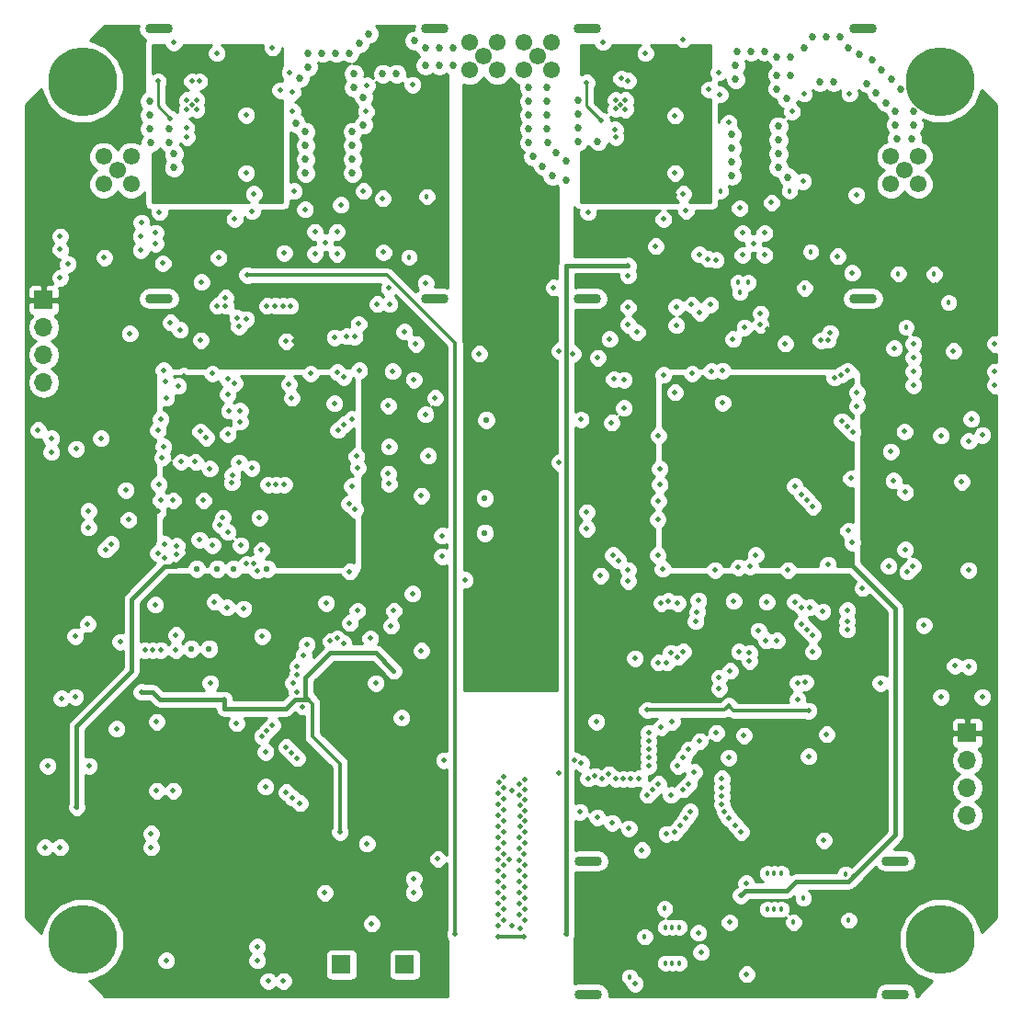
<source format=gbr>
G04 #@! TF.GenerationSoftware,KiCad,Pcbnew,no-vcs-found*
G04 #@! TF.CreationDate,2018-08-11T17:43:10-05:00*
G04 #@! TF.ProjectId,rtihu,72746968752E6B696361645F70636200,rev?*
G04 #@! TF.SameCoordinates,Original
G04 #@! TF.FileFunction,Copper,L3,Inr,Signal*
G04 #@! TF.FilePolarity,Positive*
%FSLAX46Y46*%
G04 Gerber Fmt 4.6, Leading zero omitted, Abs format (unit mm)*
G04 Created by KiCad (PCBNEW no-vcs-found) date Sat Aug 11 17:43:10 2018*
%MOMM*%
%LPD*%
G01*
G04 APERTURE LIST*
%ADD10C,0.100000*%
%ADD11C,0.685800*%
%ADD12O,2.540000X0.889000*%
%ADD13C,6.350000*%
%ADD14C,1.550000*%
%ADD15R,1.700000X1.700000*%
%ADD16O,1.700000X1.700000*%
%ADD17C,0.508000*%
%ADD18C,0.457200*%
%ADD19C,0.584200*%
%ADD20C,0.381000*%
%ADD21C,0.254000*%
%ADD22C,0.304800*%
G04 APERTURE END LIST*
D10*
D11*
X216281000Y-73152000D03*
X216281000Y-71882000D03*
X216281000Y-70612000D03*
X216281000Y-69342000D03*
X221488000Y-73279000D03*
X220599000Y-72390000D03*
X220599000Y-71120000D03*
X220599000Y-69850000D03*
X220599000Y-68580000D03*
X221361000Y-66040000D03*
X220472000Y-65151000D03*
X216662000Y-64262000D03*
X216662000Y-62992000D03*
X216789000Y-61722000D03*
X218059000Y-61722000D03*
X219329000Y-61722000D03*
X224409000Y-64516000D03*
X225679000Y-64516000D03*
X223012000Y-61341000D03*
X223774000Y-60325000D03*
X225044000Y-60325000D03*
X226314000Y-60325000D03*
X227076000Y-61341000D03*
X228092000Y-61976000D03*
X162687000Y-66294000D03*
X162687000Y-67564000D03*
X162687000Y-68834000D03*
X164465000Y-68834000D03*
X162750500Y-70104000D03*
X203962000Y-69977000D03*
X202184000Y-66167000D03*
X202184000Y-67437000D03*
X202184000Y-68707000D03*
X202184000Y-69977000D03*
X176530000Y-64135000D03*
X177292000Y-63119000D03*
X184150000Y-63754000D03*
X185420000Y-63754000D03*
X187071000Y-60706000D03*
X182880000Y-60071000D03*
X181991000Y-60960000D03*
X177292000Y-61849000D03*
X178562000Y-61849000D03*
X179832000Y-61849000D03*
X182372000Y-65913000D03*
X181483000Y-65024000D03*
X182372000Y-68453000D03*
X181356000Y-69088000D03*
X181356000Y-70358000D03*
X181356000Y-71628000D03*
X181356000Y-72898000D03*
X176149000Y-68326000D03*
X177038000Y-69088000D03*
X177038000Y-70358000D03*
X177038000Y-71628000D03*
X177038000Y-72898000D03*
X181483000Y-63754000D03*
X181102000Y-61849000D03*
X188087000Y-62992000D03*
X189357000Y-62992000D03*
X188087000Y-61341000D03*
X189357000Y-61341000D03*
X190627000Y-61341000D03*
X190627000Y-62992000D03*
X201041000Y-73533000D03*
X199771000Y-73152000D03*
X198882000Y-72263000D03*
X197993000Y-71374000D03*
X201041000Y-71755000D03*
X200152000Y-70993000D03*
X199390000Y-70104000D03*
X197612000Y-70104000D03*
X197612000Y-68834000D03*
X199263000Y-68834000D03*
X197612000Y-67564000D03*
X199263000Y-67564000D03*
X199263000Y-66294000D03*
X197612000Y-66294000D03*
X199263000Y-65024000D03*
X197612000Y-65024000D03*
X221742000Y-63881000D03*
X220472000Y-63881000D03*
X220472000Y-62230000D03*
X221742000Y-62230000D03*
X228727000Y-64643000D03*
X229235000Y-62484000D03*
X230124000Y-63373000D03*
X229616000Y-65532000D03*
X231013000Y-64262000D03*
X231902000Y-65151000D03*
X230505000Y-66421000D03*
X233045000Y-67183000D03*
X231394000Y-67183000D03*
X233045000Y-68453000D03*
X231394000Y-68453000D03*
X231521000Y-69723000D03*
X232918000Y-69723000D03*
D12*
X163512500Y-59626500D03*
X163512500Y-84455000D03*
X188912500Y-59626500D03*
X188912500Y-84455000D03*
X203009500Y-59626500D03*
X203009500Y-84455000D03*
X228409500Y-59626500D03*
X228409500Y-84455000D03*
D11*
X164909500Y-72390000D03*
X164909500Y-71120000D03*
X164465000Y-70104000D03*
D13*
X235500000Y-64500000D03*
X156500000Y-64500000D03*
X156500000Y-143500000D03*
X235500000Y-143500000D03*
D14*
X230949500Y-71374000D03*
X230949500Y-73914000D03*
X233489500Y-73914000D03*
X233489500Y-71374000D03*
X232219500Y-72644000D03*
X198437500Y-62166500D03*
X199707500Y-60896500D03*
X199707500Y-63436500D03*
X197167500Y-63436500D03*
X197167500Y-60896500D03*
X192151000Y-60896500D03*
X192151000Y-63436500D03*
X194691000Y-63436500D03*
X194691000Y-60896500D03*
X193421000Y-62166500D03*
X159702500Y-72644000D03*
X160972500Y-71374000D03*
X160972500Y-73914000D03*
X158432500Y-73914000D03*
X158432500Y-71374000D03*
D15*
X237998000Y-124460000D03*
D16*
X237998000Y-127000000D03*
X237998000Y-129540000D03*
X237998000Y-132080000D03*
X152908000Y-92202000D03*
X152908000Y-89662000D03*
X152908000Y-87122000D03*
D15*
X152908000Y-84582000D03*
X180340000Y-145796000D03*
X186182000Y-145796000D03*
D12*
X203073000Y-136271000D03*
X203073000Y-148590000D03*
X231394000Y-136271000D03*
X231394000Y-148590000D03*
D17*
X206502000Y-66167000D03*
X206502000Y-67056000D03*
X205613000Y-66992500D03*
X205613000Y-66167000D03*
X206057500Y-66611500D03*
X217487500Y-87122000D03*
X227774500Y-74930000D03*
X226060000Y-80581500D03*
X227393500Y-82105500D03*
X211074000Y-72898000D03*
X211836000Y-74803000D03*
X212090000Y-76390500D03*
X209994500Y-77152500D03*
X213296500Y-80391000D03*
X206756000Y-82359500D03*
X209296000Y-79629000D03*
X227139500Y-65595500D03*
X222948500Y-65595500D03*
X221869000Y-67246500D03*
X216027000Y-68262500D03*
X215201500Y-65659000D03*
X214185500Y-65214500D03*
X215074500Y-63627000D03*
X208343500Y-61849000D03*
X204406500Y-60833000D03*
X206121000Y-64198500D03*
X206756000Y-64389000D03*
X205549500Y-68897500D03*
X205613000Y-69596000D03*
X211074000Y-67627500D03*
X203073000Y-76517500D03*
D18*
X215265000Y-74549000D03*
X221615000Y-74549000D03*
X234950000Y-82232500D03*
X236283500Y-84836000D03*
X223012000Y-83502500D03*
X223583500Y-80137000D03*
X186563000Y-80645000D03*
X188214000Y-75057000D03*
D17*
X184213500Y-80200500D03*
X176974500Y-76263500D03*
X180276500Y-75819000D03*
X184150000Y-75247500D03*
X154432000Y-82550000D03*
X154432000Y-79946500D03*
X154432000Y-78740000D03*
X163576000Y-76517500D03*
X167005000Y-66167000D03*
X167005000Y-67056000D03*
X166116000Y-67056000D03*
X166116000Y-66167000D03*
X166560500Y-66611500D03*
X174688500Y-65278000D03*
X175577500Y-63627000D03*
X168846500Y-61849000D03*
X163893500Y-81216500D03*
X164909500Y-60896500D03*
X166116000Y-69596000D03*
X170497500Y-77152500D03*
X171577000Y-67564000D03*
X169037000Y-80708500D03*
X166052500Y-68770500D03*
X167259000Y-64452500D03*
X166560500Y-64452500D03*
X184721500Y-83502500D03*
X181927500Y-86804500D03*
X187198000Y-88646000D03*
X167449500Y-82931000D03*
X186880500Y-64770000D03*
X182689500Y-64833500D03*
X182626000Y-67246500D03*
X172275500Y-74803000D03*
X171577000Y-72898000D03*
X188099700Y-83032600D03*
X153035000Y-135001000D03*
X154432000Y-135001000D03*
X162814000Y-135001000D03*
X162814000Y-133731000D03*
X164846000Y-129794000D03*
X163322000Y-129794000D03*
X187007500Y-139192000D03*
X187007500Y-137922000D03*
X189230000Y-136080500D03*
X182689500Y-134683500D03*
X178816000Y-139192000D03*
X183134000Y-142049500D03*
X187706000Y-116903500D03*
X169799000Y-112903000D03*
X225171000Y-108966000D03*
X168465500Y-91376500D03*
X222885000Y-73660000D03*
X238379000Y-95567500D03*
X240538000Y-92456000D03*
X240538000Y-91186000D03*
X240538000Y-88646000D03*
X232219500Y-96710500D03*
X235585000Y-97091500D03*
X237490000Y-101346000D03*
X233997500Y-114554000D03*
X238125000Y-109474000D03*
X239395000Y-121158000D03*
X235585000Y-121158000D03*
X222377000Y-121412000D03*
X176225200Y-120751600D03*
X187706000Y-102616000D03*
X189611000Y-106299000D03*
X189611000Y-108204000D03*
X181292500Y-101727000D03*
X216027000Y-126746000D03*
X207391000Y-117602000D03*
X209804000Y-112522000D03*
X209994500Y-91503500D03*
X199898000Y-83439000D03*
X191706500Y-110363000D03*
X177888900Y-80352900D03*
X178854100Y-79286100D03*
X179920900Y-80352900D03*
X177888900Y-78320900D03*
X179920900Y-78320900D03*
X165455600Y-87325200D03*
X184658000Y-94335600D03*
X163525200Y-101600000D03*
X175260000Y-88392000D03*
X179730400Y-88036400D03*
X167386000Y-88290400D03*
X188976000Y-93599000D03*
X202387200Y-95605600D03*
X175831500Y-67183000D03*
X175831500Y-65468500D03*
X172110400Y-76415900D03*
X182372000Y-74549000D03*
X175958500Y-74549000D03*
X163957000Y-91059000D03*
X160845500Y-87693500D03*
X178943000Y-112522000D03*
X173037500Y-115570000D03*
X155892500Y-98298000D03*
X163449000Y-96583500D03*
X158178500Y-97345500D03*
X153606500Y-98615500D03*
X153606500Y-97345500D03*
X152400000Y-96583500D03*
X157035500Y-104013000D03*
X157035500Y-105537000D03*
X160718500Y-104838500D03*
X183515000Y-119888000D03*
X163449000Y-107950000D03*
X175895000Y-119888000D03*
X168275000Y-119888000D03*
X157099000Y-127508000D03*
X153289000Y-127508000D03*
X155829000Y-115570000D03*
X156972000Y-114427000D03*
X159639000Y-124079000D03*
X172593000Y-145415000D03*
X172593000Y-144145000D03*
X173609000Y-147320000D03*
X164211000Y-145415000D03*
X207391000Y-147574000D03*
X227266500Y-101028500D03*
X203962000Y-89916000D03*
X201676000Y-89535000D03*
X205041500Y-88201500D03*
X188087000Y-95123000D03*
X223393000Y-126619000D03*
X218757500Y-115062000D03*
X229997000Y-119888000D03*
X215138000Y-120396000D03*
X231267000Y-89027000D03*
X202946000Y-105664000D03*
X202946000Y-104140000D03*
X219329000Y-78422500D03*
X219329000Y-80454500D03*
X217297000Y-80454500D03*
X217297000Y-78422500D03*
X218313000Y-79375000D03*
X209550000Y-97091500D03*
X209473800Y-108077000D03*
X209473800Y-104825800D03*
X209651600Y-101600000D03*
X214426800Y-91135200D03*
X221234000Y-88595200D03*
X219519500Y-112395000D03*
X216471500Y-112331500D03*
X227838000Y-94361000D03*
X224472500Y-88328500D03*
X217043000Y-76136500D03*
X219964000Y-75628500D03*
X212661500Y-91376500D03*
X207581500Y-87566500D03*
X222377000Y-119888000D03*
X220472000Y-115951000D03*
X214757000Y-109474000D03*
X213233000Y-112268000D03*
X216090500Y-141922500D03*
X217614500Y-138303000D03*
D18*
X220853000Y-140716000D03*
X219583000Y-140716000D03*
X220218000Y-140716000D03*
X219583000Y-137414000D03*
X220853000Y-137414000D03*
X220218000Y-137414000D03*
X210121500Y-140652500D03*
X226758500Y-137477500D03*
X221996000Y-141922500D03*
X227076000Y-141732000D03*
X222885000Y-139700000D03*
X211455000Y-145669000D03*
X210185000Y-145669000D03*
X210185000Y-142367000D03*
X211455000Y-142367000D03*
X210820000Y-142367000D03*
X210820000Y-145669000D03*
X206883000Y-146939000D03*
X208280000Y-143256000D03*
D17*
X217678000Y-146685000D03*
X213487000Y-144653000D03*
X213233000Y-142875000D03*
X200406000Y-89281000D03*
X200406000Y-99568000D03*
X175006000Y-147320000D03*
X195834000Y-136144000D03*
X196088000Y-129794000D03*
X196037200Y-142189200D03*
D19*
X193548000Y-106045000D03*
X193548000Y-102870000D03*
X193675000Y-95631000D03*
X173482000Y-109347000D03*
X170434000Y-109347000D03*
X167005000Y-109347000D03*
X168148000Y-116713000D03*
X166497000Y-116713000D03*
X168910000Y-109347000D03*
D17*
X202120500Y-79248000D03*
D18*
X235077000Y-83185000D03*
D17*
X229743000Y-86550500D03*
X206629000Y-104711500D03*
X211328000Y-114554000D03*
X225806000Y-112204500D03*
X224599500Y-112204500D03*
X206629000Y-96012000D03*
X222250000Y-88265000D03*
X240347500Y-94678500D03*
X236855000Y-95313500D03*
X239395000Y-105092500D03*
X238125000Y-105092500D03*
X236855000Y-109474000D03*
X218567000Y-113601500D03*
X202184000Y-116205000D03*
X202501500Y-91567000D03*
X219583000Y-87249000D03*
X226377500Y-86550500D03*
X213931500Y-88455500D03*
X202882500Y-94742000D03*
X202882500Y-93218000D03*
X214947500Y-88455500D03*
X231267000Y-93599000D03*
X205232000Y-97028000D03*
X207835500Y-144399000D03*
X218948000Y-144018000D03*
X215646000Y-108712000D03*
X220853000Y-108712000D03*
X213614000Y-108458000D03*
X210312000Y-105791000D03*
X210566000Y-99568000D03*
X211201000Y-91821000D03*
X213614000Y-91821000D03*
X220980000Y-91948000D03*
X224536000Y-91948000D03*
X226695000Y-94615000D03*
X227076000Y-102108000D03*
X207391000Y-74930000D03*
X204343000Y-64516000D03*
X209550000Y-67627500D03*
X207200500Y-72898000D03*
X211074000Y-74930000D03*
X204279500Y-68072000D03*
X202946000Y-64579500D03*
X206756000Y-81407000D03*
X201041000Y-143002000D03*
X171640500Y-82296000D03*
X190817500Y-143002000D03*
X199961500Y-118237000D03*
X180213000Y-133604000D03*
X177292000Y-121412000D03*
X191897000Y-117475000D03*
X161925000Y-120713500D03*
X185166000Y-118745000D03*
X169545000Y-121412000D03*
X164846000Y-64452500D03*
X167259000Y-75247500D03*
X166560500Y-75247500D03*
X166560500Y-74549000D03*
X167259000Y-74549000D03*
X167703500Y-73025000D03*
X170053000Y-67564000D03*
X163449000Y-64452500D03*
X164592000Y-67881500D03*
X226949000Y-91122500D03*
X233045000Y-89916000D03*
X236728000Y-89281000D03*
X225171000Y-88265000D03*
X226377500Y-91503500D03*
X233045000Y-91186000D03*
X225742500Y-91757500D03*
X233045000Y-92456000D03*
X185064400Y-91135200D03*
X161899600Y-77470000D03*
X161848800Y-78740000D03*
X179984400Y-91236800D03*
X161848800Y-80010000D03*
X163220400Y-79400400D03*
X163220400Y-78384400D03*
X180848000Y-87934800D03*
X155130500Y-81280000D03*
X175514000Y-92329000D03*
X171005500Y-94805500D03*
X169989500Y-94805500D03*
X166878000Y-99504500D03*
X165544500Y-99504500D03*
X158496000Y-80670400D03*
X181559200Y-87985600D03*
X205422500Y-91884500D03*
X205867000Y-108585000D03*
X205359000Y-108077000D03*
X205232000Y-95885000D03*
X213360000Y-85788500D03*
X216408000Y-88201500D03*
X181038500Y-103378000D03*
X175069500Y-101600000D03*
X170497500Y-92265500D03*
X186880500Y-111633000D03*
X177482500Y-91376500D03*
X187007500Y-91948000D03*
X206756000Y-86868000D03*
X206756000Y-85280500D03*
X209677000Y-100139500D03*
X214122000Y-80835500D03*
X209931000Y-109347000D03*
X214820500Y-80899000D03*
X219456000Y-115951000D03*
X226949000Y-114173000D03*
X213106000Y-113347500D03*
X210439000Y-112331500D03*
X217932000Y-117094000D03*
X226949000Y-114935000D03*
X212979000Y-114173000D03*
X211328000Y-112522000D03*
X216916000Y-109220000D03*
D18*
X217043000Y-83883500D03*
D17*
X218503500Y-108077000D03*
D18*
X217805000Y-82994500D03*
D17*
X217995500Y-109156500D03*
D18*
X216852500Y-82994500D03*
D17*
X223774000Y-115443000D03*
X223774000Y-116967000D03*
X217932000Y-117856000D03*
X226949000Y-113157000D03*
X232283000Y-102298500D03*
X231203500Y-101219000D03*
X238125000Y-97599500D03*
X230949500Y-98552000D03*
X227838000Y-93091000D03*
X239395000Y-97028000D03*
X218948000Y-86868000D03*
X218948000Y-85852000D03*
D18*
X231648000Y-82169000D03*
X232346500Y-87122000D03*
D17*
X211201000Y-86931500D03*
X211201000Y-85217000D03*
X212598000Y-85026500D03*
X214312500Y-85026500D03*
X209550000Y-117983000D03*
X215138000Y-119380000D03*
X216154000Y-118745000D03*
X238125000Y-118364000D03*
X210312000Y-117983000D03*
X236855000Y-118300500D03*
X169862500Y-91884500D03*
X169862500Y-93281500D03*
X175768000Y-93599000D03*
X193040000Y-89535000D03*
X204216000Y-109982000D03*
X211074000Y-93091000D03*
X170878500Y-87058500D03*
X171577000Y-86360000D03*
X169672000Y-85153500D03*
X170751500Y-86233000D03*
X184721500Y-101536500D03*
X181864000Y-100076000D03*
X184721500Y-98107500D03*
X188341000Y-98933000D03*
X184658000Y-100584000D03*
X181737000Y-98996500D03*
X169862500Y-105981500D03*
X169164000Y-105283000D03*
X172974000Y-107632500D03*
X172593000Y-109537500D03*
X171069000Y-107188000D03*
X174244000Y-85153500D03*
X172275500Y-108902500D03*
X167894000Y-97282000D03*
X170307000Y-100711000D03*
X175641000Y-85153500D03*
X170243500Y-101409500D03*
X171577000Y-108902500D03*
X167322500Y-96710500D03*
X174942500Y-85153500D03*
X168465500Y-107188000D03*
X173482000Y-85153500D03*
X168211500Y-100139500D03*
X169862500Y-96964500D03*
X175069500Y-80264000D03*
X171005500Y-95821500D03*
X180530500Y-91694000D03*
X165290500Y-92519500D03*
X164211000Y-93599000D03*
X186118500Y-87503000D03*
X164147500Y-92075000D03*
X164592000Y-86677500D03*
X168910000Y-85153500D03*
X169672000Y-84391500D03*
X176276000Y-118364000D03*
X154559000Y-121285000D03*
X176276000Y-119075200D03*
X208661000Y-126746000D03*
X211836000Y-126746000D03*
X208534000Y-130175000D03*
X210693000Y-130175000D03*
X211328000Y-127508000D03*
X208661000Y-127508000D03*
X210820000Y-123444000D03*
X203835000Y-123444000D03*
X203885800Y-132257800D03*
X202438000Y-127254000D03*
X202285600Y-131749800D03*
X201803000Y-127000000D03*
X189801500Y-127000000D03*
X185864500Y-123063000D03*
X212852000Y-128079500D03*
X200406000Y-128206500D03*
X154940000Y-77470000D03*
X186055000Y-86169500D03*
X186372500Y-92583000D03*
X168973500Y-88328500D03*
X178117500Y-113411000D03*
X155956000Y-131318000D03*
X168021000Y-108585000D03*
X164274500Y-100393500D03*
X165798500Y-91567000D03*
X174498000Y-91884500D03*
X178943000Y-91948000D03*
X180911500Y-94424500D03*
X179006500Y-102552500D03*
X175006000Y-108775500D03*
X169672000Y-108394500D03*
X164274500Y-105600500D03*
X223062800Y-119786400D03*
X206756000Y-110490000D03*
X206756000Y-109474000D03*
X209550000Y-103124000D03*
X184912000Y-114617500D03*
X213360000Y-125222000D03*
X208661000Y-125222000D03*
X212344000Y-125984000D03*
X208661000Y-125984000D03*
X204978000Y-128270000D03*
X208026000Y-135255000D03*
X204343000Y-128651000D03*
X217170000Y-133604000D03*
X211074000Y-133604000D03*
X203708000Y-128422400D03*
X206806800Y-133248400D03*
X216662000Y-132969000D03*
X211582000Y-132969000D03*
X203073000Y-128651000D03*
X205282800Y-132740400D03*
X176530000Y-130937000D03*
X215392000Y-131064000D03*
X173990000Y-123761500D03*
X176276000Y-126809500D03*
X205613000Y-128714500D03*
X175831500Y-130429000D03*
X215392000Y-130302000D03*
X173482000Y-124269500D03*
X175768000Y-126301500D03*
X206311500Y-128714500D03*
X175260000Y-129921000D03*
X207010000Y-128714500D03*
X175260000Y-125793500D03*
X173037500Y-124777500D03*
X215392000Y-129540000D03*
X173355000Y-126238000D03*
X173355000Y-129413000D03*
X207772000Y-128651000D03*
X215392000Y-128651000D03*
X187071000Y-98933000D03*
X185801000Y-98933000D03*
X188087000Y-108204000D03*
X189484000Y-91694000D03*
X178562000Y-85153500D03*
X177038000Y-85153500D03*
X189230000Y-114046000D03*
X159956500Y-88455500D03*
X233045000Y-88646000D03*
X225361500Y-87630000D03*
X171323000Y-113030000D03*
X168656000Y-112395000D03*
X174307500Y-101600000D03*
X170878500Y-99568000D03*
X173609000Y-101600000D03*
X172085000Y-100076000D03*
X181292500Y-95567500D03*
X180530500Y-116205000D03*
X180594000Y-96075500D03*
X179959000Y-115760500D03*
X180022500Y-96583500D03*
X179324000Y-116014500D03*
X165163500Y-107251500D03*
X164020500Y-108331000D03*
X165163500Y-108013500D03*
X163195000Y-112649000D03*
X181800500Y-113220500D03*
X185166000Y-113220500D03*
X177165000Y-116332000D03*
X183007000Y-115760500D03*
X165100000Y-115443000D03*
X165100000Y-116840000D03*
X164020500Y-107061000D03*
X167259000Y-106680000D03*
X181102000Y-109601000D03*
X181102000Y-114363500D03*
X159956500Y-116078000D03*
X160464500Y-102108000D03*
X163830000Y-99123500D03*
X163703000Y-116840000D03*
X163957000Y-98107500D03*
X162941000Y-116840000D03*
X163703000Y-95567500D03*
X162242500Y-116840000D03*
X155829000Y-121158000D03*
X169113200Y-86918800D03*
X175971200Y-88341200D03*
X155003500Y-96075500D03*
X160845500Y-96075500D03*
X155003500Y-100584000D03*
X152400000Y-100139500D03*
X163449000Y-104076500D03*
X154559000Y-115570000D03*
X171323000Y-116332000D03*
X165481000Y-113919000D03*
X164211000Y-144145000D03*
X156337000Y-110109000D03*
X164211000Y-142875000D03*
X217106500Y-139446000D03*
X227584000Y-137668000D03*
X197154800Y-143256000D03*
X194818000Y-143256000D03*
X223393000Y-122428000D03*
X216027000Y-121983500D03*
X208470500Y-122364500D03*
X196723000Y-89281000D03*
X197612000Y-91821000D03*
X197866000Y-92456000D03*
X197612000Y-93091000D03*
X197612000Y-94361000D03*
X197866000Y-94996000D03*
X196723000Y-99568000D03*
X197485000Y-102235000D03*
X197866000Y-102870000D03*
X197485000Y-103505000D03*
X197866000Y-104140000D03*
X197485000Y-104775000D03*
X206375000Y-91948000D03*
X206375000Y-94551500D03*
X222123000Y-101727000D03*
X222123000Y-112395000D03*
X222758000Y-112903000D03*
X222758000Y-102489000D03*
X223520000Y-112903000D03*
X223266000Y-102997000D03*
X223774000Y-103632000D03*
X224663000Y-113284000D03*
X221488000Y-109474000D03*
X216979500Y-116967000D03*
X230759000Y-109093000D03*
X222758000Y-114427000D03*
X228346000Y-111125000D03*
X223266000Y-114935000D03*
X227457000Y-96774000D03*
X210693000Y-117094000D03*
X211328000Y-117475000D03*
X226949000Y-96266000D03*
X226441000Y-95758000D03*
X211836000Y-116967000D03*
X215442800Y-91084400D03*
X215442800Y-94081600D03*
X163322000Y-123444000D03*
X170688000Y-123571000D03*
X176784000Y-122047000D03*
X225044000Y-124587000D03*
X209804000Y-123952000D03*
X217424000Y-124714000D03*
X214884000Y-124460000D03*
X208661000Y-124460000D03*
X197205600Y-134569200D03*
X196748400Y-134061200D03*
X212344000Y-129159000D03*
X209550000Y-129159000D03*
X196748400Y-129209800D03*
X211836000Y-129667000D03*
X209042000Y-129667000D03*
X197205600Y-129692400D03*
X196748400Y-130175000D03*
X196773800Y-131140200D03*
X197231000Y-130657600D03*
X224790000Y-134366000D03*
X210286600Y-133756400D03*
X197205600Y-133578600D03*
X196748400Y-135077200D03*
X196773800Y-133070600D03*
X197231000Y-132588000D03*
X212090000Y-132334000D03*
X216027000Y-132334000D03*
X196773800Y-132105400D03*
X212471000Y-131699000D03*
X215646000Y-131699000D03*
X197231000Y-131622800D03*
X194818000Y-130048000D03*
X195326000Y-129540000D03*
X194868800Y-129032000D03*
X195275200Y-128473200D03*
X196850000Y-142443200D03*
X197205600Y-141732000D03*
X196748400Y-141224000D03*
X197205600Y-140716000D03*
X196748400Y-140208000D03*
X197205600Y-139700000D03*
X196748400Y-139192000D03*
X197205600Y-138684000D03*
X196748400Y-138176000D03*
X197205600Y-137668000D03*
X196748400Y-137160000D03*
X197205600Y-136652000D03*
X196697600Y-136194800D03*
X197154800Y-135636000D03*
X197205600Y-128727200D03*
X195275200Y-130556000D03*
X194818000Y-131064000D03*
X195275200Y-131572000D03*
X194818000Y-132080000D03*
X195275200Y-132588000D03*
X194818000Y-133096000D03*
X195275200Y-133604000D03*
X194818000Y-134112000D03*
X194818000Y-135128000D03*
X195275200Y-135636000D03*
X194818000Y-136144000D03*
X195275200Y-136652000D03*
X194818000Y-137160000D03*
X195275200Y-137668000D03*
X194818000Y-138176000D03*
X195275200Y-138684000D03*
X194818000Y-139192000D03*
X195275200Y-139700000D03*
X194818000Y-140208000D03*
X195275200Y-140716000D03*
X194818000Y-141224000D03*
X195275200Y-141732000D03*
X194818000Y-142240000D03*
X195275200Y-134620000D03*
X227393500Y-106934000D03*
X232981500Y-109093000D03*
X227012500Y-105854500D03*
X232473500Y-109601000D03*
X159131000Y-107061000D03*
X158623000Y-107569000D03*
X163703000Y-103060500D03*
X164846000Y-103060500D03*
X167640000Y-103060500D03*
X169418000Y-104648000D03*
X172783500Y-104648000D03*
X176834800Y-117348000D03*
X211836000Y-60579000D03*
X232283000Y-107569000D03*
X173990000Y-61341000D03*
X184785000Y-84963000D03*
X183642000Y-84963000D03*
X181991000Y-91059000D03*
X179705000Y-94107000D03*
X181610000Y-103886000D03*
D20*
X231394000Y-133858000D02*
X231394000Y-113030000D01*
X227584000Y-137668000D02*
X231394000Y-133858000D01*
X231394000Y-113030000D02*
X227076000Y-108712000D01*
D21*
X202946000Y-66738500D02*
X204279500Y-68072000D01*
X202946000Y-64579500D02*
X202946000Y-66738500D01*
D20*
X201041000Y-143002000D02*
X201041000Y-81407000D01*
X201041000Y-81407000D02*
X206756000Y-81407000D01*
D22*
X171640500Y-82296000D02*
X184531000Y-82296000D01*
X190817500Y-88582500D02*
X184531000Y-82296000D01*
X190817500Y-88582500D02*
X190817500Y-143002000D01*
X180213000Y-133604000D02*
X180213000Y-127317500D01*
X177673000Y-121793000D02*
X177292000Y-121412000D01*
X177673000Y-124777500D02*
X177673000Y-121793000D01*
X180213000Y-127317500D02*
X177673000Y-124777500D01*
D20*
X169545000Y-121412000D02*
X163639500Y-121412000D01*
X162941000Y-120713500D02*
X161925000Y-120713500D01*
X163639500Y-121412000D02*
X162941000Y-120713500D01*
X185166000Y-118745000D02*
X183515000Y-117094000D01*
X183515000Y-117094000D02*
X179324000Y-117094000D01*
X179324000Y-117094000D02*
X177038000Y-119380000D01*
X177038000Y-119380000D02*
X177038000Y-121158000D01*
D22*
X177292000Y-121412000D02*
X177038000Y-121158000D01*
D20*
X169545000Y-122237500D02*
X169545000Y-121412000D01*
X169545000Y-122237500D02*
X175260000Y-122237500D01*
X176085500Y-121412000D02*
X177292000Y-121412000D01*
X175260000Y-122237500D02*
X176085500Y-121412000D01*
D21*
X163449000Y-66738500D02*
X163449000Y-64452500D01*
X164592000Y-67881500D02*
X163449000Y-66738500D01*
D20*
X161036000Y-112141000D02*
X161036000Y-118745000D01*
X164084000Y-109093000D02*
X165100000Y-109093000D01*
X166116000Y-108077000D02*
X165100000Y-109093000D01*
X161036000Y-112141000D02*
X164084000Y-109093000D01*
X155956000Y-123825000D02*
X155956000Y-131318000D01*
X161036000Y-118745000D02*
X155956000Y-123825000D01*
X227076000Y-138176000D02*
X227584000Y-137668000D01*
X222186500Y-138176000D02*
X227076000Y-138176000D01*
X221361000Y-139001500D02*
X222186500Y-138176000D01*
X217551000Y-139001500D02*
X221361000Y-139001500D01*
X217106500Y-139446000D02*
X217551000Y-139001500D01*
D22*
X194818000Y-143256000D02*
X197154800Y-143256000D01*
X216027000Y-121983500D02*
X216471500Y-122428000D01*
X216471500Y-122428000D02*
X223393000Y-122428000D01*
X215646000Y-122364500D02*
X208470500Y-122364500D01*
X215646000Y-122364500D02*
X216027000Y-121983500D01*
D21*
G36*
X218774341Y-62550540D02*
X219133630Y-62699730D01*
X219522663Y-62700069D01*
X219595674Y-62669901D01*
X219642493Y-62783212D01*
X219914540Y-63055734D01*
X219643460Y-63326341D01*
X219494270Y-63685630D01*
X219493931Y-64074663D01*
X219642493Y-64434212D01*
X219724040Y-64515901D01*
X219643460Y-64596341D01*
X219494270Y-64955630D01*
X219493931Y-65344663D01*
X219642493Y-65704212D01*
X219917341Y-65979540D01*
X220276630Y-66128730D01*
X220383022Y-66128823D01*
X220382931Y-66233663D01*
X220531493Y-66593212D01*
X220806341Y-66868540D01*
X221025551Y-66959564D01*
X220980154Y-67068891D01*
X220979846Y-67422557D01*
X221107894Y-67732457D01*
X220794370Y-67602270D01*
X220405337Y-67601931D01*
X220045788Y-67750493D01*
X219770460Y-68025341D01*
X219621270Y-68384630D01*
X219620931Y-68773663D01*
X219769493Y-69133212D01*
X219851040Y-69214901D01*
X219770460Y-69295341D01*
X219621270Y-69654630D01*
X219620931Y-70043663D01*
X219769493Y-70403212D01*
X219851040Y-70484901D01*
X219770460Y-70565341D01*
X219621270Y-70924630D01*
X219620931Y-71313663D01*
X219769493Y-71673212D01*
X219851040Y-71754901D01*
X219770460Y-71835341D01*
X219621270Y-72194630D01*
X219620931Y-72583663D01*
X219769493Y-72943212D01*
X220044341Y-73218540D01*
X220403630Y-73367730D01*
X220510022Y-73367823D01*
X220509931Y-73472663D01*
X220658493Y-73832212D01*
X220884181Y-74058294D01*
X220883302Y-74059171D01*
X220751550Y-74376466D01*
X220751250Y-74720027D01*
X220882449Y-75037551D01*
X221125171Y-75280698D01*
X221442466Y-75412450D01*
X221786027Y-75412750D01*
X222103551Y-75281551D01*
X222279352Y-75106057D01*
X226885346Y-75106057D01*
X227020403Y-75432920D01*
X227270264Y-75683218D01*
X227596891Y-75818846D01*
X227950557Y-75819154D01*
X228277420Y-75684097D01*
X228527718Y-75434236D01*
X228663346Y-75107609D01*
X228663654Y-74753943D01*
X228528597Y-74427080D01*
X228278736Y-74176782D01*
X227952109Y-74041154D01*
X227598443Y-74040846D01*
X227271580Y-74175903D01*
X227021282Y-74425764D01*
X226885654Y-74752391D01*
X226885346Y-75106057D01*
X222279352Y-75106057D01*
X222346698Y-75038829D01*
X222478450Y-74721534D01*
X222478684Y-74453878D01*
X222707391Y-74548846D01*
X223061057Y-74549154D01*
X223387920Y-74414097D01*
X223638218Y-74164236D01*
X223773846Y-73837609D01*
X223774154Y-73483943D01*
X223639097Y-73157080D01*
X223389236Y-72906782D01*
X223062609Y-72771154D01*
X222708943Y-72770846D01*
X222390492Y-72902427D01*
X222317507Y-72725788D01*
X222042659Y-72450460D01*
X221683370Y-72301270D01*
X221576978Y-72301177D01*
X221577069Y-72196337D01*
X221428507Y-71836788D01*
X221346960Y-71755099D01*
X221427540Y-71674659D01*
X221576730Y-71315370D01*
X221577069Y-70926337D01*
X221428507Y-70566788D01*
X221346960Y-70485099D01*
X221427540Y-70404659D01*
X221576730Y-70045370D01*
X221577069Y-69656337D01*
X221428507Y-69296788D01*
X221346960Y-69215099D01*
X221427540Y-69134659D01*
X221576730Y-68775370D01*
X221577069Y-68386337D01*
X221428507Y-68026788D01*
X221427481Y-68025761D01*
X221691391Y-68135346D01*
X222045057Y-68135654D01*
X222371920Y-68000597D01*
X222622218Y-67750736D01*
X222757846Y-67424109D01*
X222758154Y-67070443D01*
X222623097Y-66743580D01*
X222373236Y-66493282D01*
X222252460Y-66443131D01*
X222336493Y-66240758D01*
X222444264Y-66348718D01*
X222770891Y-66484346D01*
X223124557Y-66484654D01*
X223451420Y-66349597D01*
X223701718Y-66099736D01*
X223837346Y-65773109D01*
X223837654Y-65419443D01*
X223773062Y-65263120D01*
X223854341Y-65344540D01*
X224213630Y-65493730D01*
X224602663Y-65494069D01*
X224962212Y-65345507D01*
X225043901Y-65263960D01*
X225124341Y-65344540D01*
X225483630Y-65493730D01*
X225872663Y-65494069D01*
X226232212Y-65345507D01*
X226315047Y-65262817D01*
X226250654Y-65417891D01*
X226250346Y-65771557D01*
X226385403Y-66098420D01*
X226635264Y-66348718D01*
X226961891Y-66484346D01*
X227315557Y-66484654D01*
X227642420Y-66349597D01*
X227892718Y-66099736D01*
X228028346Y-65773109D01*
X228028654Y-65419443D01*
X227963906Y-65262741D01*
X228172341Y-65471540D01*
X228531630Y-65620730D01*
X228638022Y-65620823D01*
X228637931Y-65725663D01*
X228786493Y-66085212D01*
X229061341Y-66360540D01*
X229420630Y-66509730D01*
X229527022Y-66509823D01*
X229526931Y-66614663D01*
X229675493Y-66974212D01*
X229950341Y-67249540D01*
X230309630Y-67398730D01*
X230425090Y-67398831D01*
X230564493Y-67736212D01*
X230646040Y-67817901D01*
X230565460Y-67898341D01*
X230416270Y-68257630D01*
X230415931Y-68646663D01*
X230564493Y-69006212D01*
X230709429Y-69151401D01*
X230692460Y-69168341D01*
X230543270Y-69527630D01*
X230542931Y-69916663D01*
X230578120Y-70001828D01*
X230151842Y-70177963D01*
X229754857Y-70574256D01*
X229539745Y-71092303D01*
X229539255Y-71653236D01*
X229753463Y-72171658D01*
X230149756Y-72568643D01*
X230331041Y-72643919D01*
X230151842Y-72717963D01*
X229754857Y-73114256D01*
X229539745Y-73632303D01*
X229539255Y-74193236D01*
X229753463Y-74711658D01*
X230149756Y-75108643D01*
X230667803Y-75323755D01*
X231228736Y-75324245D01*
X231747158Y-75110037D01*
X232144143Y-74713744D01*
X232219419Y-74532459D01*
X232293463Y-74711658D01*
X232689756Y-75108643D01*
X233207803Y-75323755D01*
X233768736Y-75324245D01*
X234287158Y-75110037D01*
X234684143Y-74713744D01*
X234899255Y-74195697D01*
X234899745Y-73634764D01*
X234685537Y-73116342D01*
X234289244Y-72719357D01*
X234107959Y-72644081D01*
X234287158Y-72570037D01*
X234684143Y-72173744D01*
X234899255Y-71655697D01*
X234899745Y-71094764D01*
X234685537Y-70576342D01*
X234289244Y-70179357D01*
X233861168Y-70001604D01*
X233895730Y-69918370D01*
X233896069Y-69529337D01*
X233747507Y-69169788D01*
X233729349Y-69151598D01*
X233873540Y-69007659D01*
X234022730Y-68648370D01*
X234023069Y-68259337D01*
X233899772Y-67960934D01*
X234738819Y-68309337D01*
X236254531Y-68310660D01*
X237655372Y-67731844D01*
X238728077Y-66661009D01*
X239309337Y-65261181D01*
X239309351Y-65244957D01*
X240665000Y-66600606D01*
X240665000Y-87757110D01*
X240361943Y-87756846D01*
X240035080Y-87891903D01*
X239784782Y-88141764D01*
X239649154Y-88468391D01*
X239648846Y-88822057D01*
X239783903Y-89148920D01*
X240033764Y-89399218D01*
X240360391Y-89534846D01*
X240665000Y-89535111D01*
X240665000Y-90297110D01*
X240361943Y-90296846D01*
X240035080Y-90431903D01*
X239784782Y-90681764D01*
X239649154Y-91008391D01*
X239648846Y-91362057D01*
X239783903Y-91688920D01*
X239915764Y-91821011D01*
X239784782Y-91951764D01*
X239649154Y-92278391D01*
X239648846Y-92632057D01*
X239783903Y-92958920D01*
X240033764Y-93209218D01*
X240360391Y-93344846D01*
X240665000Y-93345111D01*
X240665000Y-141425394D01*
X239310630Y-142779764D01*
X239310660Y-142745469D01*
X238731844Y-141344628D01*
X237661009Y-140271923D01*
X236261181Y-139690663D01*
X234745469Y-139689340D01*
X233344628Y-140268156D01*
X232271923Y-141338991D01*
X231690663Y-142738819D01*
X231689340Y-144254531D01*
X232268156Y-145655372D01*
X233338991Y-146728077D01*
X234738819Y-147309337D01*
X234781020Y-147309374D01*
X233373394Y-148717000D01*
X233311059Y-148717000D01*
X233336321Y-148590000D01*
X233254149Y-148176893D01*
X233020143Y-147826678D01*
X232669928Y-147592672D01*
X232256821Y-147510500D01*
X230531179Y-147510500D01*
X230118072Y-147592672D01*
X229767857Y-147826678D01*
X229533851Y-148176893D01*
X229451679Y-148590000D01*
X229476941Y-148717000D01*
X204990059Y-148717000D01*
X205015321Y-148590000D01*
X204933149Y-148176893D01*
X204699143Y-147826678D01*
X204348928Y-147592672D01*
X203935821Y-147510500D01*
X202210179Y-147510500D01*
X201803000Y-147591493D01*
X201803000Y-147110027D01*
X206019250Y-147110027D01*
X206150449Y-147427551D01*
X206393171Y-147670698D01*
X206501876Y-147715836D01*
X206501846Y-147750057D01*
X206636903Y-148076920D01*
X206886764Y-148327218D01*
X207213391Y-148462846D01*
X207567057Y-148463154D01*
X207893920Y-148328097D01*
X208144218Y-148078236D01*
X208279846Y-147751609D01*
X208280154Y-147397943D01*
X208145097Y-147071080D01*
X207935441Y-146861057D01*
X216788846Y-146861057D01*
X216923903Y-147187920D01*
X217173764Y-147438218D01*
X217500391Y-147573846D01*
X217854057Y-147574154D01*
X218180920Y-147439097D01*
X218431218Y-147189236D01*
X218566846Y-146862609D01*
X218567154Y-146508943D01*
X218432097Y-146182080D01*
X218182236Y-145931782D01*
X217855609Y-145796154D01*
X217501943Y-145795846D01*
X217175080Y-145930903D01*
X216924782Y-146180764D01*
X216789154Y-146507391D01*
X216788846Y-146861057D01*
X207935441Y-146861057D01*
X207895236Y-146820782D01*
X207742337Y-146757292D01*
X207615551Y-146450449D01*
X207372829Y-146207302D01*
X207055534Y-146075550D01*
X206711973Y-146075250D01*
X206394449Y-146206449D01*
X206151302Y-146449171D01*
X206019550Y-146766466D01*
X206019250Y-147110027D01*
X201803000Y-147110027D01*
X201803000Y-145840027D01*
X209321250Y-145840027D01*
X209452449Y-146157551D01*
X209695171Y-146400698D01*
X210012466Y-146532450D01*
X210356027Y-146532750D01*
X210502468Y-146472242D01*
X210647466Y-146532450D01*
X210991027Y-146532750D01*
X211137468Y-146472242D01*
X211282466Y-146532450D01*
X211626027Y-146532750D01*
X211943551Y-146401551D01*
X212186698Y-146158829D01*
X212318450Y-145841534D01*
X212318750Y-145497973D01*
X212187551Y-145180449D01*
X211944829Y-144937302D01*
X211627534Y-144805550D01*
X211283973Y-144805250D01*
X211137532Y-144865758D01*
X210992534Y-144805550D01*
X210648973Y-144805250D01*
X210502532Y-144865758D01*
X210357534Y-144805550D01*
X210013973Y-144805250D01*
X209696449Y-144936449D01*
X209453302Y-145179171D01*
X209321550Y-145496466D01*
X209321250Y-145840027D01*
X201803000Y-145840027D01*
X201803000Y-143485087D01*
X201827108Y-143427027D01*
X207416250Y-143427027D01*
X207547449Y-143744551D01*
X207790171Y-143987698D01*
X208107466Y-144119450D01*
X208451027Y-144119750D01*
X208768551Y-143988551D01*
X209011698Y-143745829D01*
X209143450Y-143428534D01*
X209143750Y-143084973D01*
X209012551Y-142767449D01*
X208769829Y-142524302D01*
X208452534Y-142392550D01*
X208108973Y-142392250D01*
X207791449Y-142523449D01*
X207548302Y-142766171D01*
X207416550Y-143083466D01*
X207416250Y-143427027D01*
X201827108Y-143427027D01*
X201929846Y-143179609D01*
X201930154Y-142825943D01*
X201866500Y-142671889D01*
X201866500Y-140823527D01*
X209257750Y-140823527D01*
X209388949Y-141141051D01*
X209631671Y-141384198D01*
X209948966Y-141515950D01*
X209983165Y-141515980D01*
X209696449Y-141634449D01*
X209453302Y-141877171D01*
X209321550Y-142194466D01*
X209321250Y-142538027D01*
X209452449Y-142855551D01*
X209695171Y-143098698D01*
X210012466Y-143230450D01*
X210356027Y-143230750D01*
X210502468Y-143170242D01*
X210647466Y-143230450D01*
X210991027Y-143230750D01*
X211137468Y-143170242D01*
X211282466Y-143230450D01*
X211626027Y-143230750D01*
X211943551Y-143099551D01*
X211992129Y-143051057D01*
X212343846Y-143051057D01*
X212478903Y-143377920D01*
X212728764Y-143628218D01*
X213055391Y-143763846D01*
X213310406Y-143764068D01*
X212984080Y-143898903D01*
X212733782Y-144148764D01*
X212598154Y-144475391D01*
X212597846Y-144829057D01*
X212732903Y-145155920D01*
X212982764Y-145406218D01*
X213309391Y-145541846D01*
X213663057Y-145542154D01*
X213989920Y-145407097D01*
X214240218Y-145157236D01*
X214375846Y-144830609D01*
X214376154Y-144476943D01*
X214241097Y-144150080D01*
X213991236Y-143899782D01*
X213664609Y-143764154D01*
X213409594Y-143763932D01*
X213735920Y-143629097D01*
X213986218Y-143379236D01*
X214121846Y-143052609D01*
X214122154Y-142698943D01*
X213987097Y-142372080D01*
X213737236Y-142121782D01*
X213681305Y-142098557D01*
X215201346Y-142098557D01*
X215336403Y-142425420D01*
X215586264Y-142675718D01*
X215912891Y-142811346D01*
X216266557Y-142811654D01*
X216593420Y-142676597D01*
X216843718Y-142426736D01*
X216979346Y-142100109D01*
X216979654Y-141746443D01*
X216844597Y-141419580D01*
X216594736Y-141169282D01*
X216268109Y-141033654D01*
X215914443Y-141033346D01*
X215587580Y-141168403D01*
X215337282Y-141418264D01*
X215201654Y-141744891D01*
X215201346Y-142098557D01*
X213681305Y-142098557D01*
X213410609Y-141986154D01*
X213056943Y-141985846D01*
X212730080Y-142120903D01*
X212479782Y-142370764D01*
X212344154Y-142697391D01*
X212343846Y-143051057D01*
X211992129Y-143051057D01*
X212186698Y-142856829D01*
X212318450Y-142539534D01*
X212318750Y-142195973D01*
X212187551Y-141878449D01*
X211944829Y-141635302D01*
X211627534Y-141503550D01*
X211283973Y-141503250D01*
X211137532Y-141563758D01*
X210992534Y-141503550D01*
X210648973Y-141503250D01*
X210502532Y-141563758D01*
X210357534Y-141503550D01*
X210323335Y-141503520D01*
X210610051Y-141385051D01*
X210853198Y-141142329D01*
X210959208Y-140887027D01*
X218719250Y-140887027D01*
X218850449Y-141204551D01*
X219093171Y-141447698D01*
X219410466Y-141579450D01*
X219754027Y-141579750D01*
X219900468Y-141519242D01*
X220045466Y-141579450D01*
X220389027Y-141579750D01*
X220535468Y-141519242D01*
X220680466Y-141579450D01*
X221024027Y-141579750D01*
X221240344Y-141490369D01*
X221132550Y-141749966D01*
X221132250Y-142093527D01*
X221263449Y-142411051D01*
X221506171Y-142654198D01*
X221823466Y-142785950D01*
X222167027Y-142786250D01*
X222484551Y-142655051D01*
X222727698Y-142412329D01*
X222859450Y-142095034D01*
X222859617Y-141903027D01*
X226212250Y-141903027D01*
X226343449Y-142220551D01*
X226586171Y-142463698D01*
X226903466Y-142595450D01*
X227247027Y-142595750D01*
X227564551Y-142464551D01*
X227807698Y-142221829D01*
X227939450Y-141904534D01*
X227939750Y-141560973D01*
X227808551Y-141243449D01*
X227565829Y-141000302D01*
X227248534Y-140868550D01*
X226904973Y-140868250D01*
X226587449Y-140999449D01*
X226344302Y-141242171D01*
X226212550Y-141559466D01*
X226212250Y-141903027D01*
X222859617Y-141903027D01*
X222859750Y-141751473D01*
X222728551Y-141433949D01*
X222485829Y-141190802D01*
X222168534Y-141059050D01*
X221824973Y-141058750D01*
X221608656Y-141148131D01*
X221716450Y-140888534D01*
X221716750Y-140544973D01*
X221585551Y-140227449D01*
X221342829Y-139984302D01*
X221025534Y-139852550D01*
X220681973Y-139852250D01*
X220535532Y-139912758D01*
X220390534Y-139852550D01*
X220046973Y-139852250D01*
X219900532Y-139912758D01*
X219755534Y-139852550D01*
X219411973Y-139852250D01*
X219094449Y-139983449D01*
X218851302Y-140226171D01*
X218719550Y-140543466D01*
X218719250Y-140887027D01*
X210959208Y-140887027D01*
X210984950Y-140825034D01*
X210985250Y-140481473D01*
X210854051Y-140163949D01*
X210611329Y-139920802D01*
X210294034Y-139789050D01*
X209950473Y-139788750D01*
X209632949Y-139919949D01*
X209389802Y-140162671D01*
X209258050Y-140479966D01*
X209257750Y-140823527D01*
X201866500Y-140823527D01*
X201866500Y-137282138D01*
X202210179Y-137350500D01*
X203935821Y-137350500D01*
X204348928Y-137268328D01*
X204699143Y-137034322D01*
X204933149Y-136684107D01*
X205015321Y-136271000D01*
X204933149Y-135857893D01*
X204699143Y-135507678D01*
X204584472Y-135431057D01*
X207136846Y-135431057D01*
X207271903Y-135757920D01*
X207521764Y-136008218D01*
X207848391Y-136143846D01*
X208202057Y-136144154D01*
X208528920Y-136009097D01*
X208779218Y-135759236D01*
X208914846Y-135432609D01*
X208915154Y-135078943D01*
X208780097Y-134752080D01*
X208530236Y-134501782D01*
X208203609Y-134366154D01*
X207849943Y-134365846D01*
X207523080Y-134500903D01*
X207272782Y-134750764D01*
X207137154Y-135077391D01*
X207136846Y-135431057D01*
X204584472Y-135431057D01*
X204348928Y-135273672D01*
X203935821Y-135191500D01*
X202210179Y-135191500D01*
X201866500Y-135259862D01*
X201866500Y-132538370D01*
X202107991Y-132638646D01*
X202461657Y-132638954D01*
X202788520Y-132503897D01*
X202996766Y-132296015D01*
X202996646Y-132433857D01*
X203131703Y-132760720D01*
X203381564Y-133011018D01*
X203708191Y-133146646D01*
X204061857Y-133146954D01*
X204388720Y-133011897D01*
X204420127Y-132980545D01*
X204528703Y-133243320D01*
X204778564Y-133493618D01*
X205105191Y-133629246D01*
X205458857Y-133629554D01*
X205785720Y-133494497D01*
X205917700Y-133362748D01*
X205917646Y-133424457D01*
X206052703Y-133751320D01*
X206302564Y-134001618D01*
X206629191Y-134137246D01*
X206982857Y-134137554D01*
X207309720Y-134002497D01*
X207379882Y-133932457D01*
X209397446Y-133932457D01*
X209532503Y-134259320D01*
X209782364Y-134509618D01*
X210108991Y-134645246D01*
X210462657Y-134645554D01*
X210713138Y-134542057D01*
X223900846Y-134542057D01*
X224035903Y-134868920D01*
X224285764Y-135119218D01*
X224612391Y-135254846D01*
X224966057Y-135255154D01*
X225292920Y-135120097D01*
X225543218Y-134870236D01*
X225678846Y-134543609D01*
X225679154Y-134189943D01*
X225544097Y-133863080D01*
X225294236Y-133612782D01*
X224967609Y-133477154D01*
X224613943Y-133476846D01*
X224287080Y-133611903D01*
X224036782Y-133861764D01*
X223901154Y-134188391D01*
X223900846Y-134542057D01*
X210713138Y-134542057D01*
X210789520Y-134510497D01*
X210833403Y-134466691D01*
X210896391Y-134492846D01*
X211250057Y-134493154D01*
X211576920Y-134358097D01*
X211827218Y-134108236D01*
X211962846Y-133781609D01*
X211962853Y-133773534D01*
X212084920Y-133723097D01*
X212335218Y-133473236D01*
X212470846Y-133146609D01*
X212470853Y-133138534D01*
X212592920Y-133088097D01*
X212843218Y-132838236D01*
X212978846Y-132511609D01*
X212978901Y-132448124D01*
X213224218Y-132203236D01*
X213359846Y-131876609D01*
X213360154Y-131522943D01*
X213225097Y-131196080D01*
X212975236Y-130945782D01*
X212648609Y-130810154D01*
X212294943Y-130809846D01*
X211968080Y-130944903D01*
X211717782Y-131194764D01*
X211582154Y-131521391D01*
X211582099Y-131584876D01*
X211336782Y-131829764D01*
X211201154Y-132156391D01*
X211201147Y-132164466D01*
X211079080Y-132214903D01*
X210828782Y-132464764D01*
X210693154Y-132791391D01*
X210693147Y-132799466D01*
X210571080Y-132849903D01*
X210527197Y-132893709D01*
X210464209Y-132867554D01*
X210110543Y-132867246D01*
X209783680Y-133002303D01*
X209533382Y-133252164D01*
X209397754Y-133578791D01*
X209397446Y-133932457D01*
X207379882Y-133932457D01*
X207560018Y-133752636D01*
X207695646Y-133426009D01*
X207695954Y-133072343D01*
X207560897Y-132745480D01*
X207311036Y-132495182D01*
X206984409Y-132359554D01*
X206630743Y-132359246D01*
X206303880Y-132494303D01*
X206171900Y-132626052D01*
X206171954Y-132564343D01*
X206036897Y-132237480D01*
X205787036Y-131987182D01*
X205460409Y-131851554D01*
X205106743Y-131851246D01*
X204779880Y-131986303D01*
X204748473Y-132017655D01*
X204639897Y-131754880D01*
X204390036Y-131504582D01*
X204063409Y-131368954D01*
X203709743Y-131368646D01*
X203382880Y-131503703D01*
X203174634Y-131711585D01*
X203174754Y-131573743D01*
X203039697Y-131246880D01*
X202789836Y-130996582D01*
X202463209Y-130860954D01*
X202109543Y-130860646D01*
X201866500Y-130961069D01*
X201866500Y-127939836D01*
X201933764Y-128007218D01*
X202260391Y-128142846D01*
X202323652Y-128142901D01*
X202319782Y-128146764D01*
X202184154Y-128473391D01*
X202183846Y-128827057D01*
X202318903Y-129153920D01*
X202568764Y-129404218D01*
X202895391Y-129539846D01*
X203249057Y-129540154D01*
X203575920Y-129405097D01*
X203669814Y-129311367D01*
X203746142Y-129311434D01*
X203838764Y-129404218D01*
X204165391Y-129539846D01*
X204519057Y-129540154D01*
X204845920Y-129405097D01*
X204946261Y-129304931D01*
X205108764Y-129467718D01*
X205435391Y-129603346D01*
X205789057Y-129603654D01*
X205962272Y-129532083D01*
X206133891Y-129603346D01*
X206487557Y-129603654D01*
X206660772Y-129532083D01*
X206832391Y-129603346D01*
X207186057Y-129603654D01*
X207467751Y-129487260D01*
X207594391Y-129539846D01*
X207911652Y-129540122D01*
X207780782Y-129670764D01*
X207645154Y-129997391D01*
X207644846Y-130351057D01*
X207779903Y-130677920D01*
X208029764Y-130928218D01*
X208356391Y-131063846D01*
X208710057Y-131064154D01*
X209036920Y-130929097D01*
X209287218Y-130679236D01*
X209363235Y-130496168D01*
X209544920Y-130421097D01*
X209795218Y-130171236D01*
X209804021Y-130150036D01*
X209803846Y-130351057D01*
X209938903Y-130677920D01*
X210188764Y-130928218D01*
X210515391Y-131063846D01*
X210869057Y-131064154D01*
X211195920Y-130929097D01*
X211446218Y-130679236D01*
X211521122Y-130498847D01*
X211658391Y-130555846D01*
X212012057Y-130556154D01*
X212338920Y-130421097D01*
X212589218Y-130171236D01*
X212665235Y-129988168D01*
X212846920Y-129913097D01*
X213097218Y-129663236D01*
X213232846Y-129336609D01*
X213233154Y-128982943D01*
X213198202Y-128898352D01*
X213354920Y-128833597D01*
X213361471Y-128827057D01*
X214502846Y-128827057D01*
X214613871Y-129095757D01*
X214503154Y-129362391D01*
X214502846Y-129716057D01*
X214587568Y-129921100D01*
X214503154Y-130124391D01*
X214502846Y-130478057D01*
X214587568Y-130683100D01*
X214503154Y-130886391D01*
X214502846Y-131240057D01*
X214637903Y-131566920D01*
X214757010Y-131686236D01*
X214756846Y-131875057D01*
X214891903Y-132201920D01*
X215137900Y-132448347D01*
X215137846Y-132510057D01*
X215272903Y-132836920D01*
X215522764Y-133087218D01*
X215795792Y-133200589D01*
X215907903Y-133471920D01*
X216157764Y-133722218D01*
X216280852Y-133773329D01*
X216280846Y-133780057D01*
X216415903Y-134106920D01*
X216665764Y-134357218D01*
X216992391Y-134492846D01*
X217346057Y-134493154D01*
X217672920Y-134358097D01*
X217923218Y-134108236D01*
X218058846Y-133781609D01*
X218059154Y-133427943D01*
X217924097Y-133101080D01*
X217674236Y-132850782D01*
X217551148Y-132799671D01*
X217551154Y-132792943D01*
X217416097Y-132466080D01*
X217166236Y-132215782D01*
X216893208Y-132102411D01*
X216781097Y-131831080D01*
X216535100Y-131584653D01*
X216535154Y-131522943D01*
X216400097Y-131196080D01*
X216280990Y-131076764D01*
X216281154Y-130887943D01*
X216196432Y-130682900D01*
X216280846Y-130479609D01*
X216281154Y-130125943D01*
X216196432Y-129920900D01*
X216280846Y-129717609D01*
X216281154Y-129363943D01*
X216170129Y-129095243D01*
X216280846Y-128828609D01*
X216281154Y-128474943D01*
X216146097Y-128148080D01*
X215896236Y-127897782D01*
X215569609Y-127762154D01*
X215215943Y-127761846D01*
X214889080Y-127896903D01*
X214638782Y-128146764D01*
X214503154Y-128473391D01*
X214502846Y-128827057D01*
X213361471Y-128827057D01*
X213605218Y-128583736D01*
X213740846Y-128257109D01*
X213741154Y-127903443D01*
X213606097Y-127576580D01*
X213356236Y-127326282D01*
X213029609Y-127190654D01*
X212675943Y-127190346D01*
X212601276Y-127221198D01*
X212724846Y-126923609D01*
X212724847Y-126922057D01*
X215137846Y-126922057D01*
X215272903Y-127248920D01*
X215522764Y-127499218D01*
X215849391Y-127634846D01*
X216203057Y-127635154D01*
X216529920Y-127500097D01*
X216780218Y-127250236D01*
X216915846Y-126923609D01*
X216915957Y-126795057D01*
X222503846Y-126795057D01*
X222638903Y-127121920D01*
X222888764Y-127372218D01*
X223215391Y-127507846D01*
X223569057Y-127508154D01*
X223895920Y-127373097D01*
X224146218Y-127123236D01*
X224281846Y-126796609D01*
X224282154Y-126442943D01*
X224147097Y-126116080D01*
X223897236Y-125865782D01*
X223570609Y-125730154D01*
X223216943Y-125729846D01*
X222890080Y-125864903D01*
X222639782Y-126114764D01*
X222504154Y-126441391D01*
X222503846Y-126795057D01*
X216915957Y-126795057D01*
X216916154Y-126569943D01*
X216781097Y-126243080D01*
X216531236Y-125992782D01*
X216204609Y-125857154D01*
X215850943Y-125856846D01*
X215524080Y-125991903D01*
X215273782Y-126241764D01*
X215138154Y-126568391D01*
X215137846Y-126922057D01*
X212724847Y-126922057D01*
X212724964Y-126788488D01*
X212846920Y-126738097D01*
X213097218Y-126488236D01*
X213232846Y-126161609D01*
X213232890Y-126110890D01*
X213536057Y-126111154D01*
X213862920Y-125976097D01*
X214113218Y-125726236D01*
X214248846Y-125399609D01*
X214249122Y-125082348D01*
X214379764Y-125213218D01*
X214706391Y-125348846D01*
X215060057Y-125349154D01*
X215386920Y-125214097D01*
X215637218Y-124964236D01*
X215668019Y-124890057D01*
X216534846Y-124890057D01*
X216669903Y-125216920D01*
X216919764Y-125467218D01*
X217246391Y-125602846D01*
X217600057Y-125603154D01*
X217926920Y-125468097D01*
X218177218Y-125218236D01*
X218312846Y-124891609D01*
X218312957Y-124763057D01*
X224154846Y-124763057D01*
X224289903Y-125089920D01*
X224539764Y-125340218D01*
X224866391Y-125475846D01*
X225220057Y-125476154D01*
X225546920Y-125341097D01*
X225797218Y-125091236D01*
X225932846Y-124764609D01*
X225933154Y-124410943D01*
X225798097Y-124084080D01*
X225548236Y-123833782D01*
X225221609Y-123698154D01*
X224867943Y-123697846D01*
X224541080Y-123832903D01*
X224290782Y-124082764D01*
X224155154Y-124409391D01*
X224154846Y-124763057D01*
X218312957Y-124763057D01*
X218313154Y-124537943D01*
X218178097Y-124211080D01*
X217928236Y-123960782D01*
X217601609Y-123825154D01*
X217247943Y-123824846D01*
X216921080Y-123959903D01*
X216670782Y-124209764D01*
X216535154Y-124536391D01*
X216534846Y-124890057D01*
X215668019Y-124890057D01*
X215772846Y-124637609D01*
X215773154Y-124283943D01*
X215638097Y-123957080D01*
X215388236Y-123706782D01*
X215061609Y-123571154D01*
X214707943Y-123570846D01*
X214381080Y-123705903D01*
X214130782Y-123955764D01*
X213995154Y-124282391D01*
X213994878Y-124599652D01*
X213864236Y-124468782D01*
X213537609Y-124333154D01*
X213183943Y-124332846D01*
X212857080Y-124467903D01*
X212606782Y-124717764D01*
X212471154Y-125044391D01*
X212471110Y-125095110D01*
X212167943Y-125094846D01*
X211841080Y-125229903D01*
X211590782Y-125479764D01*
X211455154Y-125806391D01*
X211455036Y-125941512D01*
X211333080Y-125991903D01*
X211082782Y-126241764D01*
X210947154Y-126568391D01*
X210947036Y-126703512D01*
X210825080Y-126753903D01*
X210574782Y-127003764D01*
X210439154Y-127330391D01*
X210438846Y-127684057D01*
X210573903Y-128010920D01*
X210823764Y-128261218D01*
X211150391Y-128396846D01*
X211504057Y-128397154D01*
X211830920Y-128262097D01*
X211962955Y-128130292D01*
X211962846Y-128255557D01*
X211997798Y-128340148D01*
X211841080Y-128404903D01*
X211590782Y-128654764D01*
X211514765Y-128837832D01*
X211333080Y-128912903D01*
X211082782Y-129162764D01*
X211007878Y-129343153D01*
X210870609Y-129286154D01*
X210516943Y-129285846D01*
X210438862Y-129318108D01*
X210439154Y-128982943D01*
X210304097Y-128656080D01*
X210054236Y-128405782D01*
X209727609Y-128270154D01*
X209373943Y-128269846D01*
X209047080Y-128404903D01*
X208796782Y-128654764D01*
X208720765Y-128837832D01*
X208643813Y-128869628D01*
X208660846Y-128828609D01*
X208661154Y-128474943D01*
X208628937Y-128396973D01*
X208837057Y-128397154D01*
X209163920Y-128262097D01*
X209414218Y-128012236D01*
X209549846Y-127685609D01*
X209550154Y-127331943D01*
X209465432Y-127126900D01*
X209549846Y-126923609D01*
X209550154Y-126569943D01*
X209465432Y-126364900D01*
X209549846Y-126161609D01*
X209550154Y-125807943D01*
X209465432Y-125602900D01*
X209549846Y-125399609D01*
X209550154Y-125045943D01*
X209465432Y-124840900D01*
X209489122Y-124783847D01*
X209626391Y-124840846D01*
X209980057Y-124841154D01*
X210306920Y-124706097D01*
X210557218Y-124456236D01*
X210613445Y-124320827D01*
X210642391Y-124332846D01*
X210996057Y-124333154D01*
X211322920Y-124198097D01*
X211573218Y-123948236D01*
X211708846Y-123621609D01*
X211709154Y-123267943D01*
X211661206Y-123151900D01*
X215646000Y-123151900D01*
X215947325Y-123091963D01*
X216011233Y-123049261D01*
X216170175Y-123155463D01*
X216471500Y-123215400D01*
X222971083Y-123215400D01*
X223215391Y-123316846D01*
X223569057Y-123317154D01*
X223895920Y-123182097D01*
X224146218Y-122932236D01*
X224281846Y-122605609D01*
X224282154Y-122251943D01*
X224147097Y-121925080D01*
X223897236Y-121674782D01*
X223570609Y-121539154D01*
X223265890Y-121538889D01*
X223266154Y-121235943D01*
X223131097Y-120909080D01*
X222897682Y-120675257D01*
X223238857Y-120675554D01*
X223565720Y-120540497D01*
X223816018Y-120290636D01*
X223951646Y-119964009D01*
X223951954Y-119610343D01*
X223816897Y-119283480D01*
X223567036Y-119033182D01*
X223240409Y-118897554D01*
X222886743Y-118897246D01*
X222597252Y-119016861D01*
X222554609Y-118999154D01*
X222200943Y-118998846D01*
X221874080Y-119133903D01*
X221623782Y-119383764D01*
X221488154Y-119710391D01*
X221487846Y-120064057D01*
X221622903Y-120390920D01*
X221872764Y-120641218D01*
X221893561Y-120649854D01*
X221874080Y-120657903D01*
X221623782Y-120907764D01*
X221488154Y-121234391D01*
X221487846Y-121588057D01*
X221509556Y-121640600D01*
X216847216Y-121640600D01*
X216781097Y-121480580D01*
X216531236Y-121230282D01*
X216204609Y-121094654D01*
X215850943Y-121094346D01*
X215524080Y-121229403D01*
X215273782Y-121479264D01*
X215233157Y-121577100D01*
X208892417Y-121577100D01*
X208648109Y-121475654D01*
X208294443Y-121475346D01*
X207967580Y-121610403D01*
X207717282Y-121860264D01*
X207581654Y-122186891D01*
X207581346Y-122540557D01*
X207716403Y-122867420D01*
X207966264Y-123117718D01*
X208292891Y-123253346D01*
X208646557Y-123253654D01*
X208892821Y-123151900D01*
X209412416Y-123151900D01*
X209301080Y-123197903D01*
X209050782Y-123447764D01*
X208975878Y-123628153D01*
X208838609Y-123571154D01*
X208484943Y-123570846D01*
X208158080Y-123705903D01*
X207907782Y-123955764D01*
X207772154Y-124282391D01*
X207771846Y-124636057D01*
X207856568Y-124841100D01*
X207772154Y-125044391D01*
X207771846Y-125398057D01*
X207856568Y-125603100D01*
X207772154Y-125806391D01*
X207771846Y-126160057D01*
X207856568Y-126365100D01*
X207772154Y-126568391D01*
X207771846Y-126922057D01*
X207856568Y-127127100D01*
X207772154Y-127330391D01*
X207771846Y-127684057D01*
X207804063Y-127762027D01*
X207595943Y-127761846D01*
X207314249Y-127878240D01*
X207187609Y-127825654D01*
X206833943Y-127825346D01*
X206660728Y-127896917D01*
X206489109Y-127825654D01*
X206135443Y-127825346D01*
X205962228Y-127896917D01*
X205790609Y-127825654D01*
X205756287Y-127825624D01*
X205732097Y-127767080D01*
X205482236Y-127516782D01*
X205155609Y-127381154D01*
X204801943Y-127380846D01*
X204475080Y-127515903D01*
X204266789Y-127723830D01*
X204212236Y-127669182D01*
X203885609Y-127533554D01*
X203531943Y-127533246D01*
X203233425Y-127656591D01*
X203326846Y-127431609D01*
X203327154Y-127077943D01*
X203192097Y-126751080D01*
X202942236Y-126500782D01*
X202615609Y-126365154D01*
X202425236Y-126364988D01*
X202307236Y-126246782D01*
X201980609Y-126111154D01*
X201866500Y-126111055D01*
X201866500Y-123620057D01*
X202945846Y-123620057D01*
X203080903Y-123946920D01*
X203330764Y-124197218D01*
X203657391Y-124332846D01*
X204011057Y-124333154D01*
X204337920Y-124198097D01*
X204588218Y-123948236D01*
X204723846Y-123621609D01*
X204724154Y-123267943D01*
X204589097Y-122941080D01*
X204339236Y-122690782D01*
X204012609Y-122555154D01*
X203658943Y-122554846D01*
X203332080Y-122689903D01*
X203081782Y-122939764D01*
X202946154Y-123266391D01*
X202945846Y-123620057D01*
X201866500Y-123620057D01*
X201866500Y-119556057D01*
X214248846Y-119556057D01*
X214383903Y-119882920D01*
X214388764Y-119887789D01*
X214384782Y-119891764D01*
X214249154Y-120218391D01*
X214248846Y-120572057D01*
X214383903Y-120898920D01*
X214633764Y-121149218D01*
X214960391Y-121284846D01*
X215314057Y-121285154D01*
X215640920Y-121150097D01*
X215891218Y-120900236D01*
X216026846Y-120573609D01*
X216027154Y-120219943D01*
X215892097Y-119893080D01*
X215887236Y-119888211D01*
X215891218Y-119884236D01*
X215995183Y-119633862D01*
X216330057Y-119634154D01*
X216656920Y-119499097D01*
X216907218Y-119249236D01*
X217042846Y-118922609D01*
X217043154Y-118568943D01*
X216908097Y-118242080D01*
X216658236Y-117991782D01*
X216331609Y-117856154D01*
X215977943Y-117855846D01*
X215651080Y-117990903D01*
X215400782Y-118240764D01*
X215296817Y-118491138D01*
X214961943Y-118490846D01*
X214635080Y-118625903D01*
X214384782Y-118875764D01*
X214249154Y-119202391D01*
X214248846Y-119556057D01*
X201866500Y-119556057D01*
X201866500Y-117778057D01*
X206501846Y-117778057D01*
X206636903Y-118104920D01*
X206886764Y-118355218D01*
X207213391Y-118490846D01*
X207567057Y-118491154D01*
X207893920Y-118356097D01*
X208091304Y-118159057D01*
X208660846Y-118159057D01*
X208795903Y-118485920D01*
X209045764Y-118736218D01*
X209372391Y-118871846D01*
X209726057Y-118872154D01*
X209931100Y-118787432D01*
X210134391Y-118871846D01*
X210488057Y-118872154D01*
X210814920Y-118737097D01*
X211065218Y-118487236D01*
X211121445Y-118351827D01*
X211150391Y-118363846D01*
X211504057Y-118364154D01*
X211830920Y-118229097D01*
X212081218Y-117979236D01*
X212157235Y-117796168D01*
X212338920Y-117721097D01*
X212589218Y-117471236D01*
X212724846Y-117144609D01*
X212724847Y-117143057D01*
X216090346Y-117143057D01*
X216225403Y-117469920D01*
X216475264Y-117720218D01*
X216801891Y-117855846D01*
X217042999Y-117856056D01*
X217042846Y-118032057D01*
X217177903Y-118358920D01*
X217427764Y-118609218D01*
X217754391Y-118744846D01*
X218108057Y-118745154D01*
X218434920Y-118610097D01*
X218685218Y-118360236D01*
X218820846Y-118033609D01*
X218821154Y-117679943D01*
X218736432Y-117474900D01*
X218820846Y-117271609D01*
X218821154Y-116917943D01*
X218686097Y-116591080D01*
X218436236Y-116340782D01*
X218109609Y-116205154D01*
X217755943Y-116204846D01*
X217556911Y-116287085D01*
X217483736Y-116213782D01*
X217157109Y-116078154D01*
X216803443Y-116077846D01*
X216476580Y-116212903D01*
X216226282Y-116462764D01*
X216090654Y-116789391D01*
X216090346Y-117143057D01*
X212724847Y-117143057D01*
X212725154Y-116790943D01*
X212590097Y-116464080D01*
X212340236Y-116213782D01*
X212013609Y-116078154D01*
X211659943Y-116077846D01*
X211333080Y-116212903D01*
X211201100Y-116344653D01*
X211197236Y-116340782D01*
X210870609Y-116205154D01*
X210516943Y-116204846D01*
X210190080Y-116339903D01*
X209939782Y-116589764D01*
X209804154Y-116916391D01*
X209803972Y-117125863D01*
X209727609Y-117094154D01*
X209373943Y-117093846D01*
X209047080Y-117228903D01*
X208796782Y-117478764D01*
X208661154Y-117805391D01*
X208660846Y-118159057D01*
X208091304Y-118159057D01*
X208144218Y-118106236D01*
X208279846Y-117779609D01*
X208280154Y-117425943D01*
X208145097Y-117099080D01*
X207895236Y-116848782D01*
X207568609Y-116713154D01*
X207214943Y-116712846D01*
X206888080Y-116847903D01*
X206637782Y-117097764D01*
X206502154Y-117424391D01*
X206501846Y-117778057D01*
X201866500Y-117778057D01*
X201866500Y-115238057D01*
X217868346Y-115238057D01*
X218003403Y-115564920D01*
X218253264Y-115815218D01*
X218567004Y-115945495D01*
X218566846Y-116127057D01*
X218701903Y-116453920D01*
X218951764Y-116704218D01*
X219278391Y-116839846D01*
X219632057Y-116840154D01*
X219958920Y-116705097D01*
X219963789Y-116700236D01*
X219967764Y-116704218D01*
X220294391Y-116839846D01*
X220648057Y-116840154D01*
X220974920Y-116705097D01*
X221225218Y-116455236D01*
X221360846Y-116128609D01*
X221361154Y-115774943D01*
X221226097Y-115448080D01*
X220976236Y-115197782D01*
X220649609Y-115062154D01*
X220295943Y-115061846D01*
X219969080Y-115196903D01*
X219964211Y-115201764D01*
X219960236Y-115197782D01*
X219646496Y-115067505D01*
X219646654Y-114885943D01*
X219511597Y-114559080D01*
X219261736Y-114308782D01*
X218935109Y-114173154D01*
X218581443Y-114172846D01*
X218254580Y-114307903D01*
X218004282Y-114557764D01*
X217868654Y-114884391D01*
X217868346Y-115238057D01*
X201866500Y-115238057D01*
X201866500Y-114349057D01*
X212089846Y-114349057D01*
X212224903Y-114675920D01*
X212474764Y-114926218D01*
X212801391Y-115061846D01*
X213155057Y-115062154D01*
X213481920Y-114927097D01*
X213732218Y-114677236D01*
X213867846Y-114350609D01*
X213868154Y-113996943D01*
X213823067Y-113887824D01*
X213859218Y-113851736D01*
X213994846Y-113525109D01*
X213995154Y-113171443D01*
X213875764Y-112882497D01*
X213986218Y-112772236D01*
X214096122Y-112507557D01*
X215582346Y-112507557D01*
X215717403Y-112834420D01*
X215967264Y-113084718D01*
X216293891Y-113220346D01*
X216647557Y-113220654D01*
X216974420Y-113085597D01*
X217224718Y-112835736D01*
X217334622Y-112571057D01*
X218630346Y-112571057D01*
X218765403Y-112897920D01*
X219015264Y-113148218D01*
X219341891Y-113283846D01*
X219695557Y-113284154D01*
X220022420Y-113149097D01*
X220272718Y-112899236D01*
X220408346Y-112572609D01*
X220408347Y-112571057D01*
X221233846Y-112571057D01*
X221368903Y-112897920D01*
X221618764Y-113148218D01*
X221945391Y-113283846D01*
X221953466Y-113283853D01*
X222003903Y-113405920D01*
X222253764Y-113656218D01*
X222274561Y-113664854D01*
X222255080Y-113672903D01*
X222004782Y-113922764D01*
X221869154Y-114249391D01*
X221868846Y-114603057D01*
X222003903Y-114929920D01*
X222253764Y-115180218D01*
X222436832Y-115256235D01*
X222511903Y-115437920D01*
X222761764Y-115688218D01*
X222944832Y-115764235D01*
X223019903Y-115945920D01*
X223269764Y-116196218D01*
X223290561Y-116204854D01*
X223271080Y-116212903D01*
X223020782Y-116462764D01*
X222885154Y-116789391D01*
X222884846Y-117143057D01*
X223019903Y-117469920D01*
X223269764Y-117720218D01*
X223596391Y-117855846D01*
X223950057Y-117856154D01*
X224276920Y-117721097D01*
X224527218Y-117471236D01*
X224662846Y-117144609D01*
X224663154Y-116790943D01*
X224528097Y-116464080D01*
X224278236Y-116213782D01*
X224257439Y-116205146D01*
X224276920Y-116197097D01*
X224527218Y-115947236D01*
X224662846Y-115620609D01*
X224663154Y-115266943D01*
X224528097Y-114940080D01*
X224278236Y-114689782D01*
X224095168Y-114613765D01*
X224020097Y-114432080D01*
X223770236Y-114181782D01*
X223587168Y-114105765D01*
X223512097Y-113924080D01*
X223380127Y-113791879D01*
X223696057Y-113792154D01*
X223879711Y-113716270D01*
X223908903Y-113786920D01*
X224158764Y-114037218D01*
X224485391Y-114172846D01*
X224839057Y-114173154D01*
X225165920Y-114038097D01*
X225416218Y-113788236D01*
X225551846Y-113461609D01*
X225551957Y-113333057D01*
X226059846Y-113333057D01*
X226194903Y-113659920D01*
X226199764Y-113664789D01*
X226195782Y-113668764D01*
X226060154Y-113995391D01*
X226059846Y-114349057D01*
X226144568Y-114554100D01*
X226060154Y-114757391D01*
X226059846Y-115111057D01*
X226194903Y-115437920D01*
X226444764Y-115688218D01*
X226771391Y-115823846D01*
X227125057Y-115824154D01*
X227451920Y-115689097D01*
X227702218Y-115439236D01*
X227837846Y-115112609D01*
X227838154Y-114758943D01*
X227753432Y-114553900D01*
X227837846Y-114350609D01*
X227838154Y-113996943D01*
X227703097Y-113670080D01*
X227698236Y-113665211D01*
X227702218Y-113661236D01*
X227837846Y-113334609D01*
X227838154Y-112980943D01*
X227703097Y-112654080D01*
X227453236Y-112403782D01*
X227126609Y-112268154D01*
X226772943Y-112267846D01*
X226446080Y-112402903D01*
X226195782Y-112652764D01*
X226060154Y-112979391D01*
X226059846Y-113333057D01*
X225551957Y-113333057D01*
X225552154Y-113107943D01*
X225417097Y-112781080D01*
X225167236Y-112530782D01*
X224840609Y-112395154D01*
X224486943Y-112394846D01*
X224303289Y-112470730D01*
X224274097Y-112400080D01*
X224024236Y-112149782D01*
X223697609Y-112014154D01*
X223343943Y-112013846D01*
X223138900Y-112098568D01*
X222935609Y-112014154D01*
X222927534Y-112014147D01*
X222877097Y-111892080D01*
X222627236Y-111641782D01*
X222300609Y-111506154D01*
X221946943Y-111505846D01*
X221620080Y-111640903D01*
X221369782Y-111890764D01*
X221234154Y-112217391D01*
X221233846Y-112571057D01*
X220408347Y-112571057D01*
X220408654Y-112218943D01*
X220273597Y-111892080D01*
X220023736Y-111641782D01*
X219697109Y-111506154D01*
X219343443Y-111505846D01*
X219016580Y-111640903D01*
X218766282Y-111890764D01*
X218630654Y-112217391D01*
X218630346Y-112571057D01*
X217334622Y-112571057D01*
X217360346Y-112509109D01*
X217360654Y-112155443D01*
X217225597Y-111828580D01*
X216975736Y-111578282D01*
X216649109Y-111442654D01*
X216295443Y-111442346D01*
X215968580Y-111577403D01*
X215718282Y-111827264D01*
X215582654Y-112153891D01*
X215582346Y-112507557D01*
X214096122Y-112507557D01*
X214121846Y-112445609D01*
X214122154Y-112091943D01*
X213987097Y-111765080D01*
X213737236Y-111514782D01*
X213410609Y-111379154D01*
X213056943Y-111378846D01*
X212730080Y-111513903D01*
X212479782Y-111763764D01*
X212344154Y-112090391D01*
X212343846Y-112444057D01*
X212463236Y-112733003D01*
X212352782Y-112843264D01*
X212217154Y-113169891D01*
X212216846Y-113523557D01*
X212261933Y-113632676D01*
X212225782Y-113668764D01*
X212090154Y-113995391D01*
X212089846Y-114349057D01*
X201866500Y-114349057D01*
X201866500Y-112698057D01*
X208914846Y-112698057D01*
X209049903Y-113024920D01*
X209299764Y-113275218D01*
X209626391Y-113410846D01*
X209980057Y-113411154D01*
X210306920Y-113276097D01*
X210362680Y-113220434D01*
X210615057Y-113220654D01*
X210724255Y-113175535D01*
X210823764Y-113275218D01*
X211150391Y-113410846D01*
X211504057Y-113411154D01*
X211830920Y-113276097D01*
X212081218Y-113026236D01*
X212216846Y-112699609D01*
X212217154Y-112345943D01*
X212082097Y-112019080D01*
X211832236Y-111768782D01*
X211505609Y-111633154D01*
X211151943Y-111632846D01*
X211042745Y-111677965D01*
X210943236Y-111578282D01*
X210616609Y-111442654D01*
X210262943Y-111442346D01*
X209936080Y-111577403D01*
X209880320Y-111633066D01*
X209627943Y-111632846D01*
X209301080Y-111767903D01*
X209050782Y-112017764D01*
X208915154Y-112344391D01*
X208914846Y-112698057D01*
X201866500Y-112698057D01*
X201866500Y-110158057D01*
X203326846Y-110158057D01*
X203461903Y-110484920D01*
X203711764Y-110735218D01*
X204038391Y-110870846D01*
X204392057Y-110871154D01*
X204718920Y-110736097D01*
X204969218Y-110486236D01*
X205104846Y-110159609D01*
X205105154Y-109805943D01*
X204970097Y-109479080D01*
X204720236Y-109228782D01*
X204393609Y-109093154D01*
X204039943Y-109092846D01*
X203713080Y-109227903D01*
X203462782Y-109477764D01*
X203327154Y-109804391D01*
X203326846Y-110158057D01*
X201866500Y-110158057D01*
X201866500Y-108253057D01*
X204469846Y-108253057D01*
X204604903Y-108579920D01*
X204854764Y-108830218D01*
X205037832Y-108906235D01*
X205112903Y-109087920D01*
X205362764Y-109338218D01*
X205689391Y-109473846D01*
X205866999Y-109474001D01*
X205866846Y-109650057D01*
X206001903Y-109976920D01*
X206006764Y-109981789D01*
X206002782Y-109985764D01*
X205867154Y-110312391D01*
X205866846Y-110666057D01*
X206001903Y-110992920D01*
X206251764Y-111243218D01*
X206578391Y-111378846D01*
X206932057Y-111379154D01*
X207258920Y-111244097D01*
X207509218Y-110994236D01*
X207644846Y-110667609D01*
X207645154Y-110313943D01*
X207510097Y-109987080D01*
X207505236Y-109982211D01*
X207509218Y-109978236D01*
X207644846Y-109651609D01*
X207645154Y-109297943D01*
X207510097Y-108971080D01*
X207260236Y-108720782D01*
X206933609Y-108585154D01*
X206756001Y-108584999D01*
X206756154Y-108408943D01*
X206621097Y-108082080D01*
X206371236Y-107831782D01*
X206188168Y-107755765D01*
X206113097Y-107574080D01*
X205863236Y-107323782D01*
X205536609Y-107188154D01*
X205182943Y-107187846D01*
X204856080Y-107322903D01*
X204605782Y-107572764D01*
X204470154Y-107899391D01*
X204469846Y-108253057D01*
X201866500Y-108253057D01*
X201866500Y-104316057D01*
X202056846Y-104316057D01*
X202191903Y-104642920D01*
X202441764Y-104893218D01*
X202462561Y-104901854D01*
X202443080Y-104909903D01*
X202192782Y-105159764D01*
X202057154Y-105486391D01*
X202056846Y-105840057D01*
X202191903Y-106166920D01*
X202441764Y-106417218D01*
X202768391Y-106552846D01*
X203122057Y-106553154D01*
X203448920Y-106418097D01*
X203699218Y-106168236D01*
X203834846Y-105841609D01*
X203835154Y-105487943D01*
X203700097Y-105161080D01*
X203541152Y-105001857D01*
X208584646Y-105001857D01*
X208719703Y-105328720D01*
X208969564Y-105579018D01*
X209169000Y-105661831D01*
X209169000Y-107241042D01*
X208970880Y-107322903D01*
X208720582Y-107572764D01*
X208584954Y-107899391D01*
X208584646Y-108253057D01*
X208719703Y-108579920D01*
X208969564Y-108830218D01*
X209151604Y-108905808D01*
X209042154Y-109169391D01*
X209041846Y-109523057D01*
X209176903Y-109849920D01*
X209426764Y-110100218D01*
X209753391Y-110235846D01*
X210107057Y-110236154D01*
X210433920Y-110101097D01*
X210680447Y-109855000D01*
X213952527Y-109855000D01*
X214002903Y-109976920D01*
X214252764Y-110227218D01*
X214579391Y-110362846D01*
X214933057Y-110363154D01*
X215259920Y-110228097D01*
X215510218Y-109978236D01*
X215561390Y-109855000D01*
X216293752Y-109855000D01*
X216411764Y-109973218D01*
X216738391Y-110108846D01*
X217092057Y-110109154D01*
X217418920Y-109974097D01*
X217487345Y-109905792D01*
X217491264Y-109909718D01*
X217817891Y-110045346D01*
X218171557Y-110045654D01*
X218498420Y-109910597D01*
X218554114Y-109855000D01*
X220683527Y-109855000D01*
X220733903Y-109976920D01*
X220983764Y-110227218D01*
X221310391Y-110362846D01*
X221664057Y-110363154D01*
X221990920Y-110228097D01*
X222241218Y-109978236D01*
X222292390Y-109855000D01*
X225170224Y-109855000D01*
X225347057Y-109855154D01*
X225347430Y-109855000D01*
X227051566Y-109855000D01*
X227705154Y-110508588D01*
X227592782Y-110620764D01*
X227457154Y-110947391D01*
X227456846Y-111301057D01*
X227591903Y-111627920D01*
X227841764Y-111878218D01*
X228168391Y-112013846D01*
X228522057Y-112014154D01*
X228848920Y-111879097D01*
X228962391Y-111765825D01*
X230568500Y-113371934D01*
X230568500Y-119202164D01*
X230501236Y-119134782D01*
X230174609Y-118999154D01*
X229820943Y-118998846D01*
X229494080Y-119133903D01*
X229243782Y-119383764D01*
X229108154Y-119710391D01*
X229107846Y-120064057D01*
X229242903Y-120390920D01*
X229492764Y-120641218D01*
X229819391Y-120776846D01*
X230173057Y-120777154D01*
X230499920Y-120642097D01*
X230568500Y-120573637D01*
X230568500Y-133516067D01*
X227293507Y-136791059D01*
X227248329Y-136745802D01*
X226931034Y-136614050D01*
X226587473Y-136613750D01*
X226269949Y-136744949D01*
X226026802Y-136987671D01*
X225895050Y-137304966D01*
X225895010Y-137350500D01*
X222186500Y-137350500D01*
X221870594Y-137413337D01*
X221763324Y-137485013D01*
X221716511Y-137516292D01*
X221716750Y-137242973D01*
X221585551Y-136925449D01*
X221342829Y-136682302D01*
X221025534Y-136550550D01*
X220681973Y-136550250D01*
X220535532Y-136610758D01*
X220390534Y-136550550D01*
X220046973Y-136550250D01*
X219900532Y-136610758D01*
X219755534Y-136550550D01*
X219411973Y-136550250D01*
X219094449Y-136681449D01*
X218851302Y-136924171D01*
X218719550Y-137241466D01*
X218719250Y-137585027D01*
X218850449Y-137902551D01*
X219093171Y-138145698D01*
X219166147Y-138176000D01*
X218503611Y-138176000D01*
X218503654Y-138126943D01*
X218368597Y-137800080D01*
X218118736Y-137549782D01*
X217792109Y-137414154D01*
X217438443Y-137413846D01*
X217111580Y-137548903D01*
X216861282Y-137798764D01*
X216725654Y-138125391D01*
X216725346Y-138479057D01*
X216778169Y-138606897D01*
X216756241Y-138628825D01*
X216603580Y-138691903D01*
X216353282Y-138941764D01*
X216217654Y-139268391D01*
X216217346Y-139622057D01*
X216352403Y-139948920D01*
X216602264Y-140199218D01*
X216928891Y-140334846D01*
X217282557Y-140335154D01*
X217609420Y-140200097D01*
X217859718Y-139950236D01*
X217910890Y-139827000D01*
X221361000Y-139827000D01*
X221676906Y-139764163D01*
X221944717Y-139585217D01*
X222035100Y-139494834D01*
X222021550Y-139527466D01*
X222021250Y-139871027D01*
X222152449Y-140188551D01*
X222395171Y-140431698D01*
X222712466Y-140563450D01*
X223056027Y-140563750D01*
X223373551Y-140432551D01*
X223616698Y-140189829D01*
X223748450Y-139872534D01*
X223748750Y-139528973D01*
X223617551Y-139211449D01*
X223407969Y-139001500D01*
X227076000Y-139001500D01*
X227391906Y-138938663D01*
X227659717Y-138759717D01*
X227934258Y-138485176D01*
X228086920Y-138422097D01*
X228337218Y-138172236D01*
X228401141Y-138018293D01*
X229614551Y-136804883D01*
X229767857Y-137034322D01*
X230118072Y-137268328D01*
X230531179Y-137350500D01*
X232256821Y-137350500D01*
X232669928Y-137268328D01*
X233020143Y-137034322D01*
X233254149Y-136684107D01*
X233336321Y-136271000D01*
X233254149Y-135857893D01*
X233020143Y-135507678D01*
X232669928Y-135273672D01*
X232256821Y-135191500D01*
X231227933Y-135191500D01*
X231977714Y-134441719D01*
X231977717Y-134441717D01*
X232156663Y-134173905D01*
X232190933Y-134001618D01*
X232219501Y-133858000D01*
X232219500Y-133857995D01*
X232219500Y-127000000D01*
X236483907Y-127000000D01*
X236596946Y-127568285D01*
X236918853Y-128050054D01*
X237248026Y-128270000D01*
X236918853Y-128489946D01*
X236596946Y-128971715D01*
X236483907Y-129540000D01*
X236596946Y-130108285D01*
X236918853Y-130590054D01*
X237248026Y-130810000D01*
X236918853Y-131029946D01*
X236596946Y-131511715D01*
X236483907Y-132080000D01*
X236596946Y-132648285D01*
X236918853Y-133130054D01*
X237400622Y-133451961D01*
X237968907Y-133565000D01*
X238027093Y-133565000D01*
X238595378Y-133451961D01*
X239077147Y-133130054D01*
X239399054Y-132648285D01*
X239512093Y-132080000D01*
X239399054Y-131511715D01*
X239077147Y-131029946D01*
X238747974Y-130810000D01*
X239077147Y-130590054D01*
X239399054Y-130108285D01*
X239512093Y-129540000D01*
X239399054Y-128971715D01*
X239077147Y-128489946D01*
X238747974Y-128270000D01*
X239077147Y-128050054D01*
X239399054Y-127568285D01*
X239512093Y-127000000D01*
X239399054Y-126431715D01*
X239077147Y-125949946D01*
X239033223Y-125920597D01*
X239207698Y-125848327D01*
X239386327Y-125669699D01*
X239483000Y-125436310D01*
X239483000Y-124745750D01*
X239324250Y-124587000D01*
X238125000Y-124587000D01*
X238125000Y-124607000D01*
X237871000Y-124607000D01*
X237871000Y-124587000D01*
X236671750Y-124587000D01*
X236513000Y-124745750D01*
X236513000Y-125436310D01*
X236609673Y-125669699D01*
X236788302Y-125848327D01*
X236962777Y-125920597D01*
X236918853Y-125949946D01*
X236596946Y-126431715D01*
X236483907Y-127000000D01*
X232219500Y-127000000D01*
X232219500Y-123483690D01*
X236513000Y-123483690D01*
X236513000Y-124174250D01*
X236671750Y-124333000D01*
X237871000Y-124333000D01*
X237871000Y-123133750D01*
X238125000Y-123133750D01*
X238125000Y-124333000D01*
X239324250Y-124333000D01*
X239483000Y-124174250D01*
X239483000Y-123483690D01*
X239386327Y-123250301D01*
X239207698Y-123071673D01*
X238974309Y-122975000D01*
X238283750Y-122975000D01*
X238125000Y-123133750D01*
X237871000Y-123133750D01*
X237712250Y-122975000D01*
X237021691Y-122975000D01*
X236788302Y-123071673D01*
X236609673Y-123250301D01*
X236513000Y-123483690D01*
X232219500Y-123483690D01*
X232219500Y-121334057D01*
X234695846Y-121334057D01*
X234830903Y-121660920D01*
X235080764Y-121911218D01*
X235407391Y-122046846D01*
X235761057Y-122047154D01*
X236087920Y-121912097D01*
X236338218Y-121662236D01*
X236473846Y-121335609D01*
X236473847Y-121334057D01*
X238505846Y-121334057D01*
X238640903Y-121660920D01*
X238890764Y-121911218D01*
X239217391Y-122046846D01*
X239571057Y-122047154D01*
X239897920Y-121912097D01*
X240148218Y-121662236D01*
X240283846Y-121335609D01*
X240284154Y-120981943D01*
X240149097Y-120655080D01*
X239899236Y-120404782D01*
X239572609Y-120269154D01*
X239218943Y-120268846D01*
X238892080Y-120403903D01*
X238641782Y-120653764D01*
X238506154Y-120980391D01*
X238505846Y-121334057D01*
X236473847Y-121334057D01*
X236474154Y-120981943D01*
X236339097Y-120655080D01*
X236089236Y-120404782D01*
X235762609Y-120269154D01*
X235408943Y-120268846D01*
X235082080Y-120403903D01*
X234831782Y-120653764D01*
X234696154Y-120980391D01*
X234695846Y-121334057D01*
X232219500Y-121334057D01*
X232219500Y-118476557D01*
X235965846Y-118476557D01*
X236100903Y-118803420D01*
X236350764Y-119053718D01*
X236677391Y-119189346D01*
X237031057Y-119189654D01*
X237357920Y-119054597D01*
X237458261Y-118954431D01*
X237620764Y-119117218D01*
X237947391Y-119252846D01*
X238301057Y-119253154D01*
X238627920Y-119118097D01*
X238878218Y-118868236D01*
X239013846Y-118541609D01*
X239014154Y-118187943D01*
X238879097Y-117861080D01*
X238629236Y-117610782D01*
X238302609Y-117475154D01*
X237948943Y-117474846D01*
X237622080Y-117609903D01*
X237521739Y-117710069D01*
X237359236Y-117547282D01*
X237032609Y-117411654D01*
X236678943Y-117411346D01*
X236352080Y-117546403D01*
X236101782Y-117796264D01*
X235966154Y-118122891D01*
X235965846Y-118476557D01*
X232219500Y-118476557D01*
X232219500Y-114730057D01*
X233108346Y-114730057D01*
X233243403Y-115056920D01*
X233493264Y-115307218D01*
X233819891Y-115442846D01*
X234173557Y-115443154D01*
X234500420Y-115308097D01*
X234750718Y-115058236D01*
X234886346Y-114731609D01*
X234886654Y-114377943D01*
X234751597Y-114051080D01*
X234501736Y-113800782D01*
X234175109Y-113665154D01*
X233821443Y-113664846D01*
X233494580Y-113799903D01*
X233244282Y-114049764D01*
X233108654Y-114376391D01*
X233108346Y-114730057D01*
X232219500Y-114730057D01*
X232219500Y-113030000D01*
X232156663Y-112714095D01*
X232156663Y-112714094D01*
X231977717Y-112446283D01*
X228800491Y-109269057D01*
X229869846Y-109269057D01*
X230004903Y-109595920D01*
X230254764Y-109846218D01*
X230581391Y-109981846D01*
X230935057Y-109982154D01*
X231261920Y-109847097D01*
X231512218Y-109597236D01*
X231647846Y-109270609D01*
X231648154Y-108916943D01*
X231513097Y-108590080D01*
X231263236Y-108339782D01*
X230936609Y-108204154D01*
X230582943Y-108203846D01*
X230256080Y-108338903D01*
X230005782Y-108588764D01*
X229870154Y-108915391D01*
X229869846Y-109269057D01*
X228800491Y-109269057D01*
X228219000Y-108687566D01*
X228219000Y-107745057D01*
X231393846Y-107745057D01*
X231528903Y-108071920D01*
X231778764Y-108322218D01*
X232105391Y-108457846D01*
X232359208Y-108458067D01*
X232228282Y-108588764D01*
X232152265Y-108771832D01*
X231970580Y-108846903D01*
X231720282Y-109096764D01*
X231584654Y-109423391D01*
X231584346Y-109777057D01*
X231719403Y-110103920D01*
X231969264Y-110354218D01*
X232295891Y-110489846D01*
X232649557Y-110490154D01*
X232976420Y-110355097D01*
X233226718Y-110105236D01*
X233302735Y-109922168D01*
X233484420Y-109847097D01*
X233681804Y-109650057D01*
X237235846Y-109650057D01*
X237370903Y-109976920D01*
X237620764Y-110227218D01*
X237947391Y-110362846D01*
X238301057Y-110363154D01*
X238627920Y-110228097D01*
X238878218Y-109978236D01*
X239013846Y-109651609D01*
X239014154Y-109297943D01*
X238879097Y-108971080D01*
X238629236Y-108720782D01*
X238302609Y-108585154D01*
X237948943Y-108584846D01*
X237622080Y-108719903D01*
X237371782Y-108969764D01*
X237236154Y-109296391D01*
X237235846Y-109650057D01*
X233681804Y-109650057D01*
X233734718Y-109597236D01*
X233870346Y-109270609D01*
X233870654Y-108916943D01*
X233735597Y-108590080D01*
X233485736Y-108339782D01*
X233159109Y-108204154D01*
X232905292Y-108203933D01*
X233036218Y-108073236D01*
X233171846Y-107746609D01*
X233172154Y-107392943D01*
X233037097Y-107066080D01*
X232787236Y-106815782D01*
X232460609Y-106680154D01*
X232106943Y-106679846D01*
X231780080Y-106814903D01*
X231529782Y-107064764D01*
X231394154Y-107391391D01*
X231393846Y-107745057D01*
X228219000Y-107745057D01*
X228219000Y-107264162D01*
X228282346Y-107111609D01*
X228282654Y-106757943D01*
X228219000Y-106603889D01*
X228219000Y-101395057D01*
X230314346Y-101395057D01*
X230449403Y-101721920D01*
X230699264Y-101972218D01*
X231025891Y-102107846D01*
X231379557Y-102108154D01*
X231403561Y-102098236D01*
X231394154Y-102120891D01*
X231393846Y-102474557D01*
X231528903Y-102801420D01*
X231778764Y-103051718D01*
X232105391Y-103187346D01*
X232459057Y-103187654D01*
X232785920Y-103052597D01*
X233036218Y-102802736D01*
X233171846Y-102476109D01*
X233172154Y-102122443D01*
X233037097Y-101795580D01*
X232787236Y-101545282D01*
X232731305Y-101522057D01*
X236600846Y-101522057D01*
X236735903Y-101848920D01*
X236985764Y-102099218D01*
X237312391Y-102234846D01*
X237666057Y-102235154D01*
X237992920Y-102100097D01*
X238243218Y-101850236D01*
X238378846Y-101523609D01*
X238379154Y-101169943D01*
X238244097Y-100843080D01*
X237994236Y-100592782D01*
X237667609Y-100457154D01*
X237313943Y-100456846D01*
X236987080Y-100591903D01*
X236736782Y-100841764D01*
X236601154Y-101168391D01*
X236600846Y-101522057D01*
X232731305Y-101522057D01*
X232460609Y-101409654D01*
X232106943Y-101409346D01*
X232082939Y-101419264D01*
X232092346Y-101396609D01*
X232092654Y-101042943D01*
X231957597Y-100716080D01*
X231707736Y-100465782D01*
X231381109Y-100330154D01*
X231027443Y-100329846D01*
X230700580Y-100464903D01*
X230450282Y-100714764D01*
X230314654Y-101041391D01*
X230314346Y-101395057D01*
X228219000Y-101395057D01*
X228219000Y-98728057D01*
X230060346Y-98728057D01*
X230195403Y-99054920D01*
X230445264Y-99305218D01*
X230771891Y-99440846D01*
X231125557Y-99441154D01*
X231452420Y-99306097D01*
X231702718Y-99056236D01*
X231838346Y-98729609D01*
X231838654Y-98375943D01*
X231703597Y-98049080D01*
X231453736Y-97798782D01*
X231127109Y-97663154D01*
X230773443Y-97662846D01*
X230446580Y-97797903D01*
X230196282Y-98047764D01*
X230060654Y-98374391D01*
X230060346Y-98728057D01*
X228219000Y-98728057D01*
X228219000Y-97257087D01*
X228345846Y-96951609D01*
X228345902Y-96886557D01*
X231330346Y-96886557D01*
X231465403Y-97213420D01*
X231715264Y-97463718D01*
X232041891Y-97599346D01*
X232395557Y-97599654D01*
X232722420Y-97464597D01*
X232919804Y-97267557D01*
X234695846Y-97267557D01*
X234830903Y-97594420D01*
X235080764Y-97844718D01*
X235407391Y-97980346D01*
X235761057Y-97980654D01*
X236087920Y-97845597D01*
X236158082Y-97775557D01*
X237235846Y-97775557D01*
X237370903Y-98102420D01*
X237620764Y-98352718D01*
X237947391Y-98488346D01*
X238301057Y-98488654D01*
X238627920Y-98353597D01*
X238878218Y-98103736D01*
X238994290Y-97824206D01*
X239217391Y-97916846D01*
X239571057Y-97917154D01*
X239897920Y-97782097D01*
X240148218Y-97532236D01*
X240283846Y-97205609D01*
X240284154Y-96851943D01*
X240149097Y-96525080D01*
X239899236Y-96274782D01*
X239572609Y-96139154D01*
X239218943Y-96138846D01*
X238956264Y-96247383D01*
X239132218Y-96071736D01*
X239267846Y-95745109D01*
X239268154Y-95391443D01*
X239133097Y-95064580D01*
X238883236Y-94814282D01*
X238556609Y-94678654D01*
X238202943Y-94678346D01*
X237876080Y-94813403D01*
X237625782Y-95063264D01*
X237490154Y-95389891D01*
X237489846Y-95743557D01*
X237624903Y-96070420D01*
X237874764Y-96320718D01*
X238201391Y-96456346D01*
X238555057Y-96456654D01*
X238817736Y-96348117D01*
X238641782Y-96523764D01*
X238525710Y-96803294D01*
X238302609Y-96710654D01*
X237948943Y-96710346D01*
X237622080Y-96845403D01*
X237371782Y-97095264D01*
X237236154Y-97421891D01*
X237235846Y-97775557D01*
X236158082Y-97775557D01*
X236338218Y-97595736D01*
X236473846Y-97269109D01*
X236474154Y-96915443D01*
X236339097Y-96588580D01*
X236089236Y-96338282D01*
X235762609Y-96202654D01*
X235408943Y-96202346D01*
X235082080Y-96337403D01*
X234831782Y-96587264D01*
X234696154Y-96913891D01*
X234695846Y-97267557D01*
X232919804Y-97267557D01*
X232972718Y-97214736D01*
X233108346Y-96888109D01*
X233108654Y-96534443D01*
X232973597Y-96207580D01*
X232723736Y-95957282D01*
X232397109Y-95821654D01*
X232043443Y-95821346D01*
X231716580Y-95956403D01*
X231466282Y-96206264D01*
X231330654Y-96532891D01*
X231330346Y-96886557D01*
X228345902Y-96886557D01*
X228346154Y-96597943D01*
X228219000Y-96290207D01*
X228219000Y-95165473D01*
X228340920Y-95115097D01*
X228591218Y-94865236D01*
X228726846Y-94538609D01*
X228727154Y-94184943D01*
X228592097Y-93858080D01*
X228460236Y-93725989D01*
X228591218Y-93595236D01*
X228726846Y-93268609D01*
X228727154Y-92914943D01*
X228592097Y-92588080D01*
X228342236Y-92337782D01*
X228219000Y-92286610D01*
X228219000Y-91440000D01*
X228170664Y-91196996D01*
X228033013Y-90990987D01*
X227827004Y-90853336D01*
X227797236Y-90847415D01*
X227703097Y-90619580D01*
X227453236Y-90369282D01*
X227126609Y-90233654D01*
X226772943Y-90233346D01*
X226446080Y-90368403D01*
X226198481Y-90615570D01*
X225874580Y-90749403D01*
X225818886Y-90805000D01*
X216289254Y-90805000D01*
X216196897Y-90581480D01*
X215947036Y-90331182D01*
X215620409Y-90195554D01*
X215266743Y-90195246D01*
X214939880Y-90330303D01*
X214900721Y-90369394D01*
X214604409Y-90246354D01*
X214250743Y-90246046D01*
X213923880Y-90381103D01*
X213673582Y-90630964D01*
X213601316Y-90805000D01*
X213347137Y-90805000D01*
X213165736Y-90623282D01*
X212839109Y-90487654D01*
X212485443Y-90487346D01*
X212158580Y-90622403D01*
X211975664Y-90805000D01*
X210553358Y-90805000D01*
X210498736Y-90750282D01*
X210172109Y-90614654D01*
X209818443Y-90614346D01*
X209491580Y-90749403D01*
X209241282Y-90999264D01*
X209105654Y-91325891D01*
X209105346Y-91679557D01*
X209169000Y-91833611D01*
X209169000Y-96287027D01*
X209047080Y-96337403D01*
X208796782Y-96587264D01*
X208661154Y-96913891D01*
X208660846Y-97267557D01*
X208795903Y-97594420D01*
X209045764Y-97844718D01*
X209169000Y-97895890D01*
X209169000Y-99390474D01*
X208923782Y-99635264D01*
X208788154Y-99961891D01*
X208787846Y-100315557D01*
X208922903Y-100642420D01*
X209137336Y-100857228D01*
X208898382Y-101095764D01*
X208762754Y-101422391D01*
X208762446Y-101776057D01*
X208897503Y-102102920D01*
X209129871Y-102335694D01*
X209047080Y-102369903D01*
X208796782Y-102619764D01*
X208661154Y-102946391D01*
X208660846Y-103300057D01*
X208795903Y-103626920D01*
X209045764Y-103877218D01*
X209169000Y-103928390D01*
X209169000Y-103989842D01*
X208970880Y-104071703D01*
X208720582Y-104321564D01*
X208584954Y-104648191D01*
X208584646Y-105001857D01*
X203541152Y-105001857D01*
X203450236Y-104910782D01*
X203429439Y-104902146D01*
X203448920Y-104894097D01*
X203699218Y-104644236D01*
X203834846Y-104317609D01*
X203835154Y-103963943D01*
X203700097Y-103637080D01*
X203450236Y-103386782D01*
X203123609Y-103251154D01*
X202769943Y-103250846D01*
X202443080Y-103385903D01*
X202192782Y-103635764D01*
X202057154Y-103962391D01*
X202056846Y-104316057D01*
X201866500Y-104316057D01*
X201866500Y-96342325D01*
X201882964Y-96358818D01*
X202209591Y-96494446D01*
X202563257Y-96494754D01*
X202890120Y-96359697D01*
X203140418Y-96109836D01*
X203160672Y-96061057D01*
X204342846Y-96061057D01*
X204477903Y-96387920D01*
X204727764Y-96638218D01*
X205054391Y-96773846D01*
X205408057Y-96774154D01*
X205734920Y-96639097D01*
X205985218Y-96389236D01*
X206120846Y-96062609D01*
X206121154Y-95708943D01*
X205986097Y-95382080D01*
X205935848Y-95331744D01*
X206197391Y-95440346D01*
X206551057Y-95440654D01*
X206877920Y-95305597D01*
X207128218Y-95055736D01*
X207263846Y-94729109D01*
X207264154Y-94375443D01*
X207129097Y-94048580D01*
X206879236Y-93798282D01*
X206552609Y-93662654D01*
X206198943Y-93662346D01*
X205872080Y-93797403D01*
X205621782Y-94047264D01*
X205486154Y-94373891D01*
X205485846Y-94727557D01*
X205620903Y-95054420D01*
X205671152Y-95104756D01*
X205409609Y-94996154D01*
X205055943Y-94995846D01*
X204729080Y-95130903D01*
X204478782Y-95380764D01*
X204343154Y-95707391D01*
X204342846Y-96061057D01*
X203160672Y-96061057D01*
X203276046Y-95783209D01*
X203276354Y-95429543D01*
X203141297Y-95102680D01*
X202891436Y-94852382D01*
X202564809Y-94716754D01*
X202211143Y-94716446D01*
X201884280Y-94851503D01*
X201866500Y-94869252D01*
X201866500Y-92060557D01*
X204533346Y-92060557D01*
X204668403Y-92387420D01*
X204918264Y-92637718D01*
X205244891Y-92773346D01*
X205598557Y-92773654D01*
X205842468Y-92672872D01*
X205870764Y-92701218D01*
X206197391Y-92836846D01*
X206551057Y-92837154D01*
X206877920Y-92702097D01*
X207128218Y-92452236D01*
X207263846Y-92125609D01*
X207264154Y-91771943D01*
X207129097Y-91445080D01*
X206879236Y-91194782D01*
X206552609Y-91059154D01*
X206198943Y-91058846D01*
X205955032Y-91159628D01*
X205926736Y-91131282D01*
X205600109Y-90995654D01*
X205246443Y-90995346D01*
X204919580Y-91130403D01*
X204669282Y-91380264D01*
X204533654Y-91706891D01*
X204533346Y-92060557D01*
X201866500Y-92060557D01*
X201866500Y-90418186D01*
X202178920Y-90289097D01*
X202376304Y-90092057D01*
X203072846Y-90092057D01*
X203207903Y-90418920D01*
X203457764Y-90669218D01*
X203784391Y-90804846D01*
X204138057Y-90805154D01*
X204464920Y-90670097D01*
X204715218Y-90420236D01*
X204850846Y-90093609D01*
X204851154Y-89739943D01*
X204716097Y-89413080D01*
X204466236Y-89162782D01*
X204139609Y-89027154D01*
X203785943Y-89026846D01*
X203459080Y-89161903D01*
X203208782Y-89411764D01*
X203073154Y-89738391D01*
X203072846Y-90092057D01*
X202376304Y-90092057D01*
X202429218Y-90039236D01*
X202564846Y-89712609D01*
X202565154Y-89358943D01*
X202430097Y-89032080D01*
X202180236Y-88781782D01*
X201866500Y-88651507D01*
X201866500Y-88377557D01*
X204152346Y-88377557D01*
X204287403Y-88704420D01*
X204537264Y-88954718D01*
X204863891Y-89090346D01*
X205217557Y-89090654D01*
X205544420Y-88955597D01*
X205794718Y-88705736D01*
X205930346Y-88379109D01*
X205930654Y-88025443D01*
X205795597Y-87698580D01*
X205545736Y-87448282D01*
X205219109Y-87312654D01*
X204865443Y-87312346D01*
X204538580Y-87447403D01*
X204288282Y-87697264D01*
X204152654Y-88023891D01*
X204152346Y-88377557D01*
X201866500Y-88377557D01*
X201866500Y-85478769D01*
X202146679Y-85534500D01*
X203872321Y-85534500D01*
X204264167Y-85456557D01*
X205866846Y-85456557D01*
X206001903Y-85783420D01*
X206251764Y-86033718D01*
X206349212Y-86074182D01*
X206253080Y-86113903D01*
X206002782Y-86363764D01*
X205867154Y-86690391D01*
X205866846Y-87044057D01*
X206001903Y-87370920D01*
X206251764Y-87621218D01*
X206578391Y-87756846D01*
X206698293Y-87756950D01*
X206827403Y-88069420D01*
X207077264Y-88319718D01*
X207403891Y-88455346D01*
X207757557Y-88455654D01*
X207946566Y-88377557D01*
X215518846Y-88377557D01*
X215653903Y-88704420D01*
X215903764Y-88954718D01*
X216230391Y-89090346D01*
X216584057Y-89090654D01*
X216910920Y-88955597D01*
X217095582Y-88771257D01*
X220344846Y-88771257D01*
X220479903Y-89098120D01*
X220729764Y-89348418D01*
X221056391Y-89484046D01*
X221410057Y-89484354D01*
X221736920Y-89349297D01*
X221987218Y-89099436D01*
X222122846Y-88772809D01*
X222123079Y-88504557D01*
X223583346Y-88504557D01*
X223718403Y-88831420D01*
X223968264Y-89081718D01*
X224294891Y-89217346D01*
X224648557Y-89217654D01*
X224683884Y-89203057D01*
X230377846Y-89203057D01*
X230512903Y-89529920D01*
X230762764Y-89780218D01*
X231089391Y-89915846D01*
X231443057Y-89916154D01*
X231769920Y-89781097D01*
X232020218Y-89531236D01*
X232155846Y-89204609D01*
X232156154Y-88850943D01*
X232021097Y-88524080D01*
X231771236Y-88273782D01*
X231444609Y-88138154D01*
X231090943Y-88137846D01*
X230764080Y-88272903D01*
X230513782Y-88522764D01*
X230378154Y-88849391D01*
X230377846Y-89203057D01*
X224683884Y-89203057D01*
X224898423Y-89114412D01*
X224993391Y-89153846D01*
X225347057Y-89154154D01*
X225673920Y-89019097D01*
X225924218Y-88769236D01*
X226059846Y-88442609D01*
X226060067Y-88188792D01*
X226114718Y-88134236D01*
X226250346Y-87807609D01*
X226250654Y-87453943D01*
X226184165Y-87293027D01*
X231482750Y-87293027D01*
X231613949Y-87610551D01*
X231856671Y-87853698D01*
X232173966Y-87985450D01*
X232448130Y-87985689D01*
X232291782Y-88141764D01*
X232156154Y-88468391D01*
X232155846Y-88822057D01*
X232290903Y-89148920D01*
X232422764Y-89281011D01*
X232291782Y-89411764D01*
X232156154Y-89738391D01*
X232155846Y-90092057D01*
X232290903Y-90418920D01*
X232422764Y-90551011D01*
X232291782Y-90681764D01*
X232156154Y-91008391D01*
X232155846Y-91362057D01*
X232290903Y-91688920D01*
X232422764Y-91821011D01*
X232291782Y-91951764D01*
X232156154Y-92278391D01*
X232155846Y-92632057D01*
X232290903Y-92958920D01*
X232540764Y-93209218D01*
X232867391Y-93344846D01*
X233221057Y-93345154D01*
X233547920Y-93210097D01*
X233798218Y-92960236D01*
X233933846Y-92633609D01*
X233934154Y-92279943D01*
X233799097Y-91953080D01*
X233667236Y-91820989D01*
X233798218Y-91690236D01*
X233933846Y-91363609D01*
X233934154Y-91009943D01*
X233799097Y-90683080D01*
X233667236Y-90550989D01*
X233798218Y-90420236D01*
X233933846Y-90093609D01*
X233934154Y-89739943D01*
X233817268Y-89457057D01*
X235838846Y-89457057D01*
X235973903Y-89783920D01*
X236223764Y-90034218D01*
X236550391Y-90169846D01*
X236904057Y-90170154D01*
X237230920Y-90035097D01*
X237481218Y-89785236D01*
X237616846Y-89458609D01*
X237617154Y-89104943D01*
X237482097Y-88778080D01*
X237232236Y-88527782D01*
X236905609Y-88392154D01*
X236551943Y-88391846D01*
X236225080Y-88526903D01*
X235974782Y-88776764D01*
X235839154Y-89103391D01*
X235838846Y-89457057D01*
X233817268Y-89457057D01*
X233799097Y-89413080D01*
X233667236Y-89280989D01*
X233798218Y-89150236D01*
X233933846Y-88823609D01*
X233934154Y-88469943D01*
X233799097Y-88143080D01*
X233549236Y-87892782D01*
X233222609Y-87757154D01*
X232932871Y-87756902D01*
X233078198Y-87611829D01*
X233209950Y-87294534D01*
X233210250Y-86950973D01*
X233079051Y-86633449D01*
X232836329Y-86390302D01*
X232519034Y-86258550D01*
X232175473Y-86258250D01*
X231857949Y-86389449D01*
X231614802Y-86632171D01*
X231483050Y-86949466D01*
X231482750Y-87293027D01*
X226184165Y-87293027D01*
X226115597Y-87127080D01*
X225865736Y-86876782D01*
X225539109Y-86741154D01*
X225185443Y-86740846D01*
X224858580Y-86875903D01*
X224608282Y-87125764D01*
X224478005Y-87439504D01*
X224296443Y-87439346D01*
X223969580Y-87574403D01*
X223719282Y-87824264D01*
X223583654Y-88150891D01*
X223583346Y-88504557D01*
X222123079Y-88504557D01*
X222123154Y-88419143D01*
X221988097Y-88092280D01*
X221738236Y-87841982D01*
X221411609Y-87706354D01*
X221057943Y-87706046D01*
X220731080Y-87841103D01*
X220480782Y-88090964D01*
X220345154Y-88417591D01*
X220344846Y-88771257D01*
X217095582Y-88771257D01*
X217161218Y-88705736D01*
X217296846Y-88379109D01*
X217297154Y-88025443D01*
X217287236Y-88001439D01*
X217309891Y-88010846D01*
X217663557Y-88011154D01*
X217990420Y-87876097D01*
X218240718Y-87626236D01*
X218301838Y-87479044D01*
X218443764Y-87621218D01*
X218770391Y-87756846D01*
X219124057Y-87757154D01*
X219450920Y-87622097D01*
X219701218Y-87372236D01*
X219836846Y-87045609D01*
X219837154Y-86691943D01*
X219702097Y-86365080D01*
X219697236Y-86360211D01*
X219701218Y-86356236D01*
X219836846Y-86029609D01*
X219837154Y-85675943D01*
X219702097Y-85349080D01*
X219452236Y-85098782D01*
X219125609Y-84963154D01*
X218771943Y-84962846D01*
X218445080Y-85097903D01*
X218194782Y-85347764D01*
X218059154Y-85674391D01*
X218058846Y-86028057D01*
X218193903Y-86354920D01*
X218198764Y-86359789D01*
X218194782Y-86363764D01*
X218133662Y-86510956D01*
X217991736Y-86368782D01*
X217665109Y-86233154D01*
X217311443Y-86232846D01*
X216984580Y-86367903D01*
X216734282Y-86617764D01*
X216598654Y-86944391D01*
X216598346Y-87298057D01*
X216608264Y-87322061D01*
X216585609Y-87312654D01*
X216231943Y-87312346D01*
X215905080Y-87447403D01*
X215654782Y-87697264D01*
X215519154Y-88023891D01*
X215518846Y-88377557D01*
X207946566Y-88377557D01*
X208084420Y-88320597D01*
X208334718Y-88070736D01*
X208470346Y-87744109D01*
X208470654Y-87390443D01*
X208335597Y-87063580D01*
X208085736Y-86813282D01*
X207759109Y-86677654D01*
X207639207Y-86677550D01*
X207510097Y-86365080D01*
X207260236Y-86114782D01*
X207162788Y-86074318D01*
X207258920Y-86034597D01*
X207509218Y-85784736D01*
X207644846Y-85458109D01*
X207644902Y-85393057D01*
X210311846Y-85393057D01*
X210446903Y-85719920D01*
X210696764Y-85970218D01*
X210947514Y-86074339D01*
X210698080Y-86177403D01*
X210447782Y-86427264D01*
X210312154Y-86753891D01*
X210311846Y-87107557D01*
X210446903Y-87434420D01*
X210696764Y-87684718D01*
X211023391Y-87820346D01*
X211377057Y-87820654D01*
X211703920Y-87685597D01*
X211954218Y-87435736D01*
X212089846Y-87109109D01*
X212090154Y-86755443D01*
X211955097Y-86428580D01*
X211705236Y-86178282D01*
X211454486Y-86074161D01*
X211703920Y-85971097D01*
X211954218Y-85721236D01*
X211978062Y-85663814D01*
X212093764Y-85779718D01*
X212420391Y-85915346D01*
X212470889Y-85915390D01*
X212470846Y-85964557D01*
X212605903Y-86291420D01*
X212855764Y-86541718D01*
X213182391Y-86677346D01*
X213536057Y-86677654D01*
X213862920Y-86542597D01*
X214113218Y-86292736D01*
X214248846Y-85966109D01*
X214248890Y-85915445D01*
X214488557Y-85915654D01*
X214815420Y-85780597D01*
X215065718Y-85530736D01*
X215201346Y-85204109D01*
X215201654Y-84850443D01*
X215066597Y-84523580D01*
X214816736Y-84273282D01*
X214490109Y-84137654D01*
X214136443Y-84137346D01*
X213809580Y-84272403D01*
X213559282Y-84522264D01*
X213455161Y-84773014D01*
X213352097Y-84523580D01*
X213102236Y-84273282D01*
X212775609Y-84137654D01*
X212421943Y-84137346D01*
X212095080Y-84272403D01*
X211844782Y-84522264D01*
X211820938Y-84579686D01*
X211705236Y-84463782D01*
X211378609Y-84328154D01*
X211024943Y-84327846D01*
X210698080Y-84462903D01*
X210447782Y-84712764D01*
X210312154Y-85039391D01*
X210311846Y-85393057D01*
X207644902Y-85393057D01*
X207645154Y-85104443D01*
X207510097Y-84777580D01*
X207260236Y-84527282D01*
X206933609Y-84391654D01*
X206579943Y-84391346D01*
X206253080Y-84526403D01*
X206002782Y-84776264D01*
X205867154Y-85102891D01*
X205866846Y-85456557D01*
X204264167Y-85456557D01*
X204285428Y-85452328D01*
X204635643Y-85218322D01*
X204869649Y-84868107D01*
X204951821Y-84455000D01*
X204869649Y-84041893D01*
X204635643Y-83691678D01*
X204285428Y-83457672D01*
X203872321Y-83375500D01*
X202146679Y-83375500D01*
X201866500Y-83431231D01*
X201866500Y-82232500D01*
X205867110Y-82232500D01*
X205866846Y-82535557D01*
X206001903Y-82862420D01*
X206251764Y-83112718D01*
X206578391Y-83248346D01*
X206932057Y-83248654D01*
X207133239Y-83165527D01*
X215988750Y-83165527D01*
X216119949Y-83483051D01*
X216228878Y-83592171D01*
X216179550Y-83710966D01*
X216179250Y-84054527D01*
X216310449Y-84372051D01*
X216553171Y-84615198D01*
X216870466Y-84746950D01*
X217214027Y-84747250D01*
X217531551Y-84616051D01*
X217692883Y-84455000D01*
X226467179Y-84455000D01*
X226549351Y-84868107D01*
X226783357Y-85218322D01*
X227133572Y-85452328D01*
X227546679Y-85534500D01*
X229272321Y-85534500D01*
X229685428Y-85452328D01*
X230035643Y-85218322D01*
X230176825Y-85007027D01*
X235419750Y-85007027D01*
X235550949Y-85324551D01*
X235793671Y-85567698D01*
X236110966Y-85699450D01*
X236454527Y-85699750D01*
X236772051Y-85568551D01*
X237015198Y-85325829D01*
X237146950Y-85008534D01*
X237147250Y-84664973D01*
X237016051Y-84347449D01*
X236773329Y-84104302D01*
X236456034Y-83972550D01*
X236112473Y-83972250D01*
X235794949Y-84103449D01*
X235551802Y-84346171D01*
X235420050Y-84663466D01*
X235419750Y-85007027D01*
X230176825Y-85007027D01*
X230269649Y-84868107D01*
X230351821Y-84455000D01*
X230269649Y-84041893D01*
X230035643Y-83691678D01*
X229685428Y-83457672D01*
X229272321Y-83375500D01*
X227546679Y-83375500D01*
X227133572Y-83457672D01*
X226783357Y-83691678D01*
X226549351Y-84041893D01*
X226467179Y-84455000D01*
X217692883Y-84455000D01*
X217774698Y-84373329D01*
X217906450Y-84056034D01*
X217906623Y-83858189D01*
X217976027Y-83858250D01*
X218293551Y-83727051D01*
X218347168Y-83673527D01*
X222148250Y-83673527D01*
X222279449Y-83991051D01*
X222522171Y-84234198D01*
X222839466Y-84365950D01*
X223183027Y-84366250D01*
X223500551Y-84235051D01*
X223743698Y-83992329D01*
X223875450Y-83675034D01*
X223875750Y-83331473D01*
X223744551Y-83013949D01*
X223501829Y-82770802D01*
X223184534Y-82639050D01*
X222840973Y-82638750D01*
X222523449Y-82769949D01*
X222280302Y-83012671D01*
X222148550Y-83329966D01*
X222148250Y-83673527D01*
X218347168Y-83673527D01*
X218536698Y-83484329D01*
X218668450Y-83167034D01*
X218668750Y-82823473D01*
X218537551Y-82505949D01*
X218313552Y-82281557D01*
X226504346Y-82281557D01*
X226639403Y-82608420D01*
X226889264Y-82858718D01*
X227215891Y-82994346D01*
X227569557Y-82994654D01*
X227896420Y-82859597D01*
X228146718Y-82609736D01*
X228258711Y-82340027D01*
X230784250Y-82340027D01*
X230915449Y-82657551D01*
X231158171Y-82900698D01*
X231475466Y-83032450D01*
X231819027Y-83032750D01*
X232136551Y-82901551D01*
X232379698Y-82658829D01*
X232485708Y-82403527D01*
X234086250Y-82403527D01*
X234217449Y-82721051D01*
X234460171Y-82964198D01*
X234777466Y-83095950D01*
X235121027Y-83096250D01*
X235438551Y-82965051D01*
X235681698Y-82722329D01*
X235813450Y-82405034D01*
X235813750Y-82061473D01*
X235682551Y-81743949D01*
X235439829Y-81500802D01*
X235122534Y-81369050D01*
X234778973Y-81368750D01*
X234461449Y-81499949D01*
X234218302Y-81742671D01*
X234086550Y-82059966D01*
X234086250Y-82403527D01*
X232485708Y-82403527D01*
X232511450Y-82341534D01*
X232511750Y-81997973D01*
X232380551Y-81680449D01*
X232137829Y-81437302D01*
X231820534Y-81305550D01*
X231476973Y-81305250D01*
X231159449Y-81436449D01*
X230916302Y-81679171D01*
X230784550Y-81996466D01*
X230784250Y-82340027D01*
X228258711Y-82340027D01*
X228282346Y-82283109D01*
X228282654Y-81929443D01*
X228147597Y-81602580D01*
X227897736Y-81352282D01*
X227571109Y-81216654D01*
X227217443Y-81216346D01*
X226890580Y-81351403D01*
X226640282Y-81601264D01*
X226504654Y-81927891D01*
X226504346Y-82281557D01*
X218313552Y-82281557D01*
X218294829Y-82262802D01*
X217977534Y-82131050D01*
X217633973Y-82130750D01*
X217328391Y-82257015D01*
X217025034Y-82131050D01*
X216681473Y-82130750D01*
X216363949Y-82261949D01*
X216120802Y-82504671D01*
X215989050Y-82821966D01*
X215988750Y-83165527D01*
X207133239Y-83165527D01*
X207258920Y-83113597D01*
X207509218Y-82863736D01*
X207644846Y-82537109D01*
X207645154Y-82183443D01*
X207520978Y-81882914D01*
X207644846Y-81584609D01*
X207645154Y-81230943D01*
X207510097Y-80904080D01*
X207260236Y-80653782D01*
X207051380Y-80567057D01*
X212407346Y-80567057D01*
X212542403Y-80893920D01*
X212792264Y-81144218D01*
X213118891Y-81279846D01*
X213343782Y-81280042D01*
X213367903Y-81338420D01*
X213617764Y-81588718D01*
X213944391Y-81724346D01*
X214298057Y-81724654D01*
X214394621Y-81684755D01*
X214642891Y-81787846D01*
X214996557Y-81788154D01*
X215323420Y-81653097D01*
X215573718Y-81403236D01*
X215709346Y-81076609D01*
X215709654Y-80722943D01*
X215574597Y-80396080D01*
X215324736Y-80145782D01*
X214998109Y-80010154D01*
X214644443Y-80009846D01*
X214547879Y-80049745D01*
X214299609Y-79946654D01*
X214074718Y-79946458D01*
X214050597Y-79888080D01*
X213800736Y-79637782D01*
X213474109Y-79502154D01*
X213120443Y-79501846D01*
X212793580Y-79636903D01*
X212543282Y-79886764D01*
X212407654Y-80213391D01*
X212407346Y-80567057D01*
X207051380Y-80567057D01*
X206933609Y-80518154D01*
X206579943Y-80517846D01*
X206425889Y-80581500D01*
X201803000Y-80581500D01*
X201803000Y-79805057D01*
X208406846Y-79805057D01*
X208541903Y-80131920D01*
X208791764Y-80382218D01*
X209118391Y-80517846D01*
X209472057Y-80518154D01*
X209798920Y-80383097D01*
X210049218Y-80133236D01*
X210184846Y-79806609D01*
X210185154Y-79452943D01*
X210050097Y-79126080D01*
X209800236Y-78875782D01*
X209473609Y-78740154D01*
X209119943Y-78739846D01*
X208793080Y-78874903D01*
X208542782Y-79124764D01*
X208407154Y-79451391D01*
X208406846Y-79805057D01*
X201803000Y-79805057D01*
X201803000Y-78598557D01*
X216407846Y-78598557D01*
X216542903Y-78925420D01*
X216792764Y-79175718D01*
X217119391Y-79311346D01*
X217424055Y-79311611D01*
X217423846Y-79551057D01*
X217429861Y-79565615D01*
X217120943Y-79565346D01*
X216794080Y-79700403D01*
X216543782Y-79950264D01*
X216408154Y-80276891D01*
X216407846Y-80630557D01*
X216542903Y-80957420D01*
X216792764Y-81207718D01*
X217119391Y-81343346D01*
X217473057Y-81343654D01*
X217799920Y-81208597D01*
X218050218Y-80958736D01*
X218185846Y-80632109D01*
X218186154Y-80278443D01*
X218180139Y-80263885D01*
X218445459Y-80264116D01*
X218440154Y-80276891D01*
X218439846Y-80630557D01*
X218574903Y-80957420D01*
X218824764Y-81207718D01*
X219151391Y-81343346D01*
X219505057Y-81343654D01*
X219831920Y-81208597D01*
X220082218Y-80958736D01*
X220217846Y-80632109D01*
X220218128Y-80308027D01*
X222719750Y-80308027D01*
X222850949Y-80625551D01*
X223093671Y-80868698D01*
X223410966Y-81000450D01*
X223754527Y-81000750D01*
X224072051Y-80869551D01*
X224184241Y-80757557D01*
X225170846Y-80757557D01*
X225305903Y-81084420D01*
X225555764Y-81334718D01*
X225882391Y-81470346D01*
X226236057Y-81470654D01*
X226562920Y-81335597D01*
X226813218Y-81085736D01*
X226948846Y-80759109D01*
X226949154Y-80405443D01*
X226814097Y-80078580D01*
X226564236Y-79828282D01*
X226237609Y-79692654D01*
X225883943Y-79692346D01*
X225557080Y-79827403D01*
X225306782Y-80077264D01*
X225171154Y-80403891D01*
X225170846Y-80757557D01*
X224184241Y-80757557D01*
X224315198Y-80626829D01*
X224446950Y-80309534D01*
X224447250Y-79965973D01*
X224316051Y-79648449D01*
X224073329Y-79405302D01*
X223756034Y-79273550D01*
X223412473Y-79273250D01*
X223094949Y-79404449D01*
X222851802Y-79647171D01*
X222720050Y-79964466D01*
X222719750Y-80308027D01*
X220218128Y-80308027D01*
X220218154Y-80278443D01*
X220083097Y-79951580D01*
X219833236Y-79701282D01*
X219506609Y-79565654D01*
X219196541Y-79565384D01*
X219201846Y-79552609D01*
X219202056Y-79311390D01*
X219505057Y-79311654D01*
X219831920Y-79176597D01*
X220082218Y-78926736D01*
X220217846Y-78600109D01*
X220218154Y-78246443D01*
X220083097Y-77919580D01*
X219833236Y-77669282D01*
X219506609Y-77533654D01*
X219152943Y-77533346D01*
X218826080Y-77668403D01*
X218575782Y-77918264D01*
X218440154Y-78244891D01*
X218439944Y-78486110D01*
X218185945Y-78485889D01*
X218186154Y-78246443D01*
X218051097Y-77919580D01*
X217801236Y-77669282D01*
X217474609Y-77533654D01*
X217120943Y-77533346D01*
X216794080Y-77668403D01*
X216543782Y-77918264D01*
X216408154Y-78244891D01*
X216407846Y-78598557D01*
X201803000Y-78598557D01*
X201803000Y-76052733D01*
X201861987Y-76141013D01*
X202067996Y-76278664D01*
X202198776Y-76304677D01*
X202184154Y-76339891D01*
X202183846Y-76693557D01*
X202318903Y-77020420D01*
X202568764Y-77270718D01*
X202895391Y-77406346D01*
X203249057Y-77406654D01*
X203575920Y-77271597D01*
X203826218Y-77021736D01*
X203961846Y-76695109D01*
X203962154Y-76341443D01*
X203956186Y-76327000D01*
X209664389Y-76327000D01*
X209491580Y-76398403D01*
X209241282Y-76648264D01*
X209105654Y-76974891D01*
X209105346Y-77328557D01*
X209240403Y-77655420D01*
X209490264Y-77905718D01*
X209816891Y-78041346D01*
X210170557Y-78041654D01*
X210497420Y-77906597D01*
X210747718Y-77656736D01*
X210883346Y-77330109D01*
X210883654Y-76976443D01*
X210748597Y-76649580D01*
X210498736Y-76399282D01*
X210324662Y-76327000D01*
X211201055Y-76327000D01*
X211200846Y-76566557D01*
X211335903Y-76893420D01*
X211585764Y-77143718D01*
X211912391Y-77279346D01*
X212266057Y-77279654D01*
X212592920Y-77144597D01*
X212843218Y-76894736D01*
X212978846Y-76568109D01*
X212979056Y-76327000D01*
X214503000Y-76327000D01*
X214575610Y-76312557D01*
X216153846Y-76312557D01*
X216288903Y-76639420D01*
X216538764Y-76889718D01*
X216865391Y-77025346D01*
X217219057Y-77025654D01*
X217545920Y-76890597D01*
X217796218Y-76640736D01*
X217931846Y-76314109D01*
X217932154Y-75960443D01*
X217867744Y-75804557D01*
X219074846Y-75804557D01*
X219209903Y-76131420D01*
X219459764Y-76381718D01*
X219786391Y-76517346D01*
X220140057Y-76517654D01*
X220466920Y-76382597D01*
X220717218Y-76132736D01*
X220852846Y-75806109D01*
X220853154Y-75452443D01*
X220718097Y-75125580D01*
X220468236Y-74875282D01*
X220141609Y-74739654D01*
X219787943Y-74739346D01*
X219461080Y-74874403D01*
X219210782Y-75124264D01*
X219075154Y-75450891D01*
X219074846Y-75804557D01*
X217867744Y-75804557D01*
X217797097Y-75633580D01*
X217547236Y-75383282D01*
X217220609Y-75247654D01*
X216866943Y-75247346D01*
X216540080Y-75382403D01*
X216289782Y-75632264D01*
X216154154Y-75958891D01*
X216153846Y-76312557D01*
X214575610Y-76312557D01*
X214746004Y-76278664D01*
X214952013Y-76141013D01*
X215089664Y-75935004D01*
X215138000Y-75692000D01*
X215138000Y-75412490D01*
X215436027Y-75412750D01*
X215753551Y-75281551D01*
X215996698Y-75038829D01*
X216128450Y-74721534D01*
X216128750Y-74377973D01*
X216013864Y-74099930D01*
X216085630Y-74129730D01*
X216474663Y-74130069D01*
X216834212Y-73981507D01*
X217109540Y-73706659D01*
X217258730Y-73347370D01*
X217259069Y-72958337D01*
X217110507Y-72598788D01*
X217028960Y-72517099D01*
X217109540Y-72436659D01*
X217258730Y-72077370D01*
X217259069Y-71688337D01*
X217110507Y-71328788D01*
X217028960Y-71247099D01*
X217109540Y-71166659D01*
X217258730Y-70807370D01*
X217259069Y-70418337D01*
X217110507Y-70058788D01*
X217028960Y-69977099D01*
X217109540Y-69896659D01*
X217258730Y-69537370D01*
X217259069Y-69148337D01*
X217110507Y-68788788D01*
X216870779Y-68548641D01*
X216915846Y-68440109D01*
X216916154Y-68086443D01*
X216781097Y-67759580D01*
X216531236Y-67509282D01*
X216204609Y-67373654D01*
X215850943Y-67373346D01*
X215524080Y-67508403D01*
X215273782Y-67758264D01*
X215138154Y-68084891D01*
X215138000Y-68261724D01*
X215138000Y-66547945D01*
X215377557Y-66548154D01*
X215704420Y-66413097D01*
X215954718Y-66163236D01*
X216090346Y-65836609D01*
X216090654Y-65482943D01*
X215955597Y-65156080D01*
X215705736Y-64905782D01*
X215379109Y-64770154D01*
X215138000Y-64769944D01*
X215138000Y-64516056D01*
X215250557Y-64516154D01*
X215577420Y-64381097D01*
X215684089Y-64274614D01*
X215683931Y-64455663D01*
X215832493Y-64815212D01*
X216107341Y-65090540D01*
X216466630Y-65239730D01*
X216855663Y-65240069D01*
X217215212Y-65091507D01*
X217490540Y-64816659D01*
X217639730Y-64457370D01*
X217640069Y-64068337D01*
X217491507Y-63708788D01*
X217409960Y-63627099D01*
X217490540Y-63546659D01*
X217639730Y-63187370D01*
X217640069Y-62798337D01*
X217544587Y-62567252D01*
X217863630Y-62699730D01*
X218252663Y-62700069D01*
X218612212Y-62551507D01*
X218693901Y-62469960D01*
X218774341Y-62550540D01*
X218774341Y-62550540D01*
G37*
X218774341Y-62550540D02*
X219133630Y-62699730D01*
X219522663Y-62700069D01*
X219595674Y-62669901D01*
X219642493Y-62783212D01*
X219914540Y-63055734D01*
X219643460Y-63326341D01*
X219494270Y-63685630D01*
X219493931Y-64074663D01*
X219642493Y-64434212D01*
X219724040Y-64515901D01*
X219643460Y-64596341D01*
X219494270Y-64955630D01*
X219493931Y-65344663D01*
X219642493Y-65704212D01*
X219917341Y-65979540D01*
X220276630Y-66128730D01*
X220383022Y-66128823D01*
X220382931Y-66233663D01*
X220531493Y-66593212D01*
X220806341Y-66868540D01*
X221025551Y-66959564D01*
X220980154Y-67068891D01*
X220979846Y-67422557D01*
X221107894Y-67732457D01*
X220794370Y-67602270D01*
X220405337Y-67601931D01*
X220045788Y-67750493D01*
X219770460Y-68025341D01*
X219621270Y-68384630D01*
X219620931Y-68773663D01*
X219769493Y-69133212D01*
X219851040Y-69214901D01*
X219770460Y-69295341D01*
X219621270Y-69654630D01*
X219620931Y-70043663D01*
X219769493Y-70403212D01*
X219851040Y-70484901D01*
X219770460Y-70565341D01*
X219621270Y-70924630D01*
X219620931Y-71313663D01*
X219769493Y-71673212D01*
X219851040Y-71754901D01*
X219770460Y-71835341D01*
X219621270Y-72194630D01*
X219620931Y-72583663D01*
X219769493Y-72943212D01*
X220044341Y-73218540D01*
X220403630Y-73367730D01*
X220510022Y-73367823D01*
X220509931Y-73472663D01*
X220658493Y-73832212D01*
X220884181Y-74058294D01*
X220883302Y-74059171D01*
X220751550Y-74376466D01*
X220751250Y-74720027D01*
X220882449Y-75037551D01*
X221125171Y-75280698D01*
X221442466Y-75412450D01*
X221786027Y-75412750D01*
X222103551Y-75281551D01*
X222279352Y-75106057D01*
X226885346Y-75106057D01*
X227020403Y-75432920D01*
X227270264Y-75683218D01*
X227596891Y-75818846D01*
X227950557Y-75819154D01*
X228277420Y-75684097D01*
X228527718Y-75434236D01*
X228663346Y-75107609D01*
X228663654Y-74753943D01*
X228528597Y-74427080D01*
X228278736Y-74176782D01*
X227952109Y-74041154D01*
X227598443Y-74040846D01*
X227271580Y-74175903D01*
X227021282Y-74425764D01*
X226885654Y-74752391D01*
X226885346Y-75106057D01*
X222279352Y-75106057D01*
X222346698Y-75038829D01*
X222478450Y-74721534D01*
X222478684Y-74453878D01*
X222707391Y-74548846D01*
X223061057Y-74549154D01*
X223387920Y-74414097D01*
X223638218Y-74164236D01*
X223773846Y-73837609D01*
X223774154Y-73483943D01*
X223639097Y-73157080D01*
X223389236Y-72906782D01*
X223062609Y-72771154D01*
X222708943Y-72770846D01*
X222390492Y-72902427D01*
X222317507Y-72725788D01*
X222042659Y-72450460D01*
X221683370Y-72301270D01*
X221576978Y-72301177D01*
X221577069Y-72196337D01*
X221428507Y-71836788D01*
X221346960Y-71755099D01*
X221427540Y-71674659D01*
X221576730Y-71315370D01*
X221577069Y-70926337D01*
X221428507Y-70566788D01*
X221346960Y-70485099D01*
X221427540Y-70404659D01*
X221576730Y-70045370D01*
X221577069Y-69656337D01*
X221428507Y-69296788D01*
X221346960Y-69215099D01*
X221427540Y-69134659D01*
X221576730Y-68775370D01*
X221577069Y-68386337D01*
X221428507Y-68026788D01*
X221427481Y-68025761D01*
X221691391Y-68135346D01*
X222045057Y-68135654D01*
X222371920Y-68000597D01*
X222622218Y-67750736D01*
X222757846Y-67424109D01*
X222758154Y-67070443D01*
X222623097Y-66743580D01*
X222373236Y-66493282D01*
X222252460Y-66443131D01*
X222336493Y-66240758D01*
X222444264Y-66348718D01*
X222770891Y-66484346D01*
X223124557Y-66484654D01*
X223451420Y-66349597D01*
X223701718Y-66099736D01*
X223837346Y-65773109D01*
X223837654Y-65419443D01*
X223773062Y-65263120D01*
X223854341Y-65344540D01*
X224213630Y-65493730D01*
X224602663Y-65494069D01*
X224962212Y-65345507D01*
X225043901Y-65263960D01*
X225124341Y-65344540D01*
X225483630Y-65493730D01*
X225872663Y-65494069D01*
X226232212Y-65345507D01*
X226315047Y-65262817D01*
X226250654Y-65417891D01*
X226250346Y-65771557D01*
X226385403Y-66098420D01*
X226635264Y-66348718D01*
X226961891Y-66484346D01*
X227315557Y-66484654D01*
X227642420Y-66349597D01*
X227892718Y-66099736D01*
X228028346Y-65773109D01*
X228028654Y-65419443D01*
X227963906Y-65262741D01*
X228172341Y-65471540D01*
X228531630Y-65620730D01*
X228638022Y-65620823D01*
X228637931Y-65725663D01*
X228786493Y-66085212D01*
X229061341Y-66360540D01*
X229420630Y-66509730D01*
X229527022Y-66509823D01*
X229526931Y-66614663D01*
X229675493Y-66974212D01*
X229950341Y-67249540D01*
X230309630Y-67398730D01*
X230425090Y-67398831D01*
X230564493Y-67736212D01*
X230646040Y-67817901D01*
X230565460Y-67898341D01*
X230416270Y-68257630D01*
X230415931Y-68646663D01*
X230564493Y-69006212D01*
X230709429Y-69151401D01*
X230692460Y-69168341D01*
X230543270Y-69527630D01*
X230542931Y-69916663D01*
X230578120Y-70001828D01*
X230151842Y-70177963D01*
X229754857Y-70574256D01*
X229539745Y-71092303D01*
X229539255Y-71653236D01*
X229753463Y-72171658D01*
X230149756Y-72568643D01*
X230331041Y-72643919D01*
X230151842Y-72717963D01*
X229754857Y-73114256D01*
X229539745Y-73632303D01*
X229539255Y-74193236D01*
X229753463Y-74711658D01*
X230149756Y-75108643D01*
X230667803Y-75323755D01*
X231228736Y-75324245D01*
X231747158Y-75110037D01*
X232144143Y-74713744D01*
X232219419Y-74532459D01*
X232293463Y-74711658D01*
X232689756Y-75108643D01*
X233207803Y-75323755D01*
X233768736Y-75324245D01*
X234287158Y-75110037D01*
X234684143Y-74713744D01*
X234899255Y-74195697D01*
X234899745Y-73634764D01*
X234685537Y-73116342D01*
X234289244Y-72719357D01*
X234107959Y-72644081D01*
X234287158Y-72570037D01*
X234684143Y-72173744D01*
X234899255Y-71655697D01*
X234899745Y-71094764D01*
X234685537Y-70576342D01*
X234289244Y-70179357D01*
X233861168Y-70001604D01*
X233895730Y-69918370D01*
X233896069Y-69529337D01*
X233747507Y-69169788D01*
X233729349Y-69151598D01*
X233873540Y-69007659D01*
X234022730Y-68648370D01*
X234023069Y-68259337D01*
X233899772Y-67960934D01*
X234738819Y-68309337D01*
X236254531Y-68310660D01*
X237655372Y-67731844D01*
X238728077Y-66661009D01*
X239309337Y-65261181D01*
X239309351Y-65244957D01*
X240665000Y-66600606D01*
X240665000Y-87757110D01*
X240361943Y-87756846D01*
X240035080Y-87891903D01*
X239784782Y-88141764D01*
X239649154Y-88468391D01*
X239648846Y-88822057D01*
X239783903Y-89148920D01*
X240033764Y-89399218D01*
X240360391Y-89534846D01*
X240665000Y-89535111D01*
X240665000Y-90297110D01*
X240361943Y-90296846D01*
X240035080Y-90431903D01*
X239784782Y-90681764D01*
X239649154Y-91008391D01*
X239648846Y-91362057D01*
X239783903Y-91688920D01*
X239915764Y-91821011D01*
X239784782Y-91951764D01*
X239649154Y-92278391D01*
X239648846Y-92632057D01*
X239783903Y-92958920D01*
X240033764Y-93209218D01*
X240360391Y-93344846D01*
X240665000Y-93345111D01*
X240665000Y-141425394D01*
X239310630Y-142779764D01*
X239310660Y-142745469D01*
X238731844Y-141344628D01*
X237661009Y-140271923D01*
X236261181Y-139690663D01*
X234745469Y-139689340D01*
X233344628Y-140268156D01*
X232271923Y-141338991D01*
X231690663Y-142738819D01*
X231689340Y-144254531D01*
X232268156Y-145655372D01*
X233338991Y-146728077D01*
X234738819Y-147309337D01*
X234781020Y-147309374D01*
X233373394Y-148717000D01*
X233311059Y-148717000D01*
X233336321Y-148590000D01*
X233254149Y-148176893D01*
X233020143Y-147826678D01*
X232669928Y-147592672D01*
X232256821Y-147510500D01*
X230531179Y-147510500D01*
X230118072Y-147592672D01*
X229767857Y-147826678D01*
X229533851Y-148176893D01*
X229451679Y-148590000D01*
X229476941Y-148717000D01*
X204990059Y-148717000D01*
X205015321Y-148590000D01*
X204933149Y-148176893D01*
X204699143Y-147826678D01*
X204348928Y-147592672D01*
X203935821Y-147510500D01*
X202210179Y-147510500D01*
X201803000Y-147591493D01*
X201803000Y-147110027D01*
X206019250Y-147110027D01*
X206150449Y-147427551D01*
X206393171Y-147670698D01*
X206501876Y-147715836D01*
X206501846Y-147750057D01*
X206636903Y-148076920D01*
X206886764Y-148327218D01*
X207213391Y-148462846D01*
X207567057Y-148463154D01*
X207893920Y-148328097D01*
X208144218Y-148078236D01*
X208279846Y-147751609D01*
X208280154Y-147397943D01*
X208145097Y-147071080D01*
X207935441Y-146861057D01*
X216788846Y-146861057D01*
X216923903Y-147187920D01*
X217173764Y-147438218D01*
X217500391Y-147573846D01*
X217854057Y-147574154D01*
X218180920Y-147439097D01*
X218431218Y-147189236D01*
X218566846Y-146862609D01*
X218567154Y-146508943D01*
X218432097Y-146182080D01*
X218182236Y-145931782D01*
X217855609Y-145796154D01*
X217501943Y-145795846D01*
X217175080Y-145930903D01*
X216924782Y-146180764D01*
X216789154Y-146507391D01*
X216788846Y-146861057D01*
X207935441Y-146861057D01*
X207895236Y-146820782D01*
X207742337Y-146757292D01*
X207615551Y-146450449D01*
X207372829Y-146207302D01*
X207055534Y-146075550D01*
X206711973Y-146075250D01*
X206394449Y-146206449D01*
X206151302Y-146449171D01*
X206019550Y-146766466D01*
X206019250Y-147110027D01*
X201803000Y-147110027D01*
X201803000Y-145840027D01*
X209321250Y-145840027D01*
X209452449Y-146157551D01*
X209695171Y-146400698D01*
X210012466Y-146532450D01*
X210356027Y-146532750D01*
X210502468Y-146472242D01*
X210647466Y-146532450D01*
X210991027Y-146532750D01*
X211137468Y-146472242D01*
X211282466Y-146532450D01*
X211626027Y-146532750D01*
X211943551Y-146401551D01*
X212186698Y-146158829D01*
X212318450Y-145841534D01*
X212318750Y-145497973D01*
X212187551Y-145180449D01*
X211944829Y-144937302D01*
X211627534Y-144805550D01*
X211283973Y-144805250D01*
X211137532Y-144865758D01*
X210992534Y-144805550D01*
X210648973Y-144805250D01*
X210502532Y-144865758D01*
X210357534Y-144805550D01*
X210013973Y-144805250D01*
X209696449Y-144936449D01*
X209453302Y-145179171D01*
X209321550Y-145496466D01*
X209321250Y-145840027D01*
X201803000Y-145840027D01*
X201803000Y-143485087D01*
X201827108Y-143427027D01*
X207416250Y-143427027D01*
X207547449Y-143744551D01*
X207790171Y-143987698D01*
X208107466Y-144119450D01*
X208451027Y-144119750D01*
X208768551Y-143988551D01*
X209011698Y-143745829D01*
X209143450Y-143428534D01*
X209143750Y-143084973D01*
X209012551Y-142767449D01*
X208769829Y-142524302D01*
X208452534Y-142392550D01*
X208108973Y-142392250D01*
X207791449Y-142523449D01*
X207548302Y-142766171D01*
X207416550Y-143083466D01*
X207416250Y-143427027D01*
X201827108Y-143427027D01*
X201929846Y-143179609D01*
X201930154Y-142825943D01*
X201866500Y-142671889D01*
X201866500Y-140823527D01*
X209257750Y-140823527D01*
X209388949Y-141141051D01*
X209631671Y-141384198D01*
X209948966Y-141515950D01*
X209983165Y-141515980D01*
X209696449Y-141634449D01*
X209453302Y-141877171D01*
X209321550Y-142194466D01*
X209321250Y-142538027D01*
X209452449Y-142855551D01*
X209695171Y-143098698D01*
X210012466Y-143230450D01*
X210356027Y-143230750D01*
X210502468Y-143170242D01*
X210647466Y-143230450D01*
X210991027Y-143230750D01*
X211137468Y-143170242D01*
X211282466Y-143230450D01*
X211626027Y-143230750D01*
X211943551Y-143099551D01*
X211992129Y-143051057D01*
X212343846Y-143051057D01*
X212478903Y-143377920D01*
X212728764Y-143628218D01*
X213055391Y-143763846D01*
X213310406Y-143764068D01*
X212984080Y-143898903D01*
X212733782Y-144148764D01*
X212598154Y-144475391D01*
X212597846Y-144829057D01*
X212732903Y-145155920D01*
X212982764Y-145406218D01*
X213309391Y-145541846D01*
X213663057Y-145542154D01*
X213989920Y-145407097D01*
X214240218Y-145157236D01*
X214375846Y-144830609D01*
X214376154Y-144476943D01*
X214241097Y-144150080D01*
X213991236Y-143899782D01*
X213664609Y-143764154D01*
X213409594Y-143763932D01*
X213735920Y-143629097D01*
X213986218Y-143379236D01*
X214121846Y-143052609D01*
X214122154Y-142698943D01*
X213987097Y-142372080D01*
X213737236Y-142121782D01*
X213681305Y-142098557D01*
X215201346Y-142098557D01*
X215336403Y-142425420D01*
X215586264Y-142675718D01*
X215912891Y-142811346D01*
X216266557Y-142811654D01*
X216593420Y-142676597D01*
X216843718Y-142426736D01*
X216979346Y-142100109D01*
X216979654Y-141746443D01*
X216844597Y-141419580D01*
X216594736Y-141169282D01*
X216268109Y-141033654D01*
X215914443Y-141033346D01*
X215587580Y-141168403D01*
X215337282Y-141418264D01*
X215201654Y-141744891D01*
X215201346Y-142098557D01*
X213681305Y-142098557D01*
X213410609Y-141986154D01*
X213056943Y-141985846D01*
X212730080Y-142120903D01*
X212479782Y-142370764D01*
X212344154Y-142697391D01*
X212343846Y-143051057D01*
X211992129Y-143051057D01*
X212186698Y-142856829D01*
X212318450Y-142539534D01*
X212318750Y-142195973D01*
X212187551Y-141878449D01*
X211944829Y-141635302D01*
X211627534Y-141503550D01*
X211283973Y-141503250D01*
X211137532Y-141563758D01*
X210992534Y-141503550D01*
X210648973Y-141503250D01*
X210502532Y-141563758D01*
X210357534Y-141503550D01*
X210323335Y-141503520D01*
X210610051Y-141385051D01*
X210853198Y-141142329D01*
X210959208Y-140887027D01*
X218719250Y-140887027D01*
X218850449Y-141204551D01*
X219093171Y-141447698D01*
X219410466Y-141579450D01*
X219754027Y-141579750D01*
X219900468Y-141519242D01*
X220045466Y-141579450D01*
X220389027Y-141579750D01*
X220535468Y-141519242D01*
X220680466Y-141579450D01*
X221024027Y-141579750D01*
X221240344Y-141490369D01*
X221132550Y-141749966D01*
X221132250Y-142093527D01*
X221263449Y-142411051D01*
X221506171Y-142654198D01*
X221823466Y-142785950D01*
X222167027Y-142786250D01*
X222484551Y-142655051D01*
X222727698Y-142412329D01*
X222859450Y-142095034D01*
X222859617Y-141903027D01*
X226212250Y-141903027D01*
X226343449Y-142220551D01*
X226586171Y-142463698D01*
X226903466Y-142595450D01*
X227247027Y-142595750D01*
X227564551Y-142464551D01*
X227807698Y-142221829D01*
X227939450Y-141904534D01*
X227939750Y-141560973D01*
X227808551Y-141243449D01*
X227565829Y-141000302D01*
X227248534Y-140868550D01*
X226904973Y-140868250D01*
X226587449Y-140999449D01*
X226344302Y-141242171D01*
X226212550Y-141559466D01*
X226212250Y-141903027D01*
X222859617Y-141903027D01*
X222859750Y-141751473D01*
X222728551Y-141433949D01*
X222485829Y-141190802D01*
X222168534Y-141059050D01*
X221824973Y-141058750D01*
X221608656Y-141148131D01*
X221716450Y-140888534D01*
X221716750Y-140544973D01*
X221585551Y-140227449D01*
X221342829Y-139984302D01*
X221025534Y-139852550D01*
X220681973Y-139852250D01*
X220535532Y-139912758D01*
X220390534Y-139852550D01*
X220046973Y-139852250D01*
X219900532Y-139912758D01*
X219755534Y-139852550D01*
X219411973Y-139852250D01*
X219094449Y-139983449D01*
X218851302Y-140226171D01*
X218719550Y-140543466D01*
X218719250Y-140887027D01*
X210959208Y-140887027D01*
X210984950Y-140825034D01*
X210985250Y-140481473D01*
X210854051Y-140163949D01*
X210611329Y-139920802D01*
X210294034Y-139789050D01*
X209950473Y-139788750D01*
X209632949Y-139919949D01*
X209389802Y-140162671D01*
X209258050Y-140479966D01*
X209257750Y-140823527D01*
X201866500Y-140823527D01*
X201866500Y-137282138D01*
X202210179Y-137350500D01*
X203935821Y-137350500D01*
X204348928Y-137268328D01*
X204699143Y-137034322D01*
X204933149Y-136684107D01*
X205015321Y-136271000D01*
X204933149Y-135857893D01*
X204699143Y-135507678D01*
X204584472Y-135431057D01*
X207136846Y-135431057D01*
X207271903Y-135757920D01*
X207521764Y-136008218D01*
X207848391Y-136143846D01*
X208202057Y-136144154D01*
X208528920Y-136009097D01*
X208779218Y-135759236D01*
X208914846Y-135432609D01*
X208915154Y-135078943D01*
X208780097Y-134752080D01*
X208530236Y-134501782D01*
X208203609Y-134366154D01*
X207849943Y-134365846D01*
X207523080Y-134500903D01*
X207272782Y-134750764D01*
X207137154Y-135077391D01*
X207136846Y-135431057D01*
X204584472Y-135431057D01*
X204348928Y-135273672D01*
X203935821Y-135191500D01*
X202210179Y-135191500D01*
X201866500Y-135259862D01*
X201866500Y-132538370D01*
X202107991Y-132638646D01*
X202461657Y-132638954D01*
X202788520Y-132503897D01*
X202996766Y-132296015D01*
X202996646Y-132433857D01*
X203131703Y-132760720D01*
X203381564Y-133011018D01*
X203708191Y-133146646D01*
X204061857Y-133146954D01*
X204388720Y-133011897D01*
X204420127Y-132980545D01*
X204528703Y-133243320D01*
X204778564Y-133493618D01*
X205105191Y-133629246D01*
X205458857Y-133629554D01*
X205785720Y-133494497D01*
X205917700Y-133362748D01*
X205917646Y-133424457D01*
X206052703Y-133751320D01*
X206302564Y-134001618D01*
X206629191Y-134137246D01*
X206982857Y-134137554D01*
X207309720Y-134002497D01*
X207379882Y-133932457D01*
X209397446Y-133932457D01*
X209532503Y-134259320D01*
X209782364Y-134509618D01*
X210108991Y-134645246D01*
X210462657Y-134645554D01*
X210713138Y-134542057D01*
X223900846Y-134542057D01*
X224035903Y-134868920D01*
X224285764Y-135119218D01*
X224612391Y-135254846D01*
X224966057Y-135255154D01*
X225292920Y-135120097D01*
X225543218Y-134870236D01*
X225678846Y-134543609D01*
X225679154Y-134189943D01*
X225544097Y-133863080D01*
X225294236Y-133612782D01*
X224967609Y-133477154D01*
X224613943Y-133476846D01*
X224287080Y-133611903D01*
X224036782Y-133861764D01*
X223901154Y-134188391D01*
X223900846Y-134542057D01*
X210713138Y-134542057D01*
X210789520Y-134510497D01*
X210833403Y-134466691D01*
X210896391Y-134492846D01*
X211250057Y-134493154D01*
X211576920Y-134358097D01*
X211827218Y-134108236D01*
X211962846Y-133781609D01*
X211962853Y-133773534D01*
X212084920Y-133723097D01*
X212335218Y-133473236D01*
X212470846Y-133146609D01*
X212470853Y-133138534D01*
X212592920Y-133088097D01*
X212843218Y-132838236D01*
X212978846Y-132511609D01*
X212978901Y-132448124D01*
X213224218Y-132203236D01*
X213359846Y-131876609D01*
X213360154Y-131522943D01*
X213225097Y-131196080D01*
X212975236Y-130945782D01*
X212648609Y-130810154D01*
X212294943Y-130809846D01*
X211968080Y-130944903D01*
X211717782Y-131194764D01*
X211582154Y-131521391D01*
X211582099Y-131584876D01*
X211336782Y-131829764D01*
X211201154Y-132156391D01*
X211201147Y-132164466D01*
X211079080Y-132214903D01*
X210828782Y-132464764D01*
X210693154Y-132791391D01*
X210693147Y-132799466D01*
X210571080Y-132849903D01*
X210527197Y-132893709D01*
X210464209Y-132867554D01*
X210110543Y-132867246D01*
X209783680Y-133002303D01*
X209533382Y-133252164D01*
X209397754Y-133578791D01*
X209397446Y-133932457D01*
X207379882Y-133932457D01*
X207560018Y-133752636D01*
X207695646Y-133426009D01*
X207695954Y-133072343D01*
X207560897Y-132745480D01*
X207311036Y-132495182D01*
X206984409Y-132359554D01*
X206630743Y-132359246D01*
X206303880Y-132494303D01*
X206171900Y-132626052D01*
X206171954Y-132564343D01*
X206036897Y-132237480D01*
X205787036Y-131987182D01*
X205460409Y-131851554D01*
X205106743Y-131851246D01*
X204779880Y-131986303D01*
X204748473Y-132017655D01*
X204639897Y-131754880D01*
X204390036Y-131504582D01*
X204063409Y-131368954D01*
X203709743Y-131368646D01*
X203382880Y-131503703D01*
X203174634Y-131711585D01*
X203174754Y-131573743D01*
X203039697Y-131246880D01*
X202789836Y-130996582D01*
X202463209Y-130860954D01*
X202109543Y-130860646D01*
X201866500Y-130961069D01*
X201866500Y-127939836D01*
X201933764Y-128007218D01*
X202260391Y-128142846D01*
X202323652Y-128142901D01*
X202319782Y-128146764D01*
X202184154Y-128473391D01*
X202183846Y-128827057D01*
X202318903Y-129153920D01*
X202568764Y-129404218D01*
X202895391Y-129539846D01*
X203249057Y-129540154D01*
X203575920Y-129405097D01*
X203669814Y-129311367D01*
X203746142Y-129311434D01*
X203838764Y-129404218D01*
X204165391Y-129539846D01*
X204519057Y-129540154D01*
X204845920Y-129405097D01*
X204946261Y-129304931D01*
X205108764Y-129467718D01*
X205435391Y-129603346D01*
X205789057Y-129603654D01*
X205962272Y-129532083D01*
X206133891Y-129603346D01*
X206487557Y-129603654D01*
X206660772Y-129532083D01*
X206832391Y-129603346D01*
X207186057Y-129603654D01*
X207467751Y-129487260D01*
X207594391Y-129539846D01*
X207911652Y-129540122D01*
X207780782Y-129670764D01*
X207645154Y-129997391D01*
X207644846Y-130351057D01*
X207779903Y-130677920D01*
X208029764Y-130928218D01*
X208356391Y-131063846D01*
X208710057Y-131064154D01*
X209036920Y-130929097D01*
X209287218Y-130679236D01*
X209363235Y-130496168D01*
X209544920Y-130421097D01*
X209795218Y-130171236D01*
X209804021Y-130150036D01*
X209803846Y-130351057D01*
X209938903Y-130677920D01*
X210188764Y-130928218D01*
X210515391Y-131063846D01*
X210869057Y-131064154D01*
X211195920Y-130929097D01*
X211446218Y-130679236D01*
X211521122Y-130498847D01*
X211658391Y-130555846D01*
X212012057Y-130556154D01*
X212338920Y-130421097D01*
X212589218Y-130171236D01*
X212665235Y-129988168D01*
X212846920Y-129913097D01*
X213097218Y-129663236D01*
X213232846Y-129336609D01*
X213233154Y-128982943D01*
X213198202Y-128898352D01*
X213354920Y-128833597D01*
X213361471Y-128827057D01*
X214502846Y-128827057D01*
X214613871Y-129095757D01*
X214503154Y-129362391D01*
X214502846Y-129716057D01*
X214587568Y-129921100D01*
X214503154Y-130124391D01*
X214502846Y-130478057D01*
X214587568Y-130683100D01*
X214503154Y-130886391D01*
X214502846Y-131240057D01*
X214637903Y-131566920D01*
X214757010Y-131686236D01*
X214756846Y-131875057D01*
X214891903Y-132201920D01*
X215137900Y-132448347D01*
X215137846Y-132510057D01*
X215272903Y-132836920D01*
X215522764Y-133087218D01*
X215795792Y-133200589D01*
X215907903Y-133471920D01*
X216157764Y-133722218D01*
X216280852Y-133773329D01*
X216280846Y-133780057D01*
X216415903Y-134106920D01*
X216665764Y-134357218D01*
X216992391Y-134492846D01*
X217346057Y-134493154D01*
X217672920Y-134358097D01*
X217923218Y-134108236D01*
X218058846Y-133781609D01*
X218059154Y-133427943D01*
X217924097Y-133101080D01*
X217674236Y-132850782D01*
X217551148Y-132799671D01*
X217551154Y-132792943D01*
X217416097Y-132466080D01*
X217166236Y-132215782D01*
X216893208Y-132102411D01*
X216781097Y-131831080D01*
X216535100Y-131584653D01*
X216535154Y-131522943D01*
X216400097Y-131196080D01*
X216280990Y-131076764D01*
X216281154Y-130887943D01*
X216196432Y-130682900D01*
X216280846Y-130479609D01*
X216281154Y-130125943D01*
X216196432Y-129920900D01*
X216280846Y-129717609D01*
X216281154Y-129363943D01*
X216170129Y-129095243D01*
X216280846Y-128828609D01*
X216281154Y-128474943D01*
X216146097Y-128148080D01*
X215896236Y-127897782D01*
X215569609Y-127762154D01*
X215215943Y-127761846D01*
X214889080Y-127896903D01*
X214638782Y-128146764D01*
X214503154Y-128473391D01*
X214502846Y-128827057D01*
X213361471Y-128827057D01*
X213605218Y-128583736D01*
X213740846Y-128257109D01*
X213741154Y-127903443D01*
X213606097Y-127576580D01*
X213356236Y-127326282D01*
X213029609Y-127190654D01*
X212675943Y-127190346D01*
X212601276Y-127221198D01*
X212724846Y-126923609D01*
X212724847Y-126922057D01*
X215137846Y-126922057D01*
X215272903Y-127248920D01*
X215522764Y-127499218D01*
X215849391Y-127634846D01*
X216203057Y-127635154D01*
X216529920Y-127500097D01*
X216780218Y-127250236D01*
X216915846Y-126923609D01*
X216915957Y-126795057D01*
X222503846Y-126795057D01*
X222638903Y-127121920D01*
X222888764Y-127372218D01*
X223215391Y-127507846D01*
X223569057Y-127508154D01*
X223895920Y-127373097D01*
X224146218Y-127123236D01*
X224281846Y-126796609D01*
X224282154Y-126442943D01*
X224147097Y-126116080D01*
X223897236Y-125865782D01*
X223570609Y-125730154D01*
X223216943Y-125729846D01*
X222890080Y-125864903D01*
X222639782Y-126114764D01*
X222504154Y-126441391D01*
X222503846Y-126795057D01*
X216915957Y-126795057D01*
X216916154Y-126569943D01*
X216781097Y-126243080D01*
X216531236Y-125992782D01*
X216204609Y-125857154D01*
X215850943Y-125856846D01*
X215524080Y-125991903D01*
X215273782Y-126241764D01*
X215138154Y-126568391D01*
X215137846Y-126922057D01*
X212724847Y-126922057D01*
X212724964Y-126788488D01*
X212846920Y-126738097D01*
X213097218Y-126488236D01*
X213232846Y-126161609D01*
X213232890Y-126110890D01*
X213536057Y-126111154D01*
X213862920Y-125976097D01*
X214113218Y-125726236D01*
X214248846Y-125399609D01*
X214249122Y-125082348D01*
X214379764Y-125213218D01*
X214706391Y-125348846D01*
X215060057Y-125349154D01*
X215386920Y-125214097D01*
X215637218Y-124964236D01*
X215668019Y-124890057D01*
X216534846Y-124890057D01*
X216669903Y-125216920D01*
X216919764Y-125467218D01*
X217246391Y-125602846D01*
X217600057Y-125603154D01*
X217926920Y-125468097D01*
X218177218Y-125218236D01*
X218312846Y-124891609D01*
X218312957Y-124763057D01*
X224154846Y-124763057D01*
X224289903Y-125089920D01*
X224539764Y-125340218D01*
X224866391Y-125475846D01*
X225220057Y-125476154D01*
X225546920Y-125341097D01*
X225797218Y-125091236D01*
X225932846Y-124764609D01*
X225933154Y-124410943D01*
X225798097Y-124084080D01*
X225548236Y-123833782D01*
X225221609Y-123698154D01*
X224867943Y-123697846D01*
X224541080Y-123832903D01*
X224290782Y-124082764D01*
X224155154Y-124409391D01*
X224154846Y-124763057D01*
X218312957Y-124763057D01*
X218313154Y-124537943D01*
X218178097Y-124211080D01*
X217928236Y-123960782D01*
X217601609Y-123825154D01*
X217247943Y-123824846D01*
X216921080Y-123959903D01*
X216670782Y-124209764D01*
X216535154Y-124536391D01*
X216534846Y-124890057D01*
X215668019Y-124890057D01*
X215772846Y-124637609D01*
X215773154Y-124283943D01*
X215638097Y-123957080D01*
X215388236Y-123706782D01*
X215061609Y-123571154D01*
X214707943Y-123570846D01*
X214381080Y-123705903D01*
X214130782Y-123955764D01*
X213995154Y-124282391D01*
X213994878Y-124599652D01*
X213864236Y-124468782D01*
X213537609Y-124333154D01*
X213183943Y-124332846D01*
X212857080Y-124467903D01*
X212606782Y-124717764D01*
X212471154Y-125044391D01*
X212471110Y-125095110D01*
X212167943Y-125094846D01*
X211841080Y-125229903D01*
X211590782Y-125479764D01*
X211455154Y-125806391D01*
X211455036Y-125941512D01*
X211333080Y-125991903D01*
X211082782Y-126241764D01*
X210947154Y-126568391D01*
X210947036Y-126703512D01*
X210825080Y-126753903D01*
X210574782Y-127003764D01*
X210439154Y-127330391D01*
X210438846Y-127684057D01*
X210573903Y-128010920D01*
X210823764Y-128261218D01*
X211150391Y-128396846D01*
X211504057Y-128397154D01*
X211830920Y-128262097D01*
X211962955Y-128130292D01*
X211962846Y-128255557D01*
X211997798Y-128340148D01*
X211841080Y-128404903D01*
X211590782Y-128654764D01*
X211514765Y-128837832D01*
X211333080Y-128912903D01*
X211082782Y-129162764D01*
X211007878Y-129343153D01*
X210870609Y-129286154D01*
X210516943Y-129285846D01*
X210438862Y-129318108D01*
X210439154Y-128982943D01*
X210304097Y-128656080D01*
X210054236Y-128405782D01*
X209727609Y-128270154D01*
X209373943Y-128269846D01*
X209047080Y-128404903D01*
X208796782Y-128654764D01*
X208720765Y-128837832D01*
X208643813Y-128869628D01*
X208660846Y-128828609D01*
X208661154Y-128474943D01*
X208628937Y-128396973D01*
X208837057Y-128397154D01*
X209163920Y-128262097D01*
X209414218Y-128012236D01*
X209549846Y-127685609D01*
X209550154Y-127331943D01*
X209465432Y-127126900D01*
X209549846Y-126923609D01*
X209550154Y-126569943D01*
X209465432Y-126364900D01*
X209549846Y-126161609D01*
X209550154Y-125807943D01*
X209465432Y-125602900D01*
X209549846Y-125399609D01*
X209550154Y-125045943D01*
X209465432Y-124840900D01*
X209489122Y-124783847D01*
X209626391Y-124840846D01*
X209980057Y-124841154D01*
X210306920Y-124706097D01*
X210557218Y-124456236D01*
X210613445Y-124320827D01*
X210642391Y-124332846D01*
X210996057Y-124333154D01*
X211322920Y-124198097D01*
X211573218Y-123948236D01*
X211708846Y-123621609D01*
X211709154Y-123267943D01*
X211661206Y-123151900D01*
X215646000Y-123151900D01*
X215947325Y-123091963D01*
X216011233Y-123049261D01*
X216170175Y-123155463D01*
X216471500Y-123215400D01*
X222971083Y-123215400D01*
X223215391Y-123316846D01*
X223569057Y-123317154D01*
X223895920Y-123182097D01*
X224146218Y-122932236D01*
X224281846Y-122605609D01*
X224282154Y-122251943D01*
X224147097Y-121925080D01*
X223897236Y-121674782D01*
X223570609Y-121539154D01*
X223265890Y-121538889D01*
X223266154Y-121235943D01*
X223131097Y-120909080D01*
X222897682Y-120675257D01*
X223238857Y-120675554D01*
X223565720Y-120540497D01*
X223816018Y-120290636D01*
X223951646Y-119964009D01*
X223951954Y-119610343D01*
X223816897Y-119283480D01*
X223567036Y-119033182D01*
X223240409Y-118897554D01*
X222886743Y-118897246D01*
X222597252Y-119016861D01*
X222554609Y-118999154D01*
X222200943Y-118998846D01*
X221874080Y-119133903D01*
X221623782Y-119383764D01*
X221488154Y-119710391D01*
X221487846Y-120064057D01*
X221622903Y-120390920D01*
X221872764Y-120641218D01*
X221893561Y-120649854D01*
X221874080Y-120657903D01*
X221623782Y-120907764D01*
X221488154Y-121234391D01*
X221487846Y-121588057D01*
X221509556Y-121640600D01*
X216847216Y-121640600D01*
X216781097Y-121480580D01*
X216531236Y-121230282D01*
X216204609Y-121094654D01*
X215850943Y-121094346D01*
X215524080Y-121229403D01*
X215273782Y-121479264D01*
X215233157Y-121577100D01*
X208892417Y-121577100D01*
X208648109Y-121475654D01*
X208294443Y-121475346D01*
X207967580Y-121610403D01*
X207717282Y-121860264D01*
X207581654Y-122186891D01*
X207581346Y-122540557D01*
X207716403Y-122867420D01*
X207966264Y-123117718D01*
X208292891Y-123253346D01*
X208646557Y-123253654D01*
X208892821Y-123151900D01*
X209412416Y-123151900D01*
X209301080Y-123197903D01*
X209050782Y-123447764D01*
X208975878Y-123628153D01*
X208838609Y-123571154D01*
X208484943Y-123570846D01*
X208158080Y-123705903D01*
X207907782Y-123955764D01*
X207772154Y-124282391D01*
X207771846Y-124636057D01*
X207856568Y-124841100D01*
X207772154Y-125044391D01*
X207771846Y-125398057D01*
X207856568Y-125603100D01*
X207772154Y-125806391D01*
X207771846Y-126160057D01*
X207856568Y-126365100D01*
X207772154Y-126568391D01*
X207771846Y-126922057D01*
X207856568Y-127127100D01*
X207772154Y-127330391D01*
X207771846Y-127684057D01*
X207804063Y-127762027D01*
X207595943Y-127761846D01*
X207314249Y-127878240D01*
X207187609Y-127825654D01*
X206833943Y-127825346D01*
X206660728Y-127896917D01*
X206489109Y-127825654D01*
X206135443Y-127825346D01*
X205962228Y-127896917D01*
X205790609Y-127825654D01*
X205756287Y-127825624D01*
X205732097Y-127767080D01*
X205482236Y-127516782D01*
X205155609Y-127381154D01*
X204801943Y-127380846D01*
X204475080Y-127515903D01*
X204266789Y-127723830D01*
X204212236Y-127669182D01*
X203885609Y-127533554D01*
X203531943Y-127533246D01*
X203233425Y-127656591D01*
X203326846Y-127431609D01*
X203327154Y-127077943D01*
X203192097Y-126751080D01*
X202942236Y-126500782D01*
X202615609Y-126365154D01*
X202425236Y-126364988D01*
X202307236Y-126246782D01*
X201980609Y-126111154D01*
X201866500Y-126111055D01*
X201866500Y-123620057D01*
X202945846Y-123620057D01*
X203080903Y-123946920D01*
X203330764Y-124197218D01*
X203657391Y-124332846D01*
X204011057Y-124333154D01*
X204337920Y-124198097D01*
X204588218Y-123948236D01*
X204723846Y-123621609D01*
X204724154Y-123267943D01*
X204589097Y-122941080D01*
X204339236Y-122690782D01*
X204012609Y-122555154D01*
X203658943Y-122554846D01*
X203332080Y-122689903D01*
X203081782Y-122939764D01*
X202946154Y-123266391D01*
X202945846Y-123620057D01*
X201866500Y-123620057D01*
X201866500Y-119556057D01*
X214248846Y-119556057D01*
X214383903Y-119882920D01*
X214388764Y-119887789D01*
X214384782Y-119891764D01*
X214249154Y-120218391D01*
X214248846Y-120572057D01*
X214383903Y-120898920D01*
X214633764Y-121149218D01*
X214960391Y-121284846D01*
X215314057Y-121285154D01*
X215640920Y-121150097D01*
X215891218Y-120900236D01*
X216026846Y-120573609D01*
X216027154Y-120219943D01*
X215892097Y-119893080D01*
X215887236Y-119888211D01*
X215891218Y-119884236D01*
X215995183Y-119633862D01*
X216330057Y-119634154D01*
X216656920Y-119499097D01*
X216907218Y-119249236D01*
X217042846Y-118922609D01*
X217043154Y-118568943D01*
X216908097Y-118242080D01*
X216658236Y-117991782D01*
X216331609Y-117856154D01*
X215977943Y-117855846D01*
X215651080Y-117990903D01*
X215400782Y-118240764D01*
X215296817Y-118491138D01*
X214961943Y-118490846D01*
X214635080Y-118625903D01*
X214384782Y-118875764D01*
X214249154Y-119202391D01*
X214248846Y-119556057D01*
X201866500Y-119556057D01*
X201866500Y-117778057D01*
X206501846Y-117778057D01*
X206636903Y-118104920D01*
X206886764Y-118355218D01*
X207213391Y-118490846D01*
X207567057Y-118491154D01*
X207893920Y-118356097D01*
X208091304Y-118159057D01*
X208660846Y-118159057D01*
X208795903Y-118485920D01*
X209045764Y-118736218D01*
X209372391Y-118871846D01*
X209726057Y-118872154D01*
X209931100Y-118787432D01*
X210134391Y-118871846D01*
X210488057Y-118872154D01*
X210814920Y-118737097D01*
X211065218Y-118487236D01*
X211121445Y-118351827D01*
X211150391Y-118363846D01*
X211504057Y-118364154D01*
X211830920Y-118229097D01*
X212081218Y-117979236D01*
X212157235Y-117796168D01*
X212338920Y-117721097D01*
X212589218Y-117471236D01*
X212724846Y-117144609D01*
X212724847Y-117143057D01*
X216090346Y-117143057D01*
X216225403Y-117469920D01*
X216475264Y-117720218D01*
X216801891Y-117855846D01*
X217042999Y-117856056D01*
X217042846Y-118032057D01*
X217177903Y-118358920D01*
X217427764Y-118609218D01*
X217754391Y-118744846D01*
X218108057Y-118745154D01*
X218434920Y-118610097D01*
X218685218Y-118360236D01*
X218820846Y-118033609D01*
X218821154Y-117679943D01*
X218736432Y-117474900D01*
X218820846Y-117271609D01*
X218821154Y-116917943D01*
X218686097Y-116591080D01*
X218436236Y-116340782D01*
X218109609Y-116205154D01*
X217755943Y-116204846D01*
X217556911Y-116287085D01*
X217483736Y-116213782D01*
X217157109Y-116078154D01*
X216803443Y-116077846D01*
X216476580Y-116212903D01*
X216226282Y-116462764D01*
X216090654Y-116789391D01*
X216090346Y-117143057D01*
X212724847Y-117143057D01*
X212725154Y-116790943D01*
X212590097Y-116464080D01*
X212340236Y-116213782D01*
X212013609Y-116078154D01*
X211659943Y-116077846D01*
X211333080Y-116212903D01*
X211201100Y-116344653D01*
X211197236Y-116340782D01*
X210870609Y-116205154D01*
X210516943Y-116204846D01*
X210190080Y-116339903D01*
X209939782Y-116589764D01*
X209804154Y-116916391D01*
X209803972Y-117125863D01*
X209727609Y-117094154D01*
X209373943Y-117093846D01*
X209047080Y-117228903D01*
X208796782Y-117478764D01*
X208661154Y-117805391D01*
X208660846Y-118159057D01*
X208091304Y-118159057D01*
X208144218Y-118106236D01*
X208279846Y-117779609D01*
X208280154Y-117425943D01*
X208145097Y-117099080D01*
X207895236Y-116848782D01*
X207568609Y-116713154D01*
X207214943Y-116712846D01*
X206888080Y-116847903D01*
X206637782Y-117097764D01*
X206502154Y-117424391D01*
X206501846Y-117778057D01*
X201866500Y-117778057D01*
X201866500Y-115238057D01*
X217868346Y-115238057D01*
X218003403Y-115564920D01*
X218253264Y-115815218D01*
X218567004Y-115945495D01*
X218566846Y-116127057D01*
X218701903Y-116453920D01*
X218951764Y-116704218D01*
X219278391Y-116839846D01*
X219632057Y-116840154D01*
X219958920Y-116705097D01*
X219963789Y-116700236D01*
X219967764Y-116704218D01*
X220294391Y-116839846D01*
X220648057Y-116840154D01*
X220974920Y-116705097D01*
X221225218Y-116455236D01*
X221360846Y-116128609D01*
X221361154Y-115774943D01*
X221226097Y-115448080D01*
X220976236Y-115197782D01*
X220649609Y-115062154D01*
X220295943Y-115061846D01*
X219969080Y-115196903D01*
X219964211Y-115201764D01*
X219960236Y-115197782D01*
X219646496Y-115067505D01*
X219646654Y-114885943D01*
X219511597Y-114559080D01*
X219261736Y-114308782D01*
X218935109Y-114173154D01*
X218581443Y-114172846D01*
X218254580Y-114307903D01*
X218004282Y-114557764D01*
X217868654Y-114884391D01*
X217868346Y-115238057D01*
X201866500Y-115238057D01*
X201866500Y-114349057D01*
X212089846Y-114349057D01*
X212224903Y-114675920D01*
X212474764Y-114926218D01*
X212801391Y-115061846D01*
X213155057Y-115062154D01*
X213481920Y-114927097D01*
X213732218Y-114677236D01*
X213867846Y-114350609D01*
X213868154Y-113996943D01*
X213823067Y-113887824D01*
X213859218Y-113851736D01*
X213994846Y-113525109D01*
X213995154Y-113171443D01*
X213875764Y-112882497D01*
X213986218Y-112772236D01*
X214096122Y-112507557D01*
X215582346Y-112507557D01*
X215717403Y-112834420D01*
X215967264Y-113084718D01*
X216293891Y-113220346D01*
X216647557Y-113220654D01*
X216974420Y-113085597D01*
X217224718Y-112835736D01*
X217334622Y-112571057D01*
X218630346Y-112571057D01*
X218765403Y-112897920D01*
X219015264Y-113148218D01*
X219341891Y-113283846D01*
X219695557Y-113284154D01*
X220022420Y-113149097D01*
X220272718Y-112899236D01*
X220408346Y-112572609D01*
X220408347Y-112571057D01*
X221233846Y-112571057D01*
X221368903Y-112897920D01*
X221618764Y-113148218D01*
X221945391Y-113283846D01*
X221953466Y-113283853D01*
X222003903Y-113405920D01*
X222253764Y-113656218D01*
X222274561Y-113664854D01*
X222255080Y-113672903D01*
X222004782Y-113922764D01*
X221869154Y-114249391D01*
X221868846Y-114603057D01*
X222003903Y-114929920D01*
X222253764Y-115180218D01*
X222436832Y-115256235D01*
X222511903Y-115437920D01*
X222761764Y-115688218D01*
X222944832Y-115764235D01*
X223019903Y-115945920D01*
X223269764Y-116196218D01*
X223290561Y-116204854D01*
X223271080Y-116212903D01*
X223020782Y-116462764D01*
X222885154Y-116789391D01*
X222884846Y-117143057D01*
X223019903Y-117469920D01*
X223269764Y-117720218D01*
X223596391Y-117855846D01*
X223950057Y-117856154D01*
X224276920Y-117721097D01*
X224527218Y-117471236D01*
X224662846Y-117144609D01*
X224663154Y-116790943D01*
X224528097Y-116464080D01*
X224278236Y-116213782D01*
X224257439Y-116205146D01*
X224276920Y-116197097D01*
X224527218Y-115947236D01*
X224662846Y-115620609D01*
X224663154Y-115266943D01*
X224528097Y-114940080D01*
X224278236Y-114689782D01*
X224095168Y-114613765D01*
X224020097Y-114432080D01*
X223770236Y-114181782D01*
X223587168Y-114105765D01*
X223512097Y-113924080D01*
X223380127Y-113791879D01*
X223696057Y-113792154D01*
X223879711Y-113716270D01*
X223908903Y-113786920D01*
X224158764Y-114037218D01*
X224485391Y-114172846D01*
X224839057Y-114173154D01*
X225165920Y-114038097D01*
X225416218Y-113788236D01*
X225551846Y-113461609D01*
X225551957Y-113333057D01*
X226059846Y-113333057D01*
X226194903Y-113659920D01*
X226199764Y-113664789D01*
X226195782Y-113668764D01*
X226060154Y-113995391D01*
X226059846Y-114349057D01*
X226144568Y-114554100D01*
X226060154Y-114757391D01*
X226059846Y-115111057D01*
X226194903Y-115437920D01*
X226444764Y-115688218D01*
X226771391Y-115823846D01*
X227125057Y-115824154D01*
X227451920Y-115689097D01*
X227702218Y-115439236D01*
X227837846Y-115112609D01*
X227838154Y-114758943D01*
X227753432Y-114553900D01*
X227837846Y-114350609D01*
X227838154Y-113996943D01*
X227703097Y-113670080D01*
X227698236Y-113665211D01*
X227702218Y-113661236D01*
X227837846Y-113334609D01*
X227838154Y-112980943D01*
X227703097Y-112654080D01*
X227453236Y-112403782D01*
X227126609Y-112268154D01*
X226772943Y-112267846D01*
X226446080Y-112402903D01*
X226195782Y-112652764D01*
X226060154Y-112979391D01*
X226059846Y-113333057D01*
X225551957Y-113333057D01*
X225552154Y-113107943D01*
X225417097Y-112781080D01*
X225167236Y-112530782D01*
X224840609Y-112395154D01*
X224486943Y-112394846D01*
X224303289Y-112470730D01*
X224274097Y-112400080D01*
X224024236Y-112149782D01*
X223697609Y-112014154D01*
X223343943Y-112013846D01*
X223138900Y-112098568D01*
X222935609Y-112014154D01*
X222927534Y-112014147D01*
X222877097Y-111892080D01*
X222627236Y-111641782D01*
X222300609Y-111506154D01*
X221946943Y-111505846D01*
X221620080Y-111640903D01*
X221369782Y-111890764D01*
X221234154Y-112217391D01*
X221233846Y-112571057D01*
X220408347Y-112571057D01*
X220408654Y-112218943D01*
X220273597Y-111892080D01*
X220023736Y-111641782D01*
X219697109Y-111506154D01*
X219343443Y-111505846D01*
X219016580Y-111640903D01*
X218766282Y-111890764D01*
X218630654Y-112217391D01*
X218630346Y-112571057D01*
X217334622Y-112571057D01*
X217360346Y-112509109D01*
X217360654Y-112155443D01*
X217225597Y-111828580D01*
X216975736Y-111578282D01*
X216649109Y-111442654D01*
X216295443Y-111442346D01*
X215968580Y-111577403D01*
X215718282Y-111827264D01*
X215582654Y-112153891D01*
X215582346Y-112507557D01*
X214096122Y-112507557D01*
X214121846Y-112445609D01*
X214122154Y-112091943D01*
X213987097Y-111765080D01*
X213737236Y-111514782D01*
X213410609Y-111379154D01*
X213056943Y-111378846D01*
X212730080Y-111513903D01*
X212479782Y-111763764D01*
X212344154Y-112090391D01*
X212343846Y-112444057D01*
X212463236Y-112733003D01*
X212352782Y-112843264D01*
X212217154Y-113169891D01*
X212216846Y-113523557D01*
X212261933Y-113632676D01*
X212225782Y-113668764D01*
X212090154Y-113995391D01*
X212089846Y-114349057D01*
X201866500Y-114349057D01*
X201866500Y-112698057D01*
X208914846Y-112698057D01*
X209049903Y-113024920D01*
X209299764Y-113275218D01*
X209626391Y-113410846D01*
X209980057Y-113411154D01*
X210306920Y-113276097D01*
X210362680Y-113220434D01*
X210615057Y-113220654D01*
X210724255Y-113175535D01*
X210823764Y-113275218D01*
X211150391Y-113410846D01*
X211504057Y-113411154D01*
X211830920Y-113276097D01*
X212081218Y-113026236D01*
X212216846Y-112699609D01*
X212217154Y-112345943D01*
X212082097Y-112019080D01*
X211832236Y-111768782D01*
X211505609Y-111633154D01*
X211151943Y-111632846D01*
X211042745Y-111677965D01*
X210943236Y-111578282D01*
X210616609Y-111442654D01*
X210262943Y-111442346D01*
X209936080Y-111577403D01*
X209880320Y-111633066D01*
X209627943Y-111632846D01*
X209301080Y-111767903D01*
X209050782Y-112017764D01*
X208915154Y-112344391D01*
X208914846Y-112698057D01*
X201866500Y-112698057D01*
X201866500Y-110158057D01*
X203326846Y-110158057D01*
X203461903Y-110484920D01*
X203711764Y-110735218D01*
X204038391Y-110870846D01*
X204392057Y-110871154D01*
X204718920Y-110736097D01*
X204969218Y-110486236D01*
X205104846Y-110159609D01*
X205105154Y-109805943D01*
X204970097Y-109479080D01*
X204720236Y-109228782D01*
X204393609Y-109093154D01*
X204039943Y-109092846D01*
X203713080Y-109227903D01*
X203462782Y-109477764D01*
X203327154Y-109804391D01*
X203326846Y-110158057D01*
X201866500Y-110158057D01*
X201866500Y-108253057D01*
X204469846Y-108253057D01*
X204604903Y-108579920D01*
X204854764Y-108830218D01*
X205037832Y-108906235D01*
X205112903Y-109087920D01*
X205362764Y-109338218D01*
X205689391Y-109473846D01*
X205866999Y-109474001D01*
X205866846Y-109650057D01*
X206001903Y-109976920D01*
X206006764Y-109981789D01*
X206002782Y-109985764D01*
X205867154Y-110312391D01*
X205866846Y-110666057D01*
X206001903Y-110992920D01*
X206251764Y-111243218D01*
X206578391Y-111378846D01*
X206932057Y-111379154D01*
X207258920Y-111244097D01*
X207509218Y-110994236D01*
X207644846Y-110667609D01*
X207645154Y-110313943D01*
X207510097Y-109987080D01*
X207505236Y-109982211D01*
X207509218Y-109978236D01*
X207644846Y-109651609D01*
X207645154Y-109297943D01*
X207510097Y-108971080D01*
X207260236Y-108720782D01*
X206933609Y-108585154D01*
X206756001Y-108584999D01*
X206756154Y-108408943D01*
X206621097Y-108082080D01*
X206371236Y-107831782D01*
X206188168Y-107755765D01*
X206113097Y-107574080D01*
X205863236Y-107323782D01*
X205536609Y-107188154D01*
X205182943Y-107187846D01*
X204856080Y-107322903D01*
X204605782Y-107572764D01*
X204470154Y-107899391D01*
X204469846Y-108253057D01*
X201866500Y-108253057D01*
X201866500Y-104316057D01*
X202056846Y-104316057D01*
X202191903Y-104642920D01*
X202441764Y-104893218D01*
X202462561Y-104901854D01*
X202443080Y-104909903D01*
X202192782Y-105159764D01*
X202057154Y-105486391D01*
X202056846Y-105840057D01*
X202191903Y-106166920D01*
X202441764Y-106417218D01*
X202768391Y-106552846D01*
X203122057Y-106553154D01*
X203448920Y-106418097D01*
X203699218Y-106168236D01*
X203834846Y-105841609D01*
X203835154Y-105487943D01*
X203700097Y-105161080D01*
X203541152Y-105001857D01*
X208584646Y-105001857D01*
X208719703Y-105328720D01*
X208969564Y-105579018D01*
X209169000Y-105661831D01*
X209169000Y-107241042D01*
X208970880Y-107322903D01*
X208720582Y-107572764D01*
X208584954Y-107899391D01*
X208584646Y-108253057D01*
X208719703Y-108579920D01*
X208969564Y-108830218D01*
X209151604Y-108905808D01*
X209042154Y-109169391D01*
X209041846Y-109523057D01*
X209176903Y-109849920D01*
X209426764Y-110100218D01*
X209753391Y-110235846D01*
X210107057Y-110236154D01*
X210433920Y-110101097D01*
X210680447Y-109855000D01*
X213952527Y-109855000D01*
X214002903Y-109976920D01*
X214252764Y-110227218D01*
X214579391Y-110362846D01*
X214933057Y-110363154D01*
X215259920Y-110228097D01*
X215510218Y-109978236D01*
X215561390Y-109855000D01*
X216293752Y-109855000D01*
X216411764Y-109973218D01*
X216738391Y-110108846D01*
X217092057Y-110109154D01*
X217418920Y-109974097D01*
X217487345Y-109905792D01*
X217491264Y-109909718D01*
X217817891Y-110045346D01*
X218171557Y-110045654D01*
X218498420Y-109910597D01*
X218554114Y-109855000D01*
X220683527Y-109855000D01*
X220733903Y-109976920D01*
X220983764Y-110227218D01*
X221310391Y-110362846D01*
X221664057Y-110363154D01*
X221990920Y-110228097D01*
X222241218Y-109978236D01*
X222292390Y-109855000D01*
X225170224Y-109855000D01*
X225347057Y-109855154D01*
X225347430Y-109855000D01*
X227051566Y-109855000D01*
X227705154Y-110508588D01*
X227592782Y-110620764D01*
X227457154Y-110947391D01*
X227456846Y-111301057D01*
X227591903Y-111627920D01*
X227841764Y-111878218D01*
X228168391Y-112013846D01*
X228522057Y-112014154D01*
X228848920Y-111879097D01*
X228962391Y-111765825D01*
X230568500Y-113371934D01*
X230568500Y-119202164D01*
X230501236Y-119134782D01*
X230174609Y-118999154D01*
X229820943Y-118998846D01*
X229494080Y-119133903D01*
X229243782Y-119383764D01*
X229108154Y-119710391D01*
X229107846Y-120064057D01*
X229242903Y-120390920D01*
X229492764Y-120641218D01*
X229819391Y-120776846D01*
X230173057Y-120777154D01*
X230499920Y-120642097D01*
X230568500Y-120573637D01*
X230568500Y-133516067D01*
X227293507Y-136791059D01*
X227248329Y-136745802D01*
X226931034Y-136614050D01*
X226587473Y-136613750D01*
X226269949Y-136744949D01*
X226026802Y-136987671D01*
X225895050Y-137304966D01*
X225895010Y-137350500D01*
X222186500Y-137350500D01*
X221870594Y-137413337D01*
X221763324Y-137485013D01*
X221716511Y-137516292D01*
X221716750Y-137242973D01*
X221585551Y-136925449D01*
X221342829Y-136682302D01*
X221025534Y-136550550D01*
X220681973Y-136550250D01*
X220535532Y-136610758D01*
X220390534Y-136550550D01*
X220046973Y-136550250D01*
X219900532Y-136610758D01*
X219755534Y-136550550D01*
X219411973Y-136550250D01*
X219094449Y-136681449D01*
X218851302Y-136924171D01*
X218719550Y-137241466D01*
X218719250Y-137585027D01*
X218850449Y-137902551D01*
X219093171Y-138145698D01*
X219166147Y-138176000D01*
X218503611Y-138176000D01*
X218503654Y-138126943D01*
X218368597Y-137800080D01*
X218118736Y-137549782D01*
X217792109Y-137414154D01*
X217438443Y-137413846D01*
X217111580Y-137548903D01*
X216861282Y-137798764D01*
X216725654Y-138125391D01*
X216725346Y-138479057D01*
X216778169Y-138606897D01*
X216756241Y-138628825D01*
X216603580Y-138691903D01*
X216353282Y-138941764D01*
X216217654Y-139268391D01*
X216217346Y-139622057D01*
X216352403Y-139948920D01*
X216602264Y-140199218D01*
X216928891Y-140334846D01*
X217282557Y-140335154D01*
X217609420Y-140200097D01*
X217859718Y-139950236D01*
X217910890Y-139827000D01*
X221361000Y-139827000D01*
X221676906Y-139764163D01*
X221944717Y-139585217D01*
X222035100Y-139494834D01*
X222021550Y-139527466D01*
X222021250Y-139871027D01*
X222152449Y-140188551D01*
X222395171Y-140431698D01*
X222712466Y-140563450D01*
X223056027Y-140563750D01*
X223373551Y-140432551D01*
X223616698Y-140189829D01*
X223748450Y-139872534D01*
X223748750Y-139528973D01*
X223617551Y-139211449D01*
X223407969Y-139001500D01*
X227076000Y-139001500D01*
X227391906Y-138938663D01*
X227659717Y-138759717D01*
X227934258Y-138485176D01*
X228086920Y-138422097D01*
X228337218Y-138172236D01*
X228401141Y-138018293D01*
X229614551Y-136804883D01*
X229767857Y-137034322D01*
X230118072Y-137268328D01*
X230531179Y-137350500D01*
X232256821Y-137350500D01*
X232669928Y-137268328D01*
X233020143Y-137034322D01*
X233254149Y-136684107D01*
X233336321Y-136271000D01*
X233254149Y-135857893D01*
X233020143Y-135507678D01*
X232669928Y-135273672D01*
X232256821Y-135191500D01*
X231227933Y-135191500D01*
X231977714Y-134441719D01*
X231977717Y-134441717D01*
X232156663Y-134173905D01*
X232190933Y-134001618D01*
X232219501Y-133858000D01*
X232219500Y-133857995D01*
X232219500Y-127000000D01*
X236483907Y-127000000D01*
X236596946Y-127568285D01*
X236918853Y-128050054D01*
X237248026Y-128270000D01*
X236918853Y-128489946D01*
X236596946Y-128971715D01*
X236483907Y-129540000D01*
X236596946Y-130108285D01*
X236918853Y-130590054D01*
X237248026Y-130810000D01*
X236918853Y-131029946D01*
X236596946Y-131511715D01*
X236483907Y-132080000D01*
X236596946Y-132648285D01*
X236918853Y-133130054D01*
X237400622Y-133451961D01*
X237968907Y-133565000D01*
X238027093Y-133565000D01*
X238595378Y-133451961D01*
X239077147Y-133130054D01*
X239399054Y-132648285D01*
X239512093Y-132080000D01*
X239399054Y-131511715D01*
X239077147Y-131029946D01*
X238747974Y-130810000D01*
X239077147Y-130590054D01*
X239399054Y-130108285D01*
X239512093Y-129540000D01*
X239399054Y-128971715D01*
X239077147Y-128489946D01*
X238747974Y-128270000D01*
X239077147Y-128050054D01*
X239399054Y-127568285D01*
X239512093Y-127000000D01*
X239399054Y-126431715D01*
X239077147Y-125949946D01*
X239033223Y-125920597D01*
X239207698Y-125848327D01*
X239386327Y-125669699D01*
X239483000Y-125436310D01*
X239483000Y-124745750D01*
X239324250Y-124587000D01*
X238125000Y-124587000D01*
X238125000Y-124607000D01*
X237871000Y-124607000D01*
X237871000Y-124587000D01*
X236671750Y-124587000D01*
X236513000Y-124745750D01*
X236513000Y-125436310D01*
X236609673Y-125669699D01*
X236788302Y-125848327D01*
X236962777Y-125920597D01*
X236918853Y-125949946D01*
X236596946Y-126431715D01*
X236483907Y-127000000D01*
X232219500Y-127000000D01*
X232219500Y-123483690D01*
X236513000Y-123483690D01*
X236513000Y-124174250D01*
X236671750Y-124333000D01*
X237871000Y-124333000D01*
X237871000Y-123133750D01*
X238125000Y-123133750D01*
X238125000Y-124333000D01*
X239324250Y-124333000D01*
X239483000Y-124174250D01*
X239483000Y-123483690D01*
X239386327Y-123250301D01*
X239207698Y-123071673D01*
X238974309Y-122975000D01*
X238283750Y-122975000D01*
X238125000Y-123133750D01*
X237871000Y-123133750D01*
X237712250Y-122975000D01*
X237021691Y-122975000D01*
X236788302Y-123071673D01*
X236609673Y-123250301D01*
X236513000Y-123483690D01*
X232219500Y-123483690D01*
X232219500Y-121334057D01*
X234695846Y-121334057D01*
X234830903Y-121660920D01*
X235080764Y-121911218D01*
X235407391Y-122046846D01*
X235761057Y-122047154D01*
X236087920Y-121912097D01*
X236338218Y-121662236D01*
X236473846Y-121335609D01*
X236473847Y-121334057D01*
X238505846Y-121334057D01*
X238640903Y-121660920D01*
X238890764Y-121911218D01*
X239217391Y-122046846D01*
X239571057Y-122047154D01*
X239897920Y-121912097D01*
X240148218Y-121662236D01*
X240283846Y-121335609D01*
X240284154Y-120981943D01*
X240149097Y-120655080D01*
X239899236Y-120404782D01*
X239572609Y-120269154D01*
X239218943Y-120268846D01*
X238892080Y-120403903D01*
X238641782Y-120653764D01*
X238506154Y-120980391D01*
X238505846Y-121334057D01*
X236473847Y-121334057D01*
X236474154Y-120981943D01*
X236339097Y-120655080D01*
X236089236Y-120404782D01*
X235762609Y-120269154D01*
X235408943Y-120268846D01*
X235082080Y-120403903D01*
X234831782Y-120653764D01*
X234696154Y-120980391D01*
X234695846Y-121334057D01*
X232219500Y-121334057D01*
X232219500Y-118476557D01*
X235965846Y-118476557D01*
X236100903Y-118803420D01*
X236350764Y-119053718D01*
X236677391Y-119189346D01*
X237031057Y-119189654D01*
X237357920Y-119054597D01*
X237458261Y-118954431D01*
X237620764Y-119117218D01*
X237947391Y-119252846D01*
X238301057Y-119253154D01*
X238627920Y-119118097D01*
X238878218Y-118868236D01*
X239013846Y-118541609D01*
X239014154Y-118187943D01*
X238879097Y-117861080D01*
X238629236Y-117610782D01*
X238302609Y-117475154D01*
X237948943Y-117474846D01*
X237622080Y-117609903D01*
X237521739Y-117710069D01*
X237359236Y-117547282D01*
X237032609Y-117411654D01*
X236678943Y-117411346D01*
X236352080Y-117546403D01*
X236101782Y-117796264D01*
X235966154Y-118122891D01*
X235965846Y-118476557D01*
X232219500Y-118476557D01*
X232219500Y-114730057D01*
X233108346Y-114730057D01*
X233243403Y-115056920D01*
X233493264Y-115307218D01*
X233819891Y-115442846D01*
X234173557Y-115443154D01*
X234500420Y-115308097D01*
X234750718Y-115058236D01*
X234886346Y-114731609D01*
X234886654Y-114377943D01*
X234751597Y-114051080D01*
X234501736Y-113800782D01*
X234175109Y-113665154D01*
X233821443Y-113664846D01*
X233494580Y-113799903D01*
X233244282Y-114049764D01*
X233108654Y-114376391D01*
X233108346Y-114730057D01*
X232219500Y-114730057D01*
X232219500Y-113030000D01*
X232156663Y-112714095D01*
X232156663Y-112714094D01*
X231977717Y-112446283D01*
X228800491Y-109269057D01*
X229869846Y-109269057D01*
X230004903Y-109595920D01*
X230254764Y-109846218D01*
X230581391Y-109981846D01*
X230935057Y-109982154D01*
X231261920Y-109847097D01*
X231512218Y-109597236D01*
X231647846Y-109270609D01*
X231648154Y-108916943D01*
X231513097Y-108590080D01*
X231263236Y-108339782D01*
X230936609Y-108204154D01*
X230582943Y-108203846D01*
X230256080Y-108338903D01*
X230005782Y-108588764D01*
X229870154Y-108915391D01*
X229869846Y-109269057D01*
X228800491Y-109269057D01*
X228219000Y-108687566D01*
X228219000Y-107745057D01*
X231393846Y-107745057D01*
X231528903Y-108071920D01*
X231778764Y-108322218D01*
X232105391Y-108457846D01*
X232359208Y-108458067D01*
X232228282Y-108588764D01*
X232152265Y-108771832D01*
X231970580Y-108846903D01*
X231720282Y-109096764D01*
X231584654Y-109423391D01*
X231584346Y-109777057D01*
X231719403Y-110103920D01*
X231969264Y-110354218D01*
X232295891Y-110489846D01*
X232649557Y-110490154D01*
X232976420Y-110355097D01*
X233226718Y-110105236D01*
X233302735Y-109922168D01*
X233484420Y-109847097D01*
X233681804Y-109650057D01*
X237235846Y-109650057D01*
X237370903Y-109976920D01*
X237620764Y-110227218D01*
X237947391Y-110362846D01*
X238301057Y-110363154D01*
X238627920Y-110228097D01*
X238878218Y-109978236D01*
X239013846Y-109651609D01*
X239014154Y-109297943D01*
X238879097Y-108971080D01*
X238629236Y-108720782D01*
X238302609Y-108585154D01*
X237948943Y-108584846D01*
X237622080Y-108719903D01*
X237371782Y-108969764D01*
X237236154Y-109296391D01*
X237235846Y-109650057D01*
X233681804Y-109650057D01*
X233734718Y-109597236D01*
X233870346Y-109270609D01*
X233870654Y-108916943D01*
X233735597Y-108590080D01*
X233485736Y-108339782D01*
X233159109Y-108204154D01*
X232905292Y-108203933D01*
X233036218Y-108073236D01*
X233171846Y-107746609D01*
X233172154Y-107392943D01*
X233037097Y-107066080D01*
X232787236Y-106815782D01*
X232460609Y-106680154D01*
X232106943Y-106679846D01*
X231780080Y-106814903D01*
X231529782Y-107064764D01*
X231394154Y-107391391D01*
X231393846Y-107745057D01*
X228219000Y-107745057D01*
X228219000Y-107264162D01*
X228282346Y-107111609D01*
X228282654Y-106757943D01*
X228219000Y-106603889D01*
X228219000Y-101395057D01*
X230314346Y-101395057D01*
X230449403Y-101721920D01*
X230699264Y-101972218D01*
X231025891Y-102107846D01*
X231379557Y-102108154D01*
X231403561Y-102098236D01*
X231394154Y-102120891D01*
X231393846Y-102474557D01*
X231528903Y-102801420D01*
X231778764Y-103051718D01*
X232105391Y-103187346D01*
X232459057Y-103187654D01*
X232785920Y-103052597D01*
X233036218Y-102802736D01*
X233171846Y-102476109D01*
X233172154Y-102122443D01*
X233037097Y-101795580D01*
X232787236Y-101545282D01*
X232731305Y-101522057D01*
X236600846Y-101522057D01*
X236735903Y-101848920D01*
X236985764Y-102099218D01*
X237312391Y-102234846D01*
X237666057Y-102235154D01*
X237992920Y-102100097D01*
X238243218Y-101850236D01*
X238378846Y-101523609D01*
X238379154Y-101169943D01*
X238244097Y-100843080D01*
X237994236Y-100592782D01*
X237667609Y-100457154D01*
X237313943Y-100456846D01*
X236987080Y-100591903D01*
X236736782Y-100841764D01*
X236601154Y-101168391D01*
X236600846Y-101522057D01*
X232731305Y-101522057D01*
X232460609Y-101409654D01*
X232106943Y-101409346D01*
X232082939Y-101419264D01*
X232092346Y-101396609D01*
X232092654Y-101042943D01*
X231957597Y-100716080D01*
X231707736Y-100465782D01*
X231381109Y-100330154D01*
X231027443Y-100329846D01*
X230700580Y-100464903D01*
X230450282Y-100714764D01*
X230314654Y-101041391D01*
X230314346Y-101395057D01*
X228219000Y-101395057D01*
X228219000Y-98728057D01*
X230060346Y-98728057D01*
X230195403Y-99054920D01*
X230445264Y-99305218D01*
X230771891Y-99440846D01*
X231125557Y-99441154D01*
X231452420Y-99306097D01*
X231702718Y-99056236D01*
X231838346Y-98729609D01*
X231838654Y-98375943D01*
X231703597Y-98049080D01*
X231453736Y-97798782D01*
X231127109Y-97663154D01*
X230773443Y-97662846D01*
X230446580Y-97797903D01*
X230196282Y-98047764D01*
X230060654Y-98374391D01*
X230060346Y-98728057D01*
X228219000Y-98728057D01*
X228219000Y-97257087D01*
X228345846Y-96951609D01*
X228345902Y-96886557D01*
X231330346Y-96886557D01*
X231465403Y-97213420D01*
X231715264Y-97463718D01*
X232041891Y-97599346D01*
X232395557Y-97599654D01*
X232722420Y-97464597D01*
X232919804Y-97267557D01*
X234695846Y-97267557D01*
X234830903Y-97594420D01*
X235080764Y-97844718D01*
X235407391Y-97980346D01*
X235761057Y-97980654D01*
X236087920Y-97845597D01*
X236158082Y-97775557D01*
X237235846Y-97775557D01*
X237370903Y-98102420D01*
X237620764Y-98352718D01*
X237947391Y-98488346D01*
X238301057Y-98488654D01*
X238627920Y-98353597D01*
X238878218Y-98103736D01*
X238994290Y-97824206D01*
X239217391Y-97916846D01*
X239571057Y-97917154D01*
X239897920Y-97782097D01*
X240148218Y-97532236D01*
X240283846Y-97205609D01*
X240284154Y-96851943D01*
X240149097Y-96525080D01*
X239899236Y-96274782D01*
X239572609Y-96139154D01*
X239218943Y-96138846D01*
X238956264Y-96247383D01*
X239132218Y-96071736D01*
X239267846Y-95745109D01*
X239268154Y-95391443D01*
X239133097Y-95064580D01*
X238883236Y-94814282D01*
X238556609Y-94678654D01*
X238202943Y-94678346D01*
X237876080Y-94813403D01*
X237625782Y-95063264D01*
X237490154Y-95389891D01*
X237489846Y-95743557D01*
X237624903Y-96070420D01*
X237874764Y-96320718D01*
X238201391Y-96456346D01*
X238555057Y-96456654D01*
X238817736Y-96348117D01*
X238641782Y-96523764D01*
X238525710Y-96803294D01*
X238302609Y-96710654D01*
X237948943Y-96710346D01*
X237622080Y-96845403D01*
X237371782Y-97095264D01*
X237236154Y-97421891D01*
X237235846Y-97775557D01*
X236158082Y-97775557D01*
X236338218Y-97595736D01*
X236473846Y-97269109D01*
X236474154Y-96915443D01*
X236339097Y-96588580D01*
X236089236Y-96338282D01*
X235762609Y-96202654D01*
X235408943Y-96202346D01*
X235082080Y-96337403D01*
X234831782Y-96587264D01*
X234696154Y-96913891D01*
X234695846Y-97267557D01*
X232919804Y-97267557D01*
X232972718Y-97214736D01*
X233108346Y-96888109D01*
X233108654Y-96534443D01*
X232973597Y-96207580D01*
X232723736Y-95957282D01*
X232397109Y-95821654D01*
X232043443Y-95821346D01*
X231716580Y-95956403D01*
X231466282Y-96206264D01*
X231330654Y-96532891D01*
X231330346Y-96886557D01*
X228345902Y-96886557D01*
X228346154Y-96597943D01*
X228219000Y-96290207D01*
X228219000Y-95165473D01*
X228340920Y-95115097D01*
X228591218Y-94865236D01*
X228726846Y-94538609D01*
X228727154Y-94184943D01*
X228592097Y-93858080D01*
X228460236Y-93725989D01*
X228591218Y-93595236D01*
X228726846Y-93268609D01*
X228727154Y-92914943D01*
X228592097Y-92588080D01*
X228342236Y-92337782D01*
X228219000Y-92286610D01*
X228219000Y-91440000D01*
X228170664Y-91196996D01*
X228033013Y-90990987D01*
X227827004Y-90853336D01*
X227797236Y-90847415D01*
X227703097Y-90619580D01*
X227453236Y-90369282D01*
X227126609Y-90233654D01*
X226772943Y-90233346D01*
X226446080Y-90368403D01*
X226198481Y-90615570D01*
X225874580Y-90749403D01*
X225818886Y-90805000D01*
X216289254Y-90805000D01*
X216196897Y-90581480D01*
X215947036Y-90331182D01*
X215620409Y-90195554D01*
X215266743Y-90195246D01*
X214939880Y-90330303D01*
X214900721Y-90369394D01*
X214604409Y-90246354D01*
X214250743Y-90246046D01*
X213923880Y-90381103D01*
X213673582Y-90630964D01*
X213601316Y-90805000D01*
X213347137Y-90805000D01*
X213165736Y-90623282D01*
X212839109Y-90487654D01*
X212485443Y-90487346D01*
X212158580Y-90622403D01*
X211975664Y-90805000D01*
X210553358Y-90805000D01*
X210498736Y-90750282D01*
X210172109Y-90614654D01*
X209818443Y-90614346D01*
X209491580Y-90749403D01*
X209241282Y-90999264D01*
X209105654Y-91325891D01*
X209105346Y-91679557D01*
X209169000Y-91833611D01*
X209169000Y-96287027D01*
X209047080Y-96337403D01*
X208796782Y-96587264D01*
X208661154Y-96913891D01*
X208660846Y-97267557D01*
X208795903Y-97594420D01*
X209045764Y-97844718D01*
X209169000Y-97895890D01*
X209169000Y-99390474D01*
X208923782Y-99635264D01*
X208788154Y-99961891D01*
X208787846Y-100315557D01*
X208922903Y-100642420D01*
X209137336Y-100857228D01*
X208898382Y-101095764D01*
X208762754Y-101422391D01*
X208762446Y-101776057D01*
X208897503Y-102102920D01*
X209129871Y-102335694D01*
X209047080Y-102369903D01*
X208796782Y-102619764D01*
X208661154Y-102946391D01*
X208660846Y-103300057D01*
X208795903Y-103626920D01*
X209045764Y-103877218D01*
X209169000Y-103928390D01*
X209169000Y-103989842D01*
X208970880Y-104071703D01*
X208720582Y-104321564D01*
X208584954Y-104648191D01*
X208584646Y-105001857D01*
X203541152Y-105001857D01*
X203450236Y-104910782D01*
X203429439Y-104902146D01*
X203448920Y-104894097D01*
X203699218Y-104644236D01*
X203834846Y-104317609D01*
X203835154Y-103963943D01*
X203700097Y-103637080D01*
X203450236Y-103386782D01*
X203123609Y-103251154D01*
X202769943Y-103250846D01*
X202443080Y-103385903D01*
X202192782Y-103635764D01*
X202057154Y-103962391D01*
X202056846Y-104316057D01*
X201866500Y-104316057D01*
X201866500Y-96342325D01*
X201882964Y-96358818D01*
X202209591Y-96494446D01*
X202563257Y-96494754D01*
X202890120Y-96359697D01*
X203140418Y-96109836D01*
X203160672Y-96061057D01*
X204342846Y-96061057D01*
X204477903Y-96387920D01*
X204727764Y-96638218D01*
X205054391Y-96773846D01*
X205408057Y-96774154D01*
X205734920Y-96639097D01*
X205985218Y-96389236D01*
X206120846Y-96062609D01*
X206121154Y-95708943D01*
X205986097Y-95382080D01*
X205935848Y-95331744D01*
X206197391Y-95440346D01*
X206551057Y-95440654D01*
X206877920Y-95305597D01*
X207128218Y-95055736D01*
X207263846Y-94729109D01*
X207264154Y-94375443D01*
X207129097Y-94048580D01*
X206879236Y-93798282D01*
X206552609Y-93662654D01*
X206198943Y-93662346D01*
X205872080Y-93797403D01*
X205621782Y-94047264D01*
X205486154Y-94373891D01*
X205485846Y-94727557D01*
X205620903Y-95054420D01*
X205671152Y-95104756D01*
X205409609Y-94996154D01*
X205055943Y-94995846D01*
X204729080Y-95130903D01*
X204478782Y-95380764D01*
X204343154Y-95707391D01*
X204342846Y-96061057D01*
X203160672Y-96061057D01*
X203276046Y-95783209D01*
X203276354Y-95429543D01*
X203141297Y-95102680D01*
X202891436Y-94852382D01*
X202564809Y-94716754D01*
X202211143Y-94716446D01*
X201884280Y-94851503D01*
X201866500Y-94869252D01*
X201866500Y-92060557D01*
X204533346Y-92060557D01*
X204668403Y-92387420D01*
X204918264Y-92637718D01*
X205244891Y-92773346D01*
X205598557Y-92773654D01*
X205842468Y-92672872D01*
X205870764Y-92701218D01*
X206197391Y-92836846D01*
X206551057Y-92837154D01*
X206877920Y-92702097D01*
X207128218Y-92452236D01*
X207263846Y-92125609D01*
X207264154Y-91771943D01*
X207129097Y-91445080D01*
X206879236Y-91194782D01*
X206552609Y-91059154D01*
X206198943Y-91058846D01*
X205955032Y-91159628D01*
X205926736Y-91131282D01*
X205600109Y-90995654D01*
X205246443Y-90995346D01*
X204919580Y-91130403D01*
X204669282Y-91380264D01*
X204533654Y-91706891D01*
X204533346Y-92060557D01*
X201866500Y-92060557D01*
X201866500Y-90418186D01*
X202178920Y-90289097D01*
X202376304Y-90092057D01*
X203072846Y-90092057D01*
X203207903Y-90418920D01*
X203457764Y-90669218D01*
X203784391Y-90804846D01*
X204138057Y-90805154D01*
X204464920Y-90670097D01*
X204715218Y-90420236D01*
X204850846Y-90093609D01*
X204851154Y-89739943D01*
X204716097Y-89413080D01*
X204466236Y-89162782D01*
X204139609Y-89027154D01*
X203785943Y-89026846D01*
X203459080Y-89161903D01*
X203208782Y-89411764D01*
X203073154Y-89738391D01*
X203072846Y-90092057D01*
X202376304Y-90092057D01*
X202429218Y-90039236D01*
X202564846Y-89712609D01*
X202565154Y-89358943D01*
X202430097Y-89032080D01*
X202180236Y-88781782D01*
X201866500Y-88651507D01*
X201866500Y-88377557D01*
X204152346Y-88377557D01*
X204287403Y-88704420D01*
X204537264Y-88954718D01*
X204863891Y-89090346D01*
X205217557Y-89090654D01*
X205544420Y-88955597D01*
X205794718Y-88705736D01*
X205930346Y-88379109D01*
X205930654Y-88025443D01*
X205795597Y-87698580D01*
X205545736Y-87448282D01*
X205219109Y-87312654D01*
X204865443Y-87312346D01*
X204538580Y-87447403D01*
X204288282Y-87697264D01*
X204152654Y-88023891D01*
X204152346Y-88377557D01*
X201866500Y-88377557D01*
X201866500Y-85478769D01*
X202146679Y-85534500D01*
X203872321Y-85534500D01*
X204264167Y-85456557D01*
X205866846Y-85456557D01*
X206001903Y-85783420D01*
X206251764Y-86033718D01*
X206349212Y-86074182D01*
X206253080Y-86113903D01*
X206002782Y-86363764D01*
X205867154Y-86690391D01*
X205866846Y-87044057D01*
X206001903Y-87370920D01*
X206251764Y-87621218D01*
X206578391Y-87756846D01*
X206698293Y-87756950D01*
X206827403Y-88069420D01*
X207077264Y-88319718D01*
X207403891Y-88455346D01*
X207757557Y-88455654D01*
X207946566Y-88377557D01*
X215518846Y-88377557D01*
X215653903Y-88704420D01*
X215903764Y-88954718D01*
X216230391Y-89090346D01*
X216584057Y-89090654D01*
X216910920Y-88955597D01*
X217095582Y-88771257D01*
X220344846Y-88771257D01*
X220479903Y-89098120D01*
X220729764Y-89348418D01*
X221056391Y-89484046D01*
X221410057Y-89484354D01*
X221736920Y-89349297D01*
X221987218Y-89099436D01*
X222122846Y-88772809D01*
X222123079Y-88504557D01*
X223583346Y-88504557D01*
X223718403Y-88831420D01*
X223968264Y-89081718D01*
X224294891Y-89217346D01*
X224648557Y-89217654D01*
X224683884Y-89203057D01*
X230377846Y-89203057D01*
X230512903Y-89529920D01*
X230762764Y-89780218D01*
X231089391Y-89915846D01*
X231443057Y-89916154D01*
X231769920Y-89781097D01*
X232020218Y-89531236D01*
X232155846Y-89204609D01*
X232156154Y-88850943D01*
X232021097Y-88524080D01*
X231771236Y-88273782D01*
X231444609Y-88138154D01*
X231090943Y-88137846D01*
X230764080Y-88272903D01*
X230513782Y-88522764D01*
X230378154Y-88849391D01*
X230377846Y-89203057D01*
X224683884Y-89203057D01*
X224898423Y-89114412D01*
X224993391Y-89153846D01*
X225347057Y-89154154D01*
X225673920Y-89019097D01*
X225924218Y-88769236D01*
X226059846Y-88442609D01*
X226060067Y-88188792D01*
X226114718Y-88134236D01*
X226250346Y-87807609D01*
X226250654Y-87453943D01*
X226184165Y-87293027D01*
X231482750Y-87293027D01*
X231613949Y-87610551D01*
X231856671Y-87853698D01*
X232173966Y-87985450D01*
X232448130Y-87985689D01*
X232291782Y-88141764D01*
X232156154Y-88468391D01*
X232155846Y-88822057D01*
X232290903Y-89148920D01*
X232422764Y-89281011D01*
X232291782Y-89411764D01*
X232156154Y-89738391D01*
X232155846Y-90092057D01*
X232290903Y-90418920D01*
X232422764Y-90551011D01*
X232291782Y-90681764D01*
X232156154Y-91008391D01*
X232155846Y-91362057D01*
X232290903Y-91688920D01*
X232422764Y-91821011D01*
X232291782Y-91951764D01*
X232156154Y-92278391D01*
X232155846Y-92632057D01*
X232290903Y-92958920D01*
X232540764Y-93209218D01*
X232867391Y-93344846D01*
X233221057Y-93345154D01*
X233547920Y-93210097D01*
X233798218Y-92960236D01*
X233933846Y-92633609D01*
X233934154Y-92279943D01*
X233799097Y-91953080D01*
X233667236Y-91820989D01*
X233798218Y-91690236D01*
X233933846Y-91363609D01*
X233934154Y-91009943D01*
X233799097Y-90683080D01*
X233667236Y-90550989D01*
X233798218Y-90420236D01*
X233933846Y-90093609D01*
X233934154Y-89739943D01*
X233817268Y-89457057D01*
X235838846Y-89457057D01*
X235973903Y-89783920D01*
X236223764Y-90034218D01*
X236550391Y-90169846D01*
X236904057Y-90170154D01*
X237230920Y-90035097D01*
X237481218Y-89785236D01*
X237616846Y-89458609D01*
X237617154Y-89104943D01*
X237482097Y-88778080D01*
X237232236Y-88527782D01*
X236905609Y-88392154D01*
X236551943Y-88391846D01*
X236225080Y-88526903D01*
X235974782Y-88776764D01*
X235839154Y-89103391D01*
X235838846Y-89457057D01*
X233817268Y-89457057D01*
X233799097Y-89413080D01*
X233667236Y-89280989D01*
X233798218Y-89150236D01*
X233933846Y-88823609D01*
X233934154Y-88469943D01*
X233799097Y-88143080D01*
X233549236Y-87892782D01*
X233222609Y-87757154D01*
X232932871Y-87756902D01*
X233078198Y-87611829D01*
X233209950Y-87294534D01*
X233210250Y-86950973D01*
X233079051Y-86633449D01*
X232836329Y-86390302D01*
X232519034Y-86258550D01*
X232175473Y-86258250D01*
X231857949Y-86389449D01*
X231614802Y-86632171D01*
X231483050Y-86949466D01*
X231482750Y-87293027D01*
X226184165Y-87293027D01*
X226115597Y-87127080D01*
X225865736Y-86876782D01*
X225539109Y-86741154D01*
X225185443Y-86740846D01*
X224858580Y-86875903D01*
X224608282Y-87125764D01*
X224478005Y-87439504D01*
X224296443Y-87439346D01*
X223969580Y-87574403D01*
X223719282Y-87824264D01*
X223583654Y-88150891D01*
X223583346Y-88504557D01*
X222123079Y-88504557D01*
X222123154Y-88419143D01*
X221988097Y-88092280D01*
X221738236Y-87841982D01*
X221411609Y-87706354D01*
X221057943Y-87706046D01*
X220731080Y-87841103D01*
X220480782Y-88090964D01*
X220345154Y-88417591D01*
X220344846Y-88771257D01*
X217095582Y-88771257D01*
X217161218Y-88705736D01*
X217296846Y-88379109D01*
X217297154Y-88025443D01*
X217287236Y-88001439D01*
X217309891Y-88010846D01*
X217663557Y-88011154D01*
X217990420Y-87876097D01*
X218240718Y-87626236D01*
X218301838Y-87479044D01*
X218443764Y-87621218D01*
X218770391Y-87756846D01*
X219124057Y-87757154D01*
X219450920Y-87622097D01*
X219701218Y-87372236D01*
X219836846Y-87045609D01*
X219837154Y-86691943D01*
X219702097Y-86365080D01*
X219697236Y-86360211D01*
X219701218Y-86356236D01*
X219836846Y-86029609D01*
X219837154Y-85675943D01*
X219702097Y-85349080D01*
X219452236Y-85098782D01*
X219125609Y-84963154D01*
X218771943Y-84962846D01*
X218445080Y-85097903D01*
X218194782Y-85347764D01*
X218059154Y-85674391D01*
X218058846Y-86028057D01*
X218193903Y-86354920D01*
X218198764Y-86359789D01*
X218194782Y-86363764D01*
X218133662Y-86510956D01*
X217991736Y-86368782D01*
X217665109Y-86233154D01*
X217311443Y-86232846D01*
X216984580Y-86367903D01*
X216734282Y-86617764D01*
X216598654Y-86944391D01*
X216598346Y-87298057D01*
X216608264Y-87322061D01*
X216585609Y-87312654D01*
X216231943Y-87312346D01*
X215905080Y-87447403D01*
X215654782Y-87697264D01*
X215519154Y-88023891D01*
X215518846Y-88377557D01*
X207946566Y-88377557D01*
X208084420Y-88320597D01*
X208334718Y-88070736D01*
X208470346Y-87744109D01*
X208470654Y-87390443D01*
X208335597Y-87063580D01*
X208085736Y-86813282D01*
X207759109Y-86677654D01*
X207639207Y-86677550D01*
X207510097Y-86365080D01*
X207260236Y-86114782D01*
X207162788Y-86074318D01*
X207258920Y-86034597D01*
X207509218Y-85784736D01*
X207644846Y-85458109D01*
X207644902Y-85393057D01*
X210311846Y-85393057D01*
X210446903Y-85719920D01*
X210696764Y-85970218D01*
X210947514Y-86074339D01*
X210698080Y-86177403D01*
X210447782Y-86427264D01*
X210312154Y-86753891D01*
X210311846Y-87107557D01*
X210446903Y-87434420D01*
X210696764Y-87684718D01*
X211023391Y-87820346D01*
X211377057Y-87820654D01*
X211703920Y-87685597D01*
X211954218Y-87435736D01*
X212089846Y-87109109D01*
X212090154Y-86755443D01*
X211955097Y-86428580D01*
X211705236Y-86178282D01*
X211454486Y-86074161D01*
X211703920Y-85971097D01*
X211954218Y-85721236D01*
X211978062Y-85663814D01*
X212093764Y-85779718D01*
X212420391Y-85915346D01*
X212470889Y-85915390D01*
X212470846Y-85964557D01*
X212605903Y-86291420D01*
X212855764Y-86541718D01*
X213182391Y-86677346D01*
X213536057Y-86677654D01*
X213862920Y-86542597D01*
X214113218Y-86292736D01*
X214248846Y-85966109D01*
X214248890Y-85915445D01*
X214488557Y-85915654D01*
X214815420Y-85780597D01*
X215065718Y-85530736D01*
X215201346Y-85204109D01*
X215201654Y-84850443D01*
X215066597Y-84523580D01*
X214816736Y-84273282D01*
X214490109Y-84137654D01*
X214136443Y-84137346D01*
X213809580Y-84272403D01*
X213559282Y-84522264D01*
X213455161Y-84773014D01*
X213352097Y-84523580D01*
X213102236Y-84273282D01*
X212775609Y-84137654D01*
X212421943Y-84137346D01*
X212095080Y-84272403D01*
X211844782Y-84522264D01*
X211820938Y-84579686D01*
X211705236Y-84463782D01*
X211378609Y-84328154D01*
X211024943Y-84327846D01*
X210698080Y-84462903D01*
X210447782Y-84712764D01*
X210312154Y-85039391D01*
X210311846Y-85393057D01*
X207644902Y-85393057D01*
X207645154Y-85104443D01*
X207510097Y-84777580D01*
X207260236Y-84527282D01*
X206933609Y-84391654D01*
X206579943Y-84391346D01*
X206253080Y-84526403D01*
X206002782Y-84776264D01*
X205867154Y-85102891D01*
X205866846Y-85456557D01*
X204264167Y-85456557D01*
X204285428Y-85452328D01*
X204635643Y-85218322D01*
X204869649Y-84868107D01*
X204951821Y-84455000D01*
X204869649Y-84041893D01*
X204635643Y-83691678D01*
X204285428Y-83457672D01*
X203872321Y-83375500D01*
X202146679Y-83375500D01*
X201866500Y-83431231D01*
X201866500Y-82232500D01*
X205867110Y-82232500D01*
X205866846Y-82535557D01*
X206001903Y-82862420D01*
X206251764Y-83112718D01*
X206578391Y-83248346D01*
X206932057Y-83248654D01*
X207133239Y-83165527D01*
X215988750Y-83165527D01*
X216119949Y-83483051D01*
X216228878Y-83592171D01*
X216179550Y-83710966D01*
X216179250Y-84054527D01*
X216310449Y-84372051D01*
X216553171Y-84615198D01*
X216870466Y-84746950D01*
X217214027Y-84747250D01*
X217531551Y-84616051D01*
X217692883Y-84455000D01*
X226467179Y-84455000D01*
X226549351Y-84868107D01*
X226783357Y-85218322D01*
X227133572Y-85452328D01*
X227546679Y-85534500D01*
X229272321Y-85534500D01*
X229685428Y-85452328D01*
X230035643Y-85218322D01*
X230176825Y-85007027D01*
X235419750Y-85007027D01*
X235550949Y-85324551D01*
X235793671Y-85567698D01*
X236110966Y-85699450D01*
X236454527Y-85699750D01*
X236772051Y-85568551D01*
X237015198Y-85325829D01*
X237146950Y-85008534D01*
X237147250Y-84664973D01*
X237016051Y-84347449D01*
X236773329Y-84104302D01*
X236456034Y-83972550D01*
X236112473Y-83972250D01*
X235794949Y-84103449D01*
X235551802Y-84346171D01*
X235420050Y-84663466D01*
X235419750Y-85007027D01*
X230176825Y-85007027D01*
X230269649Y-84868107D01*
X230351821Y-84455000D01*
X230269649Y-84041893D01*
X230035643Y-83691678D01*
X229685428Y-83457672D01*
X229272321Y-83375500D01*
X227546679Y-83375500D01*
X227133572Y-83457672D01*
X226783357Y-83691678D01*
X226549351Y-84041893D01*
X226467179Y-84455000D01*
X217692883Y-84455000D01*
X217774698Y-84373329D01*
X217906450Y-84056034D01*
X217906623Y-83858189D01*
X217976027Y-83858250D01*
X218293551Y-83727051D01*
X218347168Y-83673527D01*
X222148250Y-83673527D01*
X222279449Y-83991051D01*
X222522171Y-84234198D01*
X222839466Y-84365950D01*
X223183027Y-84366250D01*
X223500551Y-84235051D01*
X223743698Y-83992329D01*
X223875450Y-83675034D01*
X223875750Y-83331473D01*
X223744551Y-83013949D01*
X223501829Y-82770802D01*
X223184534Y-82639050D01*
X222840973Y-82638750D01*
X222523449Y-82769949D01*
X222280302Y-83012671D01*
X222148550Y-83329966D01*
X222148250Y-83673527D01*
X218347168Y-83673527D01*
X218536698Y-83484329D01*
X218668450Y-83167034D01*
X218668750Y-82823473D01*
X218537551Y-82505949D01*
X218313552Y-82281557D01*
X226504346Y-82281557D01*
X226639403Y-82608420D01*
X226889264Y-82858718D01*
X227215891Y-82994346D01*
X227569557Y-82994654D01*
X227896420Y-82859597D01*
X228146718Y-82609736D01*
X228258711Y-82340027D01*
X230784250Y-82340027D01*
X230915449Y-82657551D01*
X231158171Y-82900698D01*
X231475466Y-83032450D01*
X231819027Y-83032750D01*
X232136551Y-82901551D01*
X232379698Y-82658829D01*
X232485708Y-82403527D01*
X234086250Y-82403527D01*
X234217449Y-82721051D01*
X234460171Y-82964198D01*
X234777466Y-83095950D01*
X235121027Y-83096250D01*
X235438551Y-82965051D01*
X235681698Y-82722329D01*
X235813450Y-82405034D01*
X235813750Y-82061473D01*
X235682551Y-81743949D01*
X235439829Y-81500802D01*
X235122534Y-81369050D01*
X234778973Y-81368750D01*
X234461449Y-81499949D01*
X234218302Y-81742671D01*
X234086550Y-82059966D01*
X234086250Y-82403527D01*
X232485708Y-82403527D01*
X232511450Y-82341534D01*
X232511750Y-81997973D01*
X232380551Y-81680449D01*
X232137829Y-81437302D01*
X231820534Y-81305550D01*
X231476973Y-81305250D01*
X231159449Y-81436449D01*
X230916302Y-81679171D01*
X230784550Y-81996466D01*
X230784250Y-82340027D01*
X228258711Y-82340027D01*
X228282346Y-82283109D01*
X228282654Y-81929443D01*
X228147597Y-81602580D01*
X227897736Y-81352282D01*
X227571109Y-81216654D01*
X227217443Y-81216346D01*
X226890580Y-81351403D01*
X226640282Y-81601264D01*
X226504654Y-81927891D01*
X226504346Y-82281557D01*
X218313552Y-82281557D01*
X218294829Y-82262802D01*
X217977534Y-82131050D01*
X217633973Y-82130750D01*
X217328391Y-82257015D01*
X217025034Y-82131050D01*
X216681473Y-82130750D01*
X216363949Y-82261949D01*
X216120802Y-82504671D01*
X215989050Y-82821966D01*
X215988750Y-83165527D01*
X207133239Y-83165527D01*
X207258920Y-83113597D01*
X207509218Y-82863736D01*
X207644846Y-82537109D01*
X207645154Y-82183443D01*
X207520978Y-81882914D01*
X207644846Y-81584609D01*
X207645154Y-81230943D01*
X207510097Y-80904080D01*
X207260236Y-80653782D01*
X207051380Y-80567057D01*
X212407346Y-80567057D01*
X212542403Y-80893920D01*
X212792264Y-81144218D01*
X213118891Y-81279846D01*
X213343782Y-81280042D01*
X213367903Y-81338420D01*
X213617764Y-81588718D01*
X213944391Y-81724346D01*
X214298057Y-81724654D01*
X214394621Y-81684755D01*
X214642891Y-81787846D01*
X214996557Y-81788154D01*
X215323420Y-81653097D01*
X215573718Y-81403236D01*
X215709346Y-81076609D01*
X215709654Y-80722943D01*
X215574597Y-80396080D01*
X215324736Y-80145782D01*
X214998109Y-80010154D01*
X214644443Y-80009846D01*
X214547879Y-80049745D01*
X214299609Y-79946654D01*
X214074718Y-79946458D01*
X214050597Y-79888080D01*
X213800736Y-79637782D01*
X213474109Y-79502154D01*
X213120443Y-79501846D01*
X212793580Y-79636903D01*
X212543282Y-79886764D01*
X212407654Y-80213391D01*
X212407346Y-80567057D01*
X207051380Y-80567057D01*
X206933609Y-80518154D01*
X206579943Y-80517846D01*
X206425889Y-80581500D01*
X201803000Y-80581500D01*
X201803000Y-79805057D01*
X208406846Y-79805057D01*
X208541903Y-80131920D01*
X208791764Y-80382218D01*
X209118391Y-80517846D01*
X209472057Y-80518154D01*
X209798920Y-80383097D01*
X210049218Y-80133236D01*
X210184846Y-79806609D01*
X210185154Y-79452943D01*
X210050097Y-79126080D01*
X209800236Y-78875782D01*
X209473609Y-78740154D01*
X209119943Y-78739846D01*
X208793080Y-78874903D01*
X208542782Y-79124764D01*
X208407154Y-79451391D01*
X208406846Y-79805057D01*
X201803000Y-79805057D01*
X201803000Y-78598557D01*
X216407846Y-78598557D01*
X216542903Y-78925420D01*
X216792764Y-79175718D01*
X217119391Y-79311346D01*
X217424055Y-79311611D01*
X217423846Y-79551057D01*
X217429861Y-79565615D01*
X217120943Y-79565346D01*
X216794080Y-79700403D01*
X216543782Y-79950264D01*
X216408154Y-80276891D01*
X216407846Y-80630557D01*
X216542903Y-80957420D01*
X216792764Y-81207718D01*
X217119391Y-81343346D01*
X217473057Y-81343654D01*
X217799920Y-81208597D01*
X218050218Y-80958736D01*
X218185846Y-80632109D01*
X218186154Y-80278443D01*
X218180139Y-80263885D01*
X218445459Y-80264116D01*
X218440154Y-80276891D01*
X218439846Y-80630557D01*
X218574903Y-80957420D01*
X218824764Y-81207718D01*
X219151391Y-81343346D01*
X219505057Y-81343654D01*
X219831920Y-81208597D01*
X220082218Y-80958736D01*
X220217846Y-80632109D01*
X220218128Y-80308027D01*
X222719750Y-80308027D01*
X222850949Y-80625551D01*
X223093671Y-80868698D01*
X223410966Y-81000450D01*
X223754527Y-81000750D01*
X224072051Y-80869551D01*
X224184241Y-80757557D01*
X225170846Y-80757557D01*
X225305903Y-81084420D01*
X225555764Y-81334718D01*
X225882391Y-81470346D01*
X226236057Y-81470654D01*
X226562920Y-81335597D01*
X226813218Y-81085736D01*
X226948846Y-80759109D01*
X226949154Y-80405443D01*
X226814097Y-80078580D01*
X226564236Y-79828282D01*
X226237609Y-79692654D01*
X225883943Y-79692346D01*
X225557080Y-79827403D01*
X225306782Y-80077264D01*
X225171154Y-80403891D01*
X225170846Y-80757557D01*
X224184241Y-80757557D01*
X224315198Y-80626829D01*
X224446950Y-80309534D01*
X224447250Y-79965973D01*
X224316051Y-79648449D01*
X224073329Y-79405302D01*
X223756034Y-79273550D01*
X223412473Y-79273250D01*
X223094949Y-79404449D01*
X222851802Y-79647171D01*
X222720050Y-79964466D01*
X222719750Y-80308027D01*
X220218128Y-80308027D01*
X220218154Y-80278443D01*
X220083097Y-79951580D01*
X219833236Y-79701282D01*
X219506609Y-79565654D01*
X219196541Y-79565384D01*
X219201846Y-79552609D01*
X219202056Y-79311390D01*
X219505057Y-79311654D01*
X219831920Y-79176597D01*
X220082218Y-78926736D01*
X220217846Y-78600109D01*
X220218154Y-78246443D01*
X220083097Y-77919580D01*
X219833236Y-77669282D01*
X219506609Y-77533654D01*
X219152943Y-77533346D01*
X218826080Y-77668403D01*
X218575782Y-77918264D01*
X218440154Y-78244891D01*
X218439944Y-78486110D01*
X218185945Y-78485889D01*
X218186154Y-78246443D01*
X218051097Y-77919580D01*
X217801236Y-77669282D01*
X217474609Y-77533654D01*
X217120943Y-77533346D01*
X216794080Y-77668403D01*
X216543782Y-77918264D01*
X216408154Y-78244891D01*
X216407846Y-78598557D01*
X201803000Y-78598557D01*
X201803000Y-76052733D01*
X201861987Y-76141013D01*
X202067996Y-76278664D01*
X202198776Y-76304677D01*
X202184154Y-76339891D01*
X202183846Y-76693557D01*
X202318903Y-77020420D01*
X202568764Y-77270718D01*
X202895391Y-77406346D01*
X203249057Y-77406654D01*
X203575920Y-77271597D01*
X203826218Y-77021736D01*
X203961846Y-76695109D01*
X203962154Y-76341443D01*
X203956186Y-76327000D01*
X209664389Y-76327000D01*
X209491580Y-76398403D01*
X209241282Y-76648264D01*
X209105654Y-76974891D01*
X209105346Y-77328557D01*
X209240403Y-77655420D01*
X209490264Y-77905718D01*
X209816891Y-78041346D01*
X210170557Y-78041654D01*
X210497420Y-77906597D01*
X210747718Y-77656736D01*
X210883346Y-77330109D01*
X210883654Y-76976443D01*
X210748597Y-76649580D01*
X210498736Y-76399282D01*
X210324662Y-76327000D01*
X211201055Y-76327000D01*
X211200846Y-76566557D01*
X211335903Y-76893420D01*
X211585764Y-77143718D01*
X211912391Y-77279346D01*
X212266057Y-77279654D01*
X212592920Y-77144597D01*
X212843218Y-76894736D01*
X212978846Y-76568109D01*
X212979056Y-76327000D01*
X214503000Y-76327000D01*
X214575610Y-76312557D01*
X216153846Y-76312557D01*
X216288903Y-76639420D01*
X216538764Y-76889718D01*
X216865391Y-77025346D01*
X217219057Y-77025654D01*
X217545920Y-76890597D01*
X217796218Y-76640736D01*
X217931846Y-76314109D01*
X217932154Y-75960443D01*
X217867744Y-75804557D01*
X219074846Y-75804557D01*
X219209903Y-76131420D01*
X219459764Y-76381718D01*
X219786391Y-76517346D01*
X220140057Y-76517654D01*
X220466920Y-76382597D01*
X220717218Y-76132736D01*
X220852846Y-75806109D01*
X220853154Y-75452443D01*
X220718097Y-75125580D01*
X220468236Y-74875282D01*
X220141609Y-74739654D01*
X219787943Y-74739346D01*
X219461080Y-74874403D01*
X219210782Y-75124264D01*
X219075154Y-75450891D01*
X219074846Y-75804557D01*
X217867744Y-75804557D01*
X217797097Y-75633580D01*
X217547236Y-75383282D01*
X217220609Y-75247654D01*
X216866943Y-75247346D01*
X216540080Y-75382403D01*
X216289782Y-75632264D01*
X216154154Y-75958891D01*
X216153846Y-76312557D01*
X214575610Y-76312557D01*
X214746004Y-76278664D01*
X214952013Y-76141013D01*
X215089664Y-75935004D01*
X215138000Y-75692000D01*
X215138000Y-75412490D01*
X215436027Y-75412750D01*
X215753551Y-75281551D01*
X215996698Y-75038829D01*
X216128450Y-74721534D01*
X216128750Y-74377973D01*
X216013864Y-74099930D01*
X216085630Y-74129730D01*
X216474663Y-74130069D01*
X216834212Y-73981507D01*
X217109540Y-73706659D01*
X217258730Y-73347370D01*
X217259069Y-72958337D01*
X217110507Y-72598788D01*
X217028960Y-72517099D01*
X217109540Y-72436659D01*
X217258730Y-72077370D01*
X217259069Y-71688337D01*
X217110507Y-71328788D01*
X217028960Y-71247099D01*
X217109540Y-71166659D01*
X217258730Y-70807370D01*
X217259069Y-70418337D01*
X217110507Y-70058788D01*
X217028960Y-69977099D01*
X217109540Y-69896659D01*
X217258730Y-69537370D01*
X217259069Y-69148337D01*
X217110507Y-68788788D01*
X216870779Y-68548641D01*
X216915846Y-68440109D01*
X216916154Y-68086443D01*
X216781097Y-67759580D01*
X216531236Y-67509282D01*
X216204609Y-67373654D01*
X215850943Y-67373346D01*
X215524080Y-67508403D01*
X215273782Y-67758264D01*
X215138154Y-68084891D01*
X215138000Y-68261724D01*
X215138000Y-66547945D01*
X215377557Y-66548154D01*
X215704420Y-66413097D01*
X215954718Y-66163236D01*
X216090346Y-65836609D01*
X216090654Y-65482943D01*
X215955597Y-65156080D01*
X215705736Y-64905782D01*
X215379109Y-64770154D01*
X215138000Y-64769944D01*
X215138000Y-64516056D01*
X215250557Y-64516154D01*
X215577420Y-64381097D01*
X215684089Y-64274614D01*
X215683931Y-64455663D01*
X215832493Y-64815212D01*
X216107341Y-65090540D01*
X216466630Y-65239730D01*
X216855663Y-65240069D01*
X217215212Y-65091507D01*
X217490540Y-64816659D01*
X217639730Y-64457370D01*
X217640069Y-64068337D01*
X217491507Y-63708788D01*
X217409960Y-63627099D01*
X217490540Y-63546659D01*
X217639730Y-63187370D01*
X217640069Y-62798337D01*
X217544587Y-62567252D01*
X217863630Y-62699730D01*
X218252663Y-62700069D01*
X218612212Y-62551507D01*
X218693901Y-62469960D01*
X218774341Y-62550540D01*
G36*
X161570179Y-59626500D02*
X161652351Y-60039607D01*
X161886357Y-60389822D01*
X162236572Y-60623828D01*
X162283369Y-60633137D01*
X162227336Y-60716996D01*
X162179000Y-60960000D01*
X162179000Y-65445812D01*
X162133788Y-65464493D01*
X161858460Y-65739341D01*
X161709270Y-66098630D01*
X161708931Y-66487663D01*
X161857493Y-66847212D01*
X161939040Y-66928901D01*
X161858460Y-67009341D01*
X161709270Y-67368630D01*
X161708931Y-67757663D01*
X161857493Y-68117212D01*
X161939040Y-68198901D01*
X161858460Y-68279341D01*
X161709270Y-68638630D01*
X161708931Y-69027663D01*
X161857493Y-69387212D01*
X161970735Y-69500651D01*
X161921960Y-69549341D01*
X161772770Y-69908630D01*
X161772534Y-70179647D01*
X161772244Y-70179357D01*
X161254197Y-69964245D01*
X160693264Y-69963755D01*
X160174842Y-70177963D01*
X159777857Y-70574256D01*
X159702581Y-70755541D01*
X159628537Y-70576342D01*
X159232244Y-70179357D01*
X158714197Y-69964245D01*
X158153264Y-69963755D01*
X157634842Y-70177963D01*
X157237857Y-70574256D01*
X157022745Y-71092303D01*
X157022255Y-71653236D01*
X157236463Y-72171658D01*
X157632756Y-72568643D01*
X157814041Y-72643919D01*
X157634842Y-72717963D01*
X157237857Y-73114256D01*
X157022745Y-73632303D01*
X157022255Y-74193236D01*
X157236463Y-74711658D01*
X157632756Y-75108643D01*
X158150803Y-75323755D01*
X158711736Y-75324245D01*
X159230158Y-75110037D01*
X159627143Y-74713744D01*
X159702419Y-74532459D01*
X159776463Y-74711658D01*
X160172756Y-75108643D01*
X160690803Y-75323755D01*
X161251736Y-75324245D01*
X161770158Y-75110037D01*
X162167143Y-74713744D01*
X162179000Y-74685189D01*
X162179000Y-75692000D01*
X162227336Y-75935004D01*
X162364987Y-76141013D01*
X162570996Y-76278664D01*
X162701776Y-76304677D01*
X162687154Y-76339891D01*
X162686846Y-76693557D01*
X162821903Y-77020420D01*
X163071764Y-77270718D01*
X163398391Y-77406346D01*
X163752057Y-77406654D01*
X164078920Y-77271597D01*
X164329218Y-77021736D01*
X164464846Y-76695109D01*
X164465154Y-76341443D01*
X164459186Y-76327000D01*
X170167389Y-76327000D01*
X169994580Y-76398403D01*
X169744282Y-76648264D01*
X169608654Y-76974891D01*
X169608346Y-77328557D01*
X169743403Y-77655420D01*
X169993264Y-77905718D01*
X170319891Y-78041346D01*
X170673557Y-78041654D01*
X171000420Y-77906597D01*
X171250718Y-77656736D01*
X171386346Y-77330109D01*
X171386654Y-76976443D01*
X171367465Y-76930001D01*
X171606164Y-77169118D01*
X171932791Y-77304746D01*
X172286457Y-77305054D01*
X172613320Y-77169997D01*
X172863618Y-76920136D01*
X172999246Y-76593509D01*
X172999380Y-76439557D01*
X176085346Y-76439557D01*
X176220403Y-76766420D01*
X176470264Y-77016718D01*
X176796891Y-77152346D01*
X177150557Y-77152654D01*
X177477420Y-77017597D01*
X177727718Y-76767736D01*
X177863346Y-76441109D01*
X177863654Y-76087443D01*
X177825481Y-75995057D01*
X179387346Y-75995057D01*
X179522403Y-76321920D01*
X179772264Y-76572218D01*
X180098891Y-76707846D01*
X180452557Y-76708154D01*
X180779420Y-76573097D01*
X181029718Y-76323236D01*
X181165346Y-75996609D01*
X181165654Y-75642943D01*
X181030597Y-75316080D01*
X180780736Y-75065782D01*
X180454109Y-74930154D01*
X180100443Y-74929846D01*
X179773580Y-75064903D01*
X179523282Y-75314764D01*
X179387654Y-75641391D01*
X179387346Y-75995057D01*
X177825481Y-75995057D01*
X177728597Y-75760580D01*
X177478736Y-75510282D01*
X177152109Y-75374654D01*
X176798443Y-75374346D01*
X176471580Y-75509403D01*
X176221282Y-75759264D01*
X176085654Y-76085891D01*
X176085346Y-76439557D01*
X172999380Y-76439557D01*
X172999478Y-76327000D01*
X175006000Y-76327000D01*
X175249004Y-76278664D01*
X175455013Y-76141013D01*
X175592664Y-75935004D01*
X175641000Y-75692000D01*
X175641000Y-75379758D01*
X175780891Y-75437846D01*
X176134557Y-75438154D01*
X176461420Y-75303097D01*
X176711718Y-75053236D01*
X176847346Y-74726609D01*
X176847347Y-74725057D01*
X181482846Y-74725057D01*
X181617903Y-75051920D01*
X181867764Y-75302218D01*
X182194391Y-75437846D01*
X182548057Y-75438154D01*
X182583384Y-75423557D01*
X183260846Y-75423557D01*
X183395903Y-75750420D01*
X183645764Y-76000718D01*
X183972391Y-76136346D01*
X184326057Y-76136654D01*
X184652920Y-76001597D01*
X184903218Y-75751736D01*
X185038846Y-75425109D01*
X185039017Y-75228027D01*
X187350250Y-75228027D01*
X187481449Y-75545551D01*
X187724171Y-75788698D01*
X188041466Y-75920450D01*
X188385027Y-75920750D01*
X188702551Y-75789551D01*
X188945698Y-75546829D01*
X189077450Y-75229534D01*
X189077750Y-74885973D01*
X188946551Y-74568449D01*
X188703829Y-74325302D01*
X188386534Y-74193550D01*
X188042973Y-74193250D01*
X187725449Y-74324449D01*
X187482302Y-74567171D01*
X187350550Y-74884466D01*
X187350250Y-75228027D01*
X185039017Y-75228027D01*
X185039154Y-75071443D01*
X184904097Y-74744580D01*
X184654236Y-74494282D01*
X184327609Y-74358654D01*
X183973943Y-74358346D01*
X183647080Y-74493403D01*
X183396782Y-74743264D01*
X183261154Y-75069891D01*
X183260846Y-75423557D01*
X182583384Y-75423557D01*
X182874920Y-75303097D01*
X183125218Y-75053236D01*
X183260846Y-74726609D01*
X183261154Y-74372943D01*
X183126097Y-74046080D01*
X182876236Y-73795782D01*
X182549609Y-73660154D01*
X182195943Y-73659846D01*
X181869080Y-73794903D01*
X181618782Y-74044764D01*
X181483154Y-74371391D01*
X181482846Y-74725057D01*
X176847347Y-74725057D01*
X176847654Y-74372943D01*
X176712597Y-74046080D01*
X176462736Y-73795782D01*
X176136109Y-73660154D01*
X175782443Y-73659846D01*
X175641000Y-73718289D01*
X175641000Y-69173915D01*
X175953630Y-69303730D01*
X176069090Y-69303831D01*
X176208493Y-69641212D01*
X176290040Y-69722901D01*
X176209460Y-69803341D01*
X176060270Y-70162630D01*
X176059931Y-70551663D01*
X176208493Y-70911212D01*
X176290040Y-70992901D01*
X176209460Y-71073341D01*
X176060270Y-71432630D01*
X176059931Y-71821663D01*
X176208493Y-72181212D01*
X176290040Y-72262901D01*
X176209460Y-72343341D01*
X176060270Y-72702630D01*
X176059931Y-73091663D01*
X176208493Y-73451212D01*
X176483341Y-73726540D01*
X176842630Y-73875730D01*
X177231663Y-73876069D01*
X177591212Y-73727507D01*
X177866540Y-73452659D01*
X178015730Y-73093370D01*
X178016069Y-72704337D01*
X177867507Y-72344788D01*
X177785960Y-72263099D01*
X177866540Y-72182659D01*
X178015730Y-71823370D01*
X178016069Y-71434337D01*
X177867507Y-71074788D01*
X177785960Y-70993099D01*
X177866540Y-70912659D01*
X178015730Y-70553370D01*
X178016069Y-70164337D01*
X177867507Y-69804788D01*
X177785960Y-69723099D01*
X177866540Y-69642659D01*
X178015730Y-69283370D01*
X178016069Y-68894337D01*
X177867507Y-68534788D01*
X177592659Y-68259460D01*
X177233370Y-68110270D01*
X177117910Y-68110169D01*
X176978507Y-67772788D01*
X176703659Y-67497460D01*
X176669423Y-67483244D01*
X176720346Y-67360609D01*
X176720654Y-67006943D01*
X176585597Y-66680080D01*
X176335736Y-66429782D01*
X176084986Y-66325661D01*
X176334420Y-66222597D01*
X176584718Y-65972736D01*
X176720346Y-65646109D01*
X176720654Y-65292443D01*
X176646510Y-65113002D01*
X176723663Y-65113069D01*
X177083212Y-64964507D01*
X177358540Y-64689659D01*
X177507730Y-64330370D01*
X177507941Y-64087864D01*
X177845212Y-63948507D01*
X178120540Y-63673659D01*
X178269730Y-63314370D01*
X178270069Y-62925337D01*
X178200889Y-62757908D01*
X178366630Y-62826730D01*
X178755663Y-62827069D01*
X179115212Y-62678507D01*
X179196901Y-62596960D01*
X179277341Y-62677540D01*
X179636630Y-62826730D01*
X180025663Y-62827069D01*
X180385212Y-62678507D01*
X180466901Y-62596960D01*
X180547341Y-62677540D01*
X180906630Y-62826730D01*
X181165847Y-62826956D01*
X180929788Y-62924493D01*
X180654460Y-63199341D01*
X180505270Y-63558630D01*
X180504931Y-63947663D01*
X180653493Y-64307212D01*
X180735040Y-64388901D01*
X180654460Y-64469341D01*
X180505270Y-64828630D01*
X180504931Y-65217663D01*
X180653493Y-65577212D01*
X180928341Y-65852540D01*
X181287630Y-66001730D01*
X181394022Y-66001823D01*
X181393931Y-66106663D01*
X181542493Y-66466212D01*
X181817341Y-66741540D01*
X181864885Y-66761282D01*
X181737154Y-67068891D01*
X181736846Y-67422557D01*
X181819713Y-67623111D01*
X181818788Y-67623493D01*
X181543460Y-67898341D01*
X181455494Y-68110186D01*
X181162337Y-68109931D01*
X180802788Y-68258493D01*
X180527460Y-68533341D01*
X180378270Y-68892630D01*
X180377931Y-69281663D01*
X180526493Y-69641212D01*
X180608040Y-69722901D01*
X180527460Y-69803341D01*
X180378270Y-70162630D01*
X180377931Y-70551663D01*
X180526493Y-70911212D01*
X180608040Y-70992901D01*
X180527460Y-71073341D01*
X180378270Y-71432630D01*
X180377931Y-71821663D01*
X180526493Y-72181212D01*
X180608040Y-72262901D01*
X180527460Y-72343341D01*
X180378270Y-72702630D01*
X180377931Y-73091663D01*
X180526493Y-73451212D01*
X180801341Y-73726540D01*
X181160630Y-73875730D01*
X181549663Y-73876069D01*
X181909212Y-73727507D01*
X182184540Y-73452659D01*
X182333730Y-73093370D01*
X182334069Y-72704337D01*
X182185507Y-72344788D01*
X182103960Y-72263099D01*
X182184540Y-72182659D01*
X182333730Y-71823370D01*
X182334069Y-71434337D01*
X182185507Y-71074788D01*
X182103960Y-70993099D01*
X182184540Y-70912659D01*
X182333730Y-70553370D01*
X182334069Y-70164337D01*
X182185507Y-69804788D01*
X182103960Y-69723099D01*
X182184540Y-69642659D01*
X182272506Y-69430814D01*
X182565663Y-69431069D01*
X182925212Y-69282507D01*
X183200540Y-69007659D01*
X183349730Y-68648370D01*
X183350069Y-68259337D01*
X183209800Y-67919858D01*
X183379218Y-67750736D01*
X183514846Y-67424109D01*
X183515154Y-67070443D01*
X183380097Y-66743580D01*
X183152515Y-66515600D01*
X183200540Y-66467659D01*
X183349730Y-66108370D01*
X183350069Y-65719337D01*
X183265494Y-65514650D01*
X183442718Y-65337736D01*
X183578346Y-65011109D01*
X183578654Y-64657443D01*
X183514062Y-64501120D01*
X183595341Y-64582540D01*
X183954630Y-64731730D01*
X184343663Y-64732069D01*
X184703212Y-64583507D01*
X184784901Y-64501960D01*
X184865341Y-64582540D01*
X185224630Y-64731730D01*
X185613663Y-64732069D01*
X185973212Y-64583507D01*
X186011011Y-64545774D01*
X185991654Y-64592391D01*
X185991346Y-64946057D01*
X186126403Y-65272920D01*
X186376264Y-65523218D01*
X186702891Y-65658846D01*
X187056557Y-65659154D01*
X187383420Y-65524097D01*
X187633718Y-65274236D01*
X187769346Y-64947609D01*
X187769654Y-64593943D01*
X187634597Y-64267080D01*
X187384736Y-64016782D01*
X187058109Y-63881154D01*
X186704443Y-63880846D01*
X186377580Y-64015903D01*
X186364810Y-64028651D01*
X186397730Y-63949370D01*
X186398069Y-63560337D01*
X186249507Y-63200788D01*
X185974659Y-62925460D01*
X185615370Y-62776270D01*
X185226337Y-62775931D01*
X184866788Y-62924493D01*
X184785099Y-63006040D01*
X184704659Y-62925460D01*
X184345370Y-62776270D01*
X183956337Y-62775931D01*
X183596788Y-62924493D01*
X1
... [209259 chars truncated]
</source>
